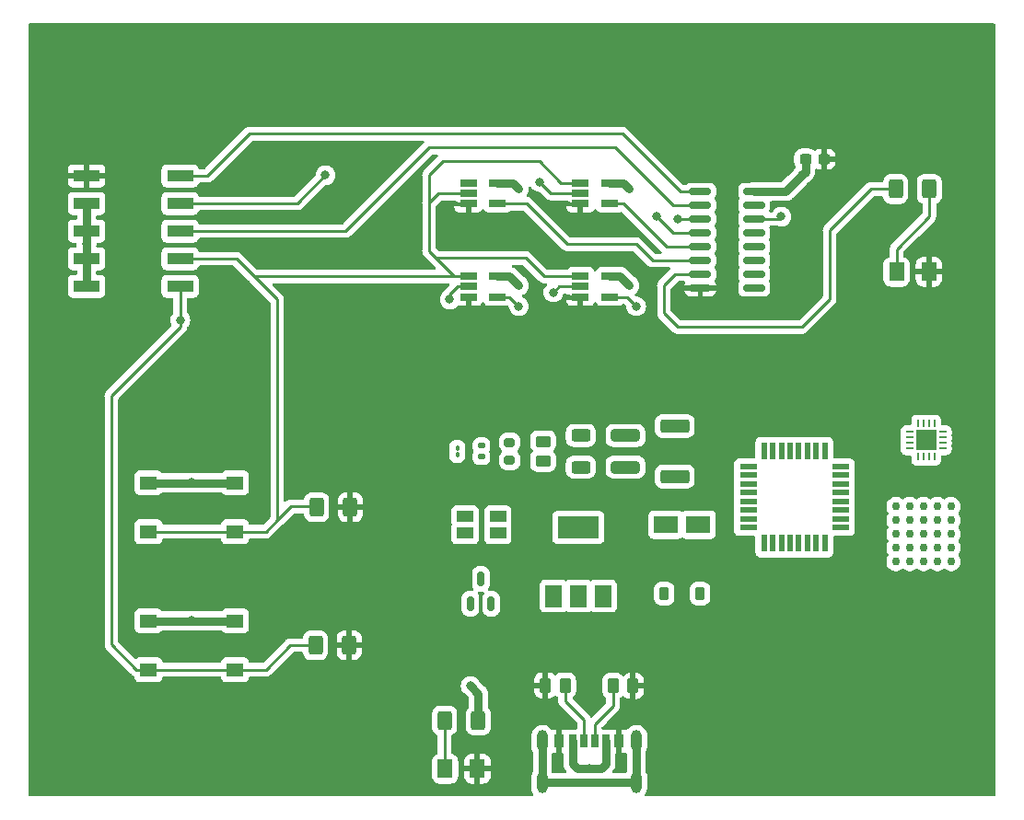
<source format=gbr>
%TF.GenerationSoftware,KiCad,Pcbnew,7.0.10-7.0.10~ubuntu22.04.1*%
%TF.CreationDate,2024-01-07T23:39:05-08:00*%
%TF.ProjectId,smdPracticeBoard,736d6450-7261-4637-9469-6365426f6172,rev?*%
%TF.SameCoordinates,Original*%
%TF.FileFunction,Copper,L1,Top*%
%TF.FilePolarity,Positive*%
%FSLAX46Y46*%
G04 Gerber Fmt 4.6, Leading zero omitted, Abs format (unit mm)*
G04 Created by KiCad (PCBNEW 7.0.10-7.0.10~ubuntu22.04.1) date 2024-01-07 23:39:05*
%MOMM*%
%LPD*%
G01*
G04 APERTURE LIST*
G04 Aperture macros list*
%AMRoundRect*
0 Rectangle with rounded corners*
0 $1 Rounding radius*
0 $2 $3 $4 $5 $6 $7 $8 $9 X,Y pos of 4 corners*
0 Add a 4 corners polygon primitive as box body*
4,1,4,$2,$3,$4,$5,$6,$7,$8,$9,$2,$3,0*
0 Add four circle primitives for the rounded corners*
1,1,$1+$1,$2,$3*
1,1,$1+$1,$4,$5*
1,1,$1+$1,$6,$7*
1,1,$1+$1,$8,$9*
0 Add four rect primitives between the rounded corners*
20,1,$1+$1,$2,$3,$4,$5,0*
20,1,$1+$1,$4,$5,$6,$7,0*
20,1,$1+$1,$6,$7,$8,$9,0*
20,1,$1+$1,$8,$9,$2,$3,0*%
G04 Aperture macros list end*
%TA.AperFunction,SMDPad,CuDef*%
%ADD10RoundRect,0.250000X-0.400000X-0.625000X0.400000X-0.625000X0.400000X0.625000X-0.400000X0.625000X0*%
%TD*%
%TA.AperFunction,SMDPad,CuDef*%
%ADD11RoundRect,0.250001X0.462499X0.624999X-0.462499X0.624999X-0.462499X-0.624999X0.462499X-0.624999X0*%
%TD*%
%TA.AperFunction,SMDPad,CuDef*%
%ADD12R,2.200000X1.600000*%
%TD*%
%TA.AperFunction,SMDPad,CuDef*%
%ADD13RoundRect,0.225000X0.225000X0.375000X-0.225000X0.375000X-0.225000X-0.375000X0.225000X-0.375000X0*%
%TD*%
%TA.AperFunction,SMDPad,CuDef*%
%ADD14RoundRect,0.250000X1.075000X-0.362500X1.075000X0.362500X-1.075000X0.362500X-1.075000X-0.362500X0*%
%TD*%
%TA.AperFunction,SMDPad,CuDef*%
%ADD15RoundRect,0.250000X1.075000X-0.312500X1.075000X0.312500X-1.075000X0.312500X-1.075000X-0.312500X0*%
%TD*%
%TA.AperFunction,SMDPad,CuDef*%
%ADD16RoundRect,0.250000X0.625000X-0.312500X0.625000X0.312500X-0.625000X0.312500X-0.625000X-0.312500X0*%
%TD*%
%TA.AperFunction,SMDPad,CuDef*%
%ADD17RoundRect,0.250000X0.450000X-0.262500X0.450000X0.262500X-0.450000X0.262500X-0.450000X-0.262500X0*%
%TD*%
%TA.AperFunction,SMDPad,CuDef*%
%ADD18RoundRect,0.200000X0.275000X-0.200000X0.275000X0.200000X-0.275000X0.200000X-0.275000X-0.200000X0*%
%TD*%
%TA.AperFunction,SMDPad,CuDef*%
%ADD19R,1.900000X1.900000*%
%TD*%
%TA.AperFunction,SMDPad,CuDef*%
%ADD20RoundRect,0.062500X-0.062500X-0.275000X0.062500X-0.275000X0.062500X0.275000X-0.062500X0.275000X0*%
%TD*%
%TA.AperFunction,SMDPad,CuDef*%
%ADD21RoundRect,0.062500X-0.275000X-0.062500X0.275000X-0.062500X0.275000X0.062500X-0.275000X0.062500X0*%
%TD*%
%TA.AperFunction,SMDPad,CuDef*%
%ADD22R,1.500000X1.100000*%
%TD*%
%TA.AperFunction,SMDPad,CuDef*%
%ADD23R,3.800000X2.000000*%
%TD*%
%TA.AperFunction,SMDPad,CuDef*%
%ADD24R,1.500000X2.000000*%
%TD*%
%TA.AperFunction,SMDPad,CuDef*%
%ADD25RoundRect,0.150000X0.150000X-0.512500X0.150000X0.512500X-0.150000X0.512500X-0.150000X-0.512500X0*%
%TD*%
%TA.AperFunction,SMDPad,CuDef*%
%ADD26C,0.750000*%
%TD*%
%TA.AperFunction,SMDPad,CuDef*%
%ADD27R,1.600000X0.550000*%
%TD*%
%TA.AperFunction,SMDPad,CuDef*%
%ADD28R,0.550000X1.600000*%
%TD*%
%TA.AperFunction,SMDPad,CuDef*%
%ADD29RoundRect,0.135000X0.185000X-0.135000X0.185000X0.135000X-0.185000X0.135000X-0.185000X-0.135000X0*%
%TD*%
%TA.AperFunction,SMDPad,CuDef*%
%ADD30RoundRect,0.100000X0.100000X-0.130000X0.100000X0.130000X-0.100000X0.130000X-0.100000X-0.130000X0*%
%TD*%
%TA.AperFunction,SMDPad,CuDef*%
%ADD31RoundRect,0.150000X-0.825000X-0.150000X0.825000X-0.150000X0.825000X0.150000X-0.825000X0.150000X0*%
%TD*%
%TA.AperFunction,SMDPad,CuDef*%
%ADD32R,1.560000X0.650000*%
%TD*%
%TA.AperFunction,SMDPad,CuDef*%
%ADD33R,1.550000X1.300000*%
%TD*%
%TA.AperFunction,SMDPad,CuDef*%
%ADD34RoundRect,0.250000X-0.262500X-0.450000X0.262500X-0.450000X0.262500X0.450000X-0.262500X0.450000X0*%
%TD*%
%TA.AperFunction,SMDPad,CuDef*%
%ADD35RoundRect,0.250000X0.400000X0.625000X-0.400000X0.625000X-0.400000X-0.625000X0.400000X-0.625000X0*%
%TD*%
%TA.AperFunction,SMDPad,CuDef*%
%ADD36R,2.438400X1.117600*%
%TD*%
%TA.AperFunction,SMDPad,CuDef*%
%ADD37RoundRect,0.237500X-0.300000X-0.237500X0.300000X-0.237500X0.300000X0.237500X-0.300000X0.237500X0*%
%TD*%
%TA.AperFunction,SMDPad,CuDef*%
%ADD38RoundRect,0.250000X0.262500X0.450000X-0.262500X0.450000X-0.262500X-0.450000X0.262500X-0.450000X0*%
%TD*%
%TA.AperFunction,SMDPad,CuDef*%
%ADD39R,0.700000X1.150000*%
%TD*%
%TA.AperFunction,SMDPad,CuDef*%
%ADD40R,0.800000X1.150000*%
%TD*%
%TA.AperFunction,SMDPad,CuDef*%
%ADD41R,0.900000X1.150000*%
%TD*%
%TA.AperFunction,ComponentPad*%
%ADD42O,1.000000X2.000000*%
%TD*%
%TA.AperFunction,ViaPad*%
%ADD43C,0.800000*%
%TD*%
%TA.AperFunction,Conductor*%
%ADD44C,0.750000*%
%TD*%
%TA.AperFunction,Conductor*%
%ADD45C,0.250000*%
%TD*%
G04 APERTURE END LIST*
D10*
%TO.P,R3,1*%
%TO.N,Net-(D1-A)*%
X88845000Y-108520000D03*
%TO.P,R3,2*%
%TO.N,+5V*%
X91945000Y-108520000D03*
%TD*%
D11*
%TO.P,D1,1,K*%
%TO.N,GND*%
X91860000Y-112965000D03*
%TO.P,D1,2,A*%
%TO.N,Net-(D1-A)*%
X88885000Y-112965000D03*
%TD*%
D12*
%TO.P,C_POL,2*%
%TO.N,N/C*%
X112181400Y-90511400D03*
%TO.P,C_POL,1*%
X109181400Y-90511400D03*
%TD*%
D13*
%TO.P,SOD123,1*%
%TO.N,N/C*%
X112331400Y-96861400D03*
%TO.P,SOD123,2*%
X109031400Y-96861400D03*
%TD*%
D14*
%TO.P,2010,2*%
%TO.N,N/C*%
X110021000Y-81442500D03*
%TO.P,2010,1*%
X110021000Y-86067500D03*
%TD*%
D15*
%TO.P,1210,1*%
%TO.N,N/C*%
X105463465Y-85217500D03*
%TO.P,1210,2*%
X105463465Y-82292500D03*
%TD*%
D16*
%TO.P,1206,1*%
%TO.N,N/C*%
X101365932Y-85217500D03*
%TO.P,1206,2*%
X101365932Y-82292500D03*
%TD*%
D17*
%TO.P,0805,2*%
%TO.N,N/C*%
X97898399Y-82842500D03*
%TO.P,0805,1*%
X97898399Y-84667500D03*
%TD*%
D18*
%TO.P,0603,1*%
%TO.N,N/C*%
X94820866Y-84580000D03*
%TO.P,0603,2*%
X94820866Y-82930000D03*
%TD*%
D19*
%TO.P,QFN16,17*%
%TO.N,N/C*%
X133123500Y-82735000D03*
D20*
%TO.P,QFN16,16*%
X132373500Y-81222500D03*
%TO.P,QFN16,15*%
X132873500Y-81222500D03*
%TO.P,QFN16,14*%
X133373500Y-81222500D03*
%TO.P,QFN16,13*%
X133873500Y-81222500D03*
D21*
%TO.P,QFN16,12*%
X134636000Y-81985000D03*
%TO.P,QFN16,11*%
X134636000Y-82485000D03*
%TO.P,QFN16,10*%
X134636000Y-82985000D03*
%TO.P,QFN16,9*%
X134636000Y-83485000D03*
D20*
%TO.P,QFN16,8*%
X133873500Y-84247500D03*
%TO.P,QFN16,7*%
X133373500Y-84247500D03*
%TO.P,QFN16,6*%
X132873500Y-84247500D03*
%TO.P,QFN16,5*%
X132373500Y-84247500D03*
D21*
%TO.P,QFN16,4*%
X131611000Y-83485000D03*
%TO.P,QFN16,3*%
X131611000Y-82985000D03*
%TO.P,QFN16,2*%
X131611000Y-82485000D03*
%TO.P,QFN16,1*%
X131611000Y-81985000D03*
%TD*%
D22*
%TO.P,LED3228,4*%
%TO.N,N/C*%
X90741000Y-91261400D03*
%TO.P,LED3228,3*%
X93741000Y-91261400D03*
%TO.P,LED3228,2*%
X93741000Y-89761400D03*
%TO.P,LED3228,1*%
X90741000Y-89761400D03*
%TD*%
D23*
%TO.P,REF\u002A\u002A,4*%
%TO.N,N/C*%
X101136200Y-90765000D03*
D24*
%TO.P,REF\u002A\u002A,3*%
X103436200Y-97065000D03*
%TO.P,REF\u002A\u002A,2*%
X101136200Y-97065000D03*
%TO.P,REF\u002A\u002A,1*%
X98836200Y-97065000D03*
%TD*%
D25*
%TO.P,REF\u002A\u002A,1*%
%TO.N,N/C*%
X91225000Y-97775800D03*
%TO.P,REF\u002A\u002A,2*%
X93125000Y-97775800D03*
%TO.P,REF\u002A\u002A,3*%
X92175000Y-95500800D03*
%TD*%
D26*
%TO.P,BGA-25,E5*%
%TO.N,N/C*%
X135421000Y-93915000D03*
%TO.P,BGA-25,E4*%
X134151000Y-93915000D03*
%TO.P,BGA-25,E3*%
X132881000Y-93915000D03*
%TO.P,BGA-25,E2*%
X131611000Y-93915000D03*
%TO.P,BGA-25,E1*%
X130341000Y-93915000D03*
%TO.P,BGA-25,D5*%
X135421000Y-92645000D03*
%TO.P,BGA-25,D4*%
X134151000Y-92645000D03*
%TO.P,BGA-25,D3*%
X132881000Y-92645000D03*
%TO.P,BGA-25,D2*%
X131611000Y-92645000D03*
%TO.P,BGA-25,D1*%
X130341000Y-92645000D03*
%TO.P,BGA-25,C5*%
X135421000Y-91375000D03*
%TO.P,BGA-25,C4*%
X134151000Y-91375000D03*
%TO.P,BGA-25,C3*%
X132881000Y-91375000D03*
%TO.P,BGA-25,C2*%
X131611000Y-91375000D03*
%TO.P,BGA-25,C1*%
X130341000Y-91375000D03*
%TO.P,BGA-25,B5*%
X135421000Y-90105000D03*
%TO.P,BGA-25,B4*%
X134151000Y-90105000D03*
%TO.P,BGA-25,B3*%
X132881000Y-90105000D03*
%TO.P,BGA-25,B2*%
X131611000Y-90105000D03*
%TO.P,BGA-25,B1*%
X130341000Y-90105000D03*
%TO.P,BGA-25,A5*%
X135421000Y-88835000D03*
%TO.P,BGA-25,A4*%
X134151000Y-88835000D03*
%TO.P,BGA-25,A3*%
X132881000Y-88835000D03*
%TO.P,BGA-25,A2*%
X131611000Y-88835000D03*
%TO.P,BGA-25,A1*%
X130341000Y-88835000D03*
%TD*%
D27*
%TO.P,TQFP-32,1*%
%TO.N,N/C*%
X116761000Y-85165000D03*
%TO.P,TQFP-32,2*%
X116761000Y-85965000D03*
%TO.P,TQFP-32,3*%
X116761000Y-86765000D03*
%TO.P,TQFP-32,4*%
X116761000Y-87565000D03*
%TO.P,TQFP-32,5*%
X116761000Y-88365000D03*
%TO.P,TQFP-32,6*%
X116761000Y-89165000D03*
%TO.P,TQFP-32,7*%
X116761000Y-89965000D03*
%TO.P,TQFP-32,8*%
X116761000Y-90765000D03*
D28*
%TO.P,TQFP-32,9*%
X118211000Y-92215000D03*
%TO.P,TQFP-32,10*%
X119011000Y-92215000D03*
%TO.P,TQFP-32,11*%
X119811000Y-92215000D03*
%TO.P,TQFP-32,12*%
X120611000Y-92215000D03*
%TO.P,TQFP-32,13*%
X121411000Y-92215000D03*
%TO.P,TQFP-32,14*%
X122211000Y-92215000D03*
%TO.P,TQFP-32,15*%
X123011000Y-92215000D03*
%TO.P,TQFP-32,16*%
X123811000Y-92215000D03*
D27*
%TO.P,TQFP-32,17*%
X125261000Y-90765000D03*
%TO.P,TQFP-32,18*%
X125261000Y-89965000D03*
%TO.P,TQFP-32,19*%
X125261000Y-89165000D03*
%TO.P,TQFP-32,20*%
X125261000Y-88365000D03*
%TO.P,TQFP-32,21*%
X125261000Y-87565000D03*
%TO.P,TQFP-32,22*%
X125261000Y-86765000D03*
%TO.P,TQFP-32,23*%
X125261000Y-85965000D03*
%TO.P,TQFP-32,24*%
X125261000Y-85165000D03*
D28*
%TO.P,TQFP-32,25*%
X123811000Y-83715000D03*
%TO.P,TQFP-32,26*%
X123011000Y-83715000D03*
%TO.P,TQFP-32,27*%
X122211000Y-83715000D03*
%TO.P,TQFP-32,28*%
X121411000Y-83715000D03*
%TO.P,TQFP-32,29*%
X120611000Y-83715000D03*
%TO.P,TQFP-32,30*%
X119811000Y-83715000D03*
%TO.P,TQFP-32,31*%
X119011000Y-83715000D03*
%TO.P,TQFP-32,32*%
X118211000Y-83715000D03*
%TD*%
D29*
%TO.P,0402,2*%
%TO.N,N/C*%
X92223333Y-83245000D03*
%TO.P,0402,1*%
X92223333Y-84265000D03*
%TD*%
D30*
%TO.P,0201,1*%
%TO.N,N/C*%
X90005800Y-84075000D03*
%TO.P,0201,2*%
X90005800Y-83435000D03*
%TD*%
D31*
%TO.P,U5,1,~{ENa}*%
%TO.N,/EN*%
X112354800Y-59848600D03*
%TO.P,U5,2,B*%
%TO.N,/S1*%
X112354800Y-61118600D03*
%TO.P,U5,3,I3a*%
%TO.N,/OUT3*%
X112354800Y-62388600D03*
%TO.P,U5,4,I2a*%
%TO.N,/OUT2*%
X112354800Y-63658600D03*
%TO.P,U5,5,I1a*%
%TO.N,/OUT1*%
X112354800Y-64928600D03*
%TO.P,U5,6,I0a*%
%TO.N,/OUT0*%
X112354800Y-66198600D03*
%TO.P,U5,7,Qa*%
%TO.N,Net-(U5-Qa)*%
X112354800Y-67468600D03*
%TO.P,U5,8,GND*%
%TO.N,GND*%
X112354800Y-68738600D03*
%TO.P,U5,9,Qb*%
%TO.N,unconnected-(U5-Qb-Pad9)*%
X117304800Y-68738600D03*
%TO.P,U5,10,I0b*%
%TO.N,unconnected-(U5-I0b-Pad10)*%
X117304800Y-67468600D03*
%TO.P,U5,11,I1b*%
%TO.N,unconnected-(U5-I1b-Pad11)*%
X117304800Y-66198600D03*
%TO.P,U5,12,I2b*%
%TO.N,unconnected-(U5-I2b-Pad12)*%
X117304800Y-64928600D03*
%TO.P,U5,13,I3b*%
%TO.N,unconnected-(U5-I3b-Pad13)*%
X117304800Y-63658600D03*
%TO.P,U5,14,A*%
%TO.N,/S0*%
X117304800Y-62388600D03*
%TO.P,U5,15,~{ENb}*%
%TO.N,unconnected-(U5-~{ENb}-Pad15)*%
X117304800Y-61118600D03*
%TO.P,U5,16,VCC*%
%TO.N,+5V*%
X117304800Y-59848600D03*
%TD*%
D32*
%TO.P,U1,1*%
%TO.N,N/C*%
X91026000Y-59081400D03*
%TO.P,U1,2*%
%TO.N,/A*%
X91026000Y-60031400D03*
%TO.P,U1,3,GND*%
%TO.N,GND*%
X91026000Y-60981400D03*
%TO.P,U1,4*%
%TO.N,/OUT0*%
X93726000Y-60981400D03*
%TO.P,U1,5,VCC*%
%TO.N,+5V*%
X93726000Y-59081400D03*
%TD*%
D33*
%TO.P,SW3,1,1*%
%TO.N,+5V*%
X61635000Y-99350000D03*
X69585000Y-99350000D03*
%TO.P,SW3,2,2*%
%TO.N,/B*%
X61635000Y-103850000D03*
X69585000Y-103850000D03*
%TD*%
D34*
%TO.P,R1,1*%
%TO.N,GND*%
X98094700Y-105294200D03*
%TO.P,R1,2*%
%TO.N,Net-(J1-CC1)*%
X99919700Y-105294200D03*
%TD*%
D35*
%TO.P,R6,1*%
%TO.N,Net-(D2-A)*%
X133415000Y-59625000D03*
%TO.P,R6,2*%
%TO.N,Net-(U5-Qa)*%
X130315000Y-59625000D03*
%TD*%
D33*
%TO.P,SW2,1,1*%
%TO.N,+5V*%
X61635000Y-86650000D03*
X69585000Y-86650000D03*
%TO.P,SW2,2,2*%
%TO.N,/A*%
X61635000Y-91150000D03*
X69585000Y-91150000D03*
%TD*%
D36*
%TO.P,SW1,10*%
%TO.N,/EN*%
X64542300Y-58413650D03*
%TO.P,SW1,9*%
%TO.N,/S0*%
X64542300Y-60953650D03*
%TO.P,SW1,8*%
%TO.N,/S1*%
X64542300Y-63493650D03*
%TO.P,SW1,7*%
%TO.N,/A*%
X64542300Y-66033650D03*
%TO.P,SW1,6*%
%TO.N,/B*%
X64542300Y-68573650D03*
%TO.P,SW1,5*%
%TO.N,+5V*%
X55931700Y-68573650D03*
%TO.P,SW1,4*%
X55931700Y-66033650D03*
%TO.P,SW1,3*%
X55931700Y-63493650D03*
%TO.P,SW1,2*%
X55931700Y-60953650D03*
%TO.P,SW1,1*%
%TO.N,GND*%
X55931700Y-58413650D03*
%TD*%
D37*
%TO.P,C1,1*%
%TO.N,+5V*%
X122022700Y-56881800D03*
%TO.P,C1,2*%
%TO.N,GND*%
X123747700Y-56881800D03*
%TD*%
D32*
%TO.P,U4,5,VCC*%
%TO.N,+5V*%
X104046000Y-67651400D03*
%TO.P,U4,4*%
%TO.N,/OUT3*%
X104046000Y-69551400D03*
%TO.P,U4,3,GND*%
%TO.N,GND*%
X101346000Y-69551400D03*
%TO.P,U4,2*%
%TO.N,/B*%
X101346000Y-68601400D03*
%TO.P,U4,1*%
%TO.N,/A*%
X101346000Y-67651400D03*
%TD*%
%TO.P,U2,1*%
%TO.N,/A*%
X101346000Y-59081400D03*
%TO.P,U2,2*%
%TO.N,/B*%
X101346000Y-60031400D03*
%TO.P,U2,3,GND*%
%TO.N,GND*%
X101346000Y-60981400D03*
%TO.P,U2,4*%
%TO.N,/OUT1*%
X104046000Y-60981400D03*
%TO.P,U2,5,VCC*%
%TO.N,+5V*%
X104046000Y-59081400D03*
%TD*%
%TO.P,U3,1*%
%TO.N,/A*%
X91026000Y-67651400D03*
%TO.P,U3,2*%
%TO.N,/B*%
X91026000Y-68601400D03*
%TO.P,U3,3,GND*%
%TO.N,GND*%
X91026000Y-69551400D03*
%TO.P,U3,4*%
%TO.N,/OUT2*%
X93726000Y-69551400D03*
%TO.P,U3,5,VCC*%
%TO.N,+5V*%
X93726000Y-67651400D03*
%TD*%
D10*
%TO.P,R5,1*%
%TO.N,/B*%
X76975000Y-101600000D03*
%TO.P,R5,2*%
%TO.N,GND*%
X80075000Y-101600000D03*
%TD*%
%TO.P,R4,1*%
%TO.N,/A*%
X77076600Y-88900000D03*
%TO.P,R4,2*%
%TO.N,GND*%
X80176600Y-88900000D03*
%TD*%
D38*
%TO.P,R2,1*%
%TO.N,GND*%
X106168100Y-105345000D03*
%TO.P,R2,2*%
%TO.N,Net-(J1-CC2)*%
X104343100Y-105345000D03*
%TD*%
D39*
%TO.P,J1,A5,CC1*%
%TO.N,Net-(J1-CC1)*%
X101645000Y-110420000D03*
D40*
%TO.P,J1,A9,V-BUS*%
%TO.N,+5V*%
X103665000Y-110420000D03*
D41*
%TO.P,J1,A12,GND*%
%TO.N,GND*%
X104895000Y-110420000D03*
D39*
%TO.P,J1,B5,CC2*%
%TO.N,Net-(J1-CC2)*%
X102645000Y-110420000D03*
D40*
%TO.P,J1,B9,V-BUS*%
%TO.N,+5V*%
X100625000Y-110420000D03*
D41*
%TO.P,J1,B12,GND*%
%TO.N,GND*%
X99395000Y-110420000D03*
D42*
%TO.P,J1,S1,SHIELD*%
%TO.N,Net-(J1-SHIELD-PadS1)*%
X97825000Y-110425000D03*
%TO.P,J1,S2,SHIELD*%
X106465000Y-110425000D03*
%TO.P,J1,S3,SHIELD*%
X97825000Y-114225000D03*
%TO.P,J1,S4,SHIELD*%
X106465000Y-114225000D03*
%TD*%
D11*
%TO.P,D2,2,A*%
%TO.N,Net-(D2-A)*%
X130400000Y-67245000D03*
%TO.P,D2,1,K*%
%TO.N,GND*%
X133375000Y-67245000D03*
%TD*%
D43*
%TO.N,+5V*%
X91242500Y-105345000D03*
%TO.N,GND*%
X98845000Y-65975000D03*
X102020000Y-62800000D03*
%TO.N,/B*%
X98845000Y-69150000D03*
X97575000Y-58990000D03*
%TO.N,/S0*%
X119800000Y-62165000D03*
X77890000Y-58355000D03*
%TO.N,/B*%
X89320000Y-69785000D03*
X64555000Y-71690000D03*
%TO.N,/OUT2*%
X95670000Y-70420000D03*
X108370000Y-62165000D03*
%TO.N,/OUT3*%
X106465000Y-70420000D03*
X110275000Y-62388600D03*
%TO.N,+5V*%
X105830000Y-68515000D03*
X95670000Y-68515000D03*
X95670000Y-59625000D03*
X105830000Y-59625000D03*
X121705000Y-58355000D03*
X102182200Y-112965000D03*
X55919000Y-64705000D03*
X65605000Y-86635000D03*
X65595000Y-99335000D03*
%TD*%
D44*
%TO.N,+5V*%
X91945000Y-106047500D02*
X91242500Y-105345000D01*
X91945000Y-108520000D02*
X91945000Y-106047500D01*
D45*
%TO.N,Net-(D1-A)*%
X88845000Y-108520000D02*
X88845000Y-112925000D01*
X88845000Y-112925000D02*
X88885000Y-112965000D01*
%TO.N,Net-(U5-Qa)*%
X128055000Y-59625000D02*
X130315000Y-59625000D01*
%TO.N,/B*%
X97575000Y-58990000D02*
X98616400Y-60031400D01*
X98616400Y-60031400D02*
X101346000Y-60031400D01*
D44*
%TO.N,Net-(J1-SHIELD-PadS1)*%
X97825000Y-114225000D02*
X106465000Y-114225000D01*
X106465000Y-110425000D02*
X106465000Y-114225000D01*
X97825000Y-110425000D02*
X97825000Y-114225000D01*
D45*
%TO.N,/B*%
X99393600Y-68601400D02*
X98845000Y-69150000D01*
X101346000Y-68601400D02*
X99393600Y-68601400D01*
%TO.N,/S0*%
X75291350Y-60953650D02*
X64542300Y-60953650D01*
X77890000Y-58355000D02*
X75291350Y-60953650D01*
X117304800Y-62388600D02*
X119576400Y-62388600D01*
X119576400Y-62388600D02*
X119800000Y-62165000D01*
%TO.N,/B*%
X89320000Y-69785000D02*
X89320000Y-69326200D01*
X64542300Y-71702700D02*
X64542300Y-72337700D01*
X64555000Y-71690000D02*
X64542300Y-71702700D01*
X64542300Y-71677300D02*
X64555000Y-71690000D01*
%TO.N,/A*%
X87415000Y-65340000D02*
X88050000Y-65975000D01*
X88050000Y-65975000D02*
X96305000Y-65975000D01*
X96305000Y-65975000D02*
X97981400Y-67651400D01*
X97981400Y-67651400D02*
X101346000Y-67651400D01*
X87415000Y-60895000D02*
X87415000Y-65340000D01*
X87415000Y-65340000D02*
X89726400Y-67651400D01*
X89726400Y-67651400D02*
X89955000Y-67651400D01*
%TO.N,/B*%
X90044800Y-68601400D02*
X91026000Y-68601400D01*
X89320000Y-69326200D02*
X90044800Y-68601400D01*
%TO.N,/OUT2*%
X93726000Y-69551400D02*
X94801400Y-69551400D01*
X94801400Y-69551400D02*
X95670000Y-70420000D01*
X109863600Y-63658600D02*
X108370000Y-62165000D01*
X112354800Y-63658600D02*
X109863600Y-63658600D01*
%TO.N,/OUT3*%
X110275000Y-62388600D02*
X112354800Y-62388600D01*
X104046000Y-69551400D02*
X105596400Y-69551400D01*
X105596400Y-69551400D02*
X106465000Y-70420000D01*
D44*
%TO.N,+5V*%
X104966400Y-67651400D02*
X105830000Y-68515000D01*
X104046000Y-67651400D02*
X104966400Y-67651400D01*
X94806400Y-67651400D02*
X95670000Y-68515000D01*
X93726000Y-67651400D02*
X94806400Y-67651400D01*
X95126400Y-59081400D02*
X95670000Y-59625000D01*
X93726000Y-59081400D02*
X95126400Y-59081400D01*
X105286400Y-59081400D02*
X105830000Y-59625000D01*
X104046000Y-59081400D02*
X105286400Y-59081400D01*
D45*
%TO.N,/S1*%
X64542300Y-63493650D02*
X79736350Y-63493650D01*
X79736350Y-63493650D02*
X87415000Y-55815000D01*
X104560000Y-55815000D02*
X109863600Y-61118600D01*
X87415000Y-55815000D02*
X104560000Y-55815000D01*
X109863600Y-61118600D02*
X112354800Y-61118600D01*
%TO.N,/A*%
X87415000Y-60895000D02*
X87415000Y-58355000D01*
X87415000Y-58355000D02*
X88685000Y-57085000D01*
X88685000Y-57085000D02*
X97575000Y-57085000D01*
X97575000Y-57085000D02*
X99571400Y-59081400D01*
X99571400Y-59081400D02*
X101346000Y-59081400D01*
%TO.N,/EN*%
X64542300Y-58413650D02*
X67036350Y-58413650D01*
X67036350Y-58413650D02*
X70905000Y-54545000D01*
X70905000Y-54545000D02*
X105195000Y-54545000D01*
X105195000Y-54545000D02*
X110498600Y-59848600D01*
X110498600Y-59848600D02*
X112354800Y-59848600D01*
%TO.N,/A*%
X91026000Y-60031400D02*
X88278600Y-60031400D01*
X91026000Y-67651400D02*
X89955000Y-67651400D01*
X88278600Y-60031400D02*
X87415000Y-60895000D01*
X89955000Y-67651400D02*
X71311400Y-67651400D01*
X69693650Y-66033650D02*
X73445000Y-69785000D01*
X73445000Y-69785000D02*
X73445000Y-90105000D01*
X64542300Y-66033650D02*
X67095000Y-66033650D01*
X67095000Y-66033650D02*
X69693650Y-66033650D01*
X69693650Y-66033650D02*
X71311400Y-67651400D01*
%TO.N,Net-(U5-Qa)*%
X128055000Y-59625000D02*
X124245000Y-63435000D01*
X109005000Y-71055000D02*
X109005000Y-68515000D01*
X124245000Y-63435000D02*
X124245000Y-69785000D01*
X124245000Y-69785000D02*
X121705000Y-72325000D01*
X121705000Y-72325000D02*
X110275000Y-72325000D01*
X110051400Y-67468600D02*
X112354800Y-67468600D01*
X110275000Y-72325000D02*
X109005000Y-71055000D01*
X109005000Y-68515000D02*
X110051400Y-67468600D01*
%TO.N,Net-(D2-A)*%
X130400000Y-67245000D02*
X130400000Y-65154000D01*
X130400000Y-65154000D02*
X133415000Y-62139000D01*
X133415000Y-62139000D02*
X133415000Y-59625000D01*
%TO.N,/OUT1*%
X104046000Y-60981400D02*
X105281400Y-60981400D01*
X109228600Y-64928600D02*
X112354800Y-64928600D01*
X105281400Y-60981400D02*
X109228600Y-64928600D01*
%TO.N,/OUT0*%
X93726000Y-60981400D02*
X96391400Y-60981400D01*
X96391400Y-60981400D02*
X100115000Y-64705000D01*
X100115000Y-64705000D02*
X106465000Y-64705000D01*
X107958600Y-66198600D02*
X112354800Y-66198600D01*
X106465000Y-64705000D02*
X107958600Y-66198600D01*
D44*
%TO.N,+5V*%
X121705000Y-58355000D02*
X122022700Y-58037300D01*
X117304800Y-59848600D02*
X120211400Y-59848600D01*
X120211400Y-59848600D02*
X121705000Y-58355000D01*
X122022700Y-58037300D02*
X122022700Y-56881800D01*
X102182200Y-112965000D02*
X101090000Y-112965000D01*
X103665000Y-110420000D02*
X103665000Y-112517250D01*
X103665000Y-112517250D02*
X103217250Y-112965000D01*
X103217250Y-112965000D02*
X102182200Y-112965000D01*
X101090000Y-112965000D02*
X100625000Y-112500000D01*
X100625000Y-112500000D02*
X100625000Y-110420000D01*
D45*
%TO.N,Net-(J1-CC2)*%
X104343100Y-105345000D02*
X104343100Y-107171900D01*
X104343100Y-107171900D02*
X102645000Y-108870000D01*
X102645000Y-108870000D02*
X102645000Y-110420000D01*
%TO.N,Net-(J1-CC1)*%
X99919700Y-105294200D02*
X99919700Y-106714700D01*
X101645000Y-108440000D02*
X101645000Y-110420000D01*
X99919700Y-106714700D02*
X101645000Y-108440000D01*
%TO.N,/B*%
X64542300Y-68573650D02*
X64542300Y-71677300D01*
X58205000Y-101535000D02*
X60520000Y-103850000D01*
X64542300Y-72337700D02*
X58205000Y-78675000D01*
X58205000Y-78675000D02*
X58205000Y-101535000D01*
X60520000Y-103850000D02*
X61635000Y-103850000D01*
%TO.N,/A*%
X73445000Y-90105000D02*
X74715000Y-88835000D01*
X72400000Y-91150000D02*
X73445000Y-90105000D01*
%TO.N,/B*%
X76975000Y-101600000D02*
X74650000Y-101600000D01*
X74650000Y-101600000D02*
X72400000Y-103850000D01*
X69585000Y-103850000D02*
X72400000Y-103850000D01*
%TO.N,/A*%
X69585000Y-91150000D02*
X72400000Y-91150000D01*
X74715000Y-88835000D02*
X77076600Y-88835000D01*
D44*
%TO.N,+5V*%
X55931700Y-64717700D02*
X55931700Y-66033650D01*
X55919000Y-64705000D02*
X55931700Y-64717700D01*
X55931700Y-64692300D02*
X55919000Y-64705000D01*
X55931700Y-66033650D02*
X55931700Y-68573650D01*
X55931700Y-63493650D02*
X55931700Y-64692300D01*
X55931700Y-60953650D02*
X55931700Y-63493650D01*
D45*
%TO.N,/A*%
X61635000Y-91150000D02*
X69585000Y-91150000D01*
%TO.N,/B*%
X61635000Y-103850000D02*
X69585000Y-103850000D01*
D44*
%TO.N,+5V*%
X65620000Y-86650000D02*
X69585000Y-86650000D01*
X65605000Y-86635000D02*
X65620000Y-86650000D01*
X65590000Y-86650000D02*
X65605000Y-86635000D01*
X65610000Y-99350000D02*
X69585000Y-99350000D01*
X65595000Y-99335000D02*
X65610000Y-99350000D01*
X65580000Y-99350000D02*
X65595000Y-99335000D01*
X61635000Y-99350000D02*
X65580000Y-99350000D01*
X61635000Y-86650000D02*
X65590000Y-86650000D01*
%TD*%
%TA.AperFunction,Conductor*%
%TO.N,GND*%
G36*
X96758088Y-59399470D02*
G01*
X96794513Y-59439158D01*
X96842466Y-59522214D01*
X96842465Y-59522214D01*
X96969129Y-59662888D01*
X97122265Y-59774148D01*
X97122270Y-59774151D01*
X97295192Y-59851142D01*
X97295197Y-59851144D01*
X97480354Y-59890500D01*
X97539548Y-59890500D01*
X97606587Y-59910185D01*
X97627228Y-59926818D01*
X97888039Y-60187630D01*
X98115597Y-60415188D01*
X98125422Y-60427451D01*
X98125643Y-60427269D01*
X98130611Y-60433274D01*
X98130613Y-60433276D01*
X98130614Y-60433277D01*
X98179048Y-60478760D01*
X98179622Y-60479299D01*
X98182421Y-60482012D01*
X98201922Y-60501514D01*
X98201926Y-60501517D01*
X98201929Y-60501520D01*
X98205102Y-60503981D01*
X98213974Y-60511559D01*
X98245818Y-60541462D01*
X98263376Y-60551114D01*
X98279633Y-60561793D01*
X98295464Y-60574073D01*
X98321524Y-60585350D01*
X98335552Y-60591421D01*
X98346041Y-60596560D01*
X98367810Y-60608527D01*
X98384308Y-60617597D01*
X98396923Y-60620835D01*
X98403705Y-60622577D01*
X98422119Y-60628881D01*
X98440504Y-60636838D01*
X98483661Y-60643673D01*
X98495056Y-60646032D01*
X98537381Y-60656900D01*
X98557416Y-60656900D01*
X98576813Y-60658426D01*
X98596596Y-60661560D01*
X98640075Y-60657450D01*
X98651744Y-60656900D01*
X99942000Y-60656900D01*
X100009039Y-60676585D01*
X100027208Y-60697553D01*
X100029681Y-60695081D01*
X100066000Y-60731400D01*
X100190499Y-60731400D01*
X100257538Y-60751085D01*
X100264794Y-60756122D01*
X100323668Y-60800195D01*
X100323671Y-60800197D01*
X100458517Y-60850491D01*
X100458516Y-60850491D01*
X100465444Y-60851235D01*
X100518127Y-60856900D01*
X101472001Y-60856899D01*
X101539039Y-60876583D01*
X101584794Y-60929387D01*
X101596000Y-60980899D01*
X101596000Y-61806400D01*
X102173828Y-61806400D01*
X102173844Y-61806399D01*
X102233372Y-61799998D01*
X102233379Y-61799996D01*
X102368086Y-61749754D01*
X102368093Y-61749750D01*
X102483187Y-61663590D01*
X102483190Y-61663587D01*
X102569350Y-61548493D01*
X102569353Y-61548488D01*
X102579550Y-61521148D01*
X102621420Y-61465213D01*
X102686884Y-61440795D01*
X102755158Y-61455646D01*
X102804564Y-61505050D01*
X102811915Y-61521146D01*
X102822202Y-61548728D01*
X102822206Y-61548735D01*
X102908452Y-61663944D01*
X102908455Y-61663947D01*
X103023664Y-61750193D01*
X103023671Y-61750197D01*
X103158517Y-61800491D01*
X103158516Y-61800491D01*
X103165444Y-61801235D01*
X103218127Y-61806900D01*
X104873872Y-61806899D01*
X104933483Y-61800491D01*
X105056046Y-61754778D01*
X105064516Y-61751619D01*
X105134208Y-61746635D01*
X105195530Y-61780120D01*
X108727794Y-65312384D01*
X108737619Y-65324648D01*
X108737840Y-65324466D01*
X108742811Y-65330474D01*
X108742813Y-65330476D01*
X108742814Y-65330477D01*
X108743424Y-65331050D01*
X108772876Y-65358708D01*
X108808271Y-65418950D01*
X108805477Y-65488764D01*
X108765383Y-65545985D01*
X108700718Y-65572445D01*
X108687992Y-65573100D01*
X108269053Y-65573100D01*
X108202014Y-65553415D01*
X108181372Y-65536781D01*
X106965803Y-64321212D01*
X106955980Y-64308950D01*
X106955759Y-64309134D01*
X106950786Y-64303122D01*
X106901776Y-64257099D01*
X106898977Y-64254386D01*
X106879477Y-64234885D01*
X106879471Y-64234880D01*
X106876286Y-64232409D01*
X106867434Y-64224848D01*
X106835582Y-64194938D01*
X106835580Y-64194936D01*
X106835577Y-64194935D01*
X106818029Y-64185288D01*
X106801763Y-64174604D01*
X106785932Y-64162324D01*
X106745849Y-64144978D01*
X106735363Y-64139841D01*
X106697094Y-64118803D01*
X106697092Y-64118802D01*
X106677693Y-64113822D01*
X106659281Y-64107518D01*
X106640898Y-64099562D01*
X106640892Y-64099560D01*
X106597760Y-64092729D01*
X106586322Y-64090361D01*
X106544020Y-64079500D01*
X106544019Y-64079500D01*
X106523984Y-64079500D01*
X106504586Y-64077973D01*
X106497162Y-64076797D01*
X106484805Y-64074840D01*
X106484804Y-64074840D01*
X106441325Y-64078950D01*
X106429656Y-64079500D01*
X100425452Y-64079500D01*
X100358413Y-64059815D01*
X100337771Y-64043181D01*
X98627870Y-62333280D01*
X97525991Y-61231400D01*
X100066000Y-61231400D01*
X100066000Y-61354244D01*
X100072401Y-61413772D01*
X100072403Y-61413779D01*
X100122645Y-61548486D01*
X100122649Y-61548493D01*
X100208809Y-61663587D01*
X100208812Y-61663590D01*
X100323906Y-61749750D01*
X100323913Y-61749754D01*
X100458620Y-61799996D01*
X100458627Y-61799998D01*
X100518155Y-61806399D01*
X100518172Y-61806400D01*
X101096000Y-61806400D01*
X101096000Y-61231400D01*
X100066000Y-61231400D01*
X97525991Y-61231400D01*
X96892203Y-60597612D01*
X96882380Y-60585350D01*
X96882159Y-60585534D01*
X96877186Y-60579522D01*
X96828176Y-60533499D01*
X96825377Y-60530786D01*
X96805877Y-60511285D01*
X96805871Y-60511280D01*
X96802686Y-60508809D01*
X96793834Y-60501248D01*
X96761982Y-60471338D01*
X96761980Y-60471336D01*
X96761977Y-60471335D01*
X96744429Y-60461688D01*
X96728163Y-60451004D01*
X96716818Y-60442204D01*
X96712336Y-60438727D01*
X96712335Y-60438726D01*
X96712332Y-60438724D01*
X96672249Y-60421378D01*
X96661763Y-60416241D01*
X96623494Y-60395203D01*
X96623492Y-60395202D01*
X96604093Y-60390222D01*
X96585681Y-60383918D01*
X96567298Y-60375962D01*
X96567292Y-60375960D01*
X96524160Y-60369129D01*
X96512722Y-60366761D01*
X96468277Y-60355350D01*
X96408238Y-60319612D01*
X96377052Y-60257089D01*
X96384619Y-60187630D01*
X96398801Y-60162352D01*
X96402525Y-60157224D01*
X96402533Y-60157216D01*
X96497179Y-59993284D01*
X96555674Y-59813256D01*
X96575460Y-59625000D01*
X96563805Y-59514115D01*
X96576374Y-59445390D01*
X96624106Y-59394366D01*
X96691846Y-59377248D01*
X96758088Y-59399470D01*
G37*
%TD.AperFunction*%
%TA.AperFunction,Conductor*%
G36*
X139428039Y-44404685D02*
G01*
X139473794Y-44457489D01*
X139485000Y-44509000D01*
X139485000Y-115381000D01*
X139465315Y-115448039D01*
X139412511Y-115493794D01*
X139361000Y-115505000D01*
X107378476Y-115505000D01*
X107311437Y-115485315D01*
X107265682Y-115432511D01*
X107255738Y-115363353D01*
X107276701Y-115310163D01*
X107344295Y-115213049D01*
X107424540Y-115026058D01*
X107465500Y-114826741D01*
X107465500Y-113674258D01*
X107462017Y-113640002D01*
X107450074Y-113522560D01*
X107389162Y-113328420D01*
X107389160Y-113328416D01*
X107389159Y-113328412D01*
X107360630Y-113277011D01*
X107356081Y-113268815D01*
X107340500Y-113208638D01*
X107340500Y-111447374D01*
X107350550Y-111398473D01*
X107424539Y-111226060D01*
X107424538Y-111226060D01*
X107424540Y-111226058D01*
X107465500Y-111026741D01*
X107465500Y-109874258D01*
X107464143Y-109860907D01*
X107450074Y-109722560D01*
X107389162Y-109528420D01*
X107389160Y-109528416D01*
X107389159Y-109528412D01*
X107290409Y-109350498D01*
X107290408Y-109350497D01*
X107290407Y-109350495D01*
X107157867Y-109196106D01*
X107157865Y-109196104D01*
X106996962Y-109071554D01*
X106996959Y-109071553D01*
X106996958Y-109071552D01*
X106814271Y-108981940D01*
X106617285Y-108930937D01*
X106617287Y-108930937D01*
X106481804Y-108924066D01*
X106414064Y-108920631D01*
X106414063Y-108920631D01*
X106414061Y-108920631D01*
X106212936Y-108951442D01*
X106212924Y-108951445D01*
X106022118Y-109022111D01*
X106022111Y-109022115D01*
X105849432Y-109129745D01*
X105849427Y-109129749D01*
X105701949Y-109269937D01*
X105701946Y-109269941D01*
X105660459Y-109329547D01*
X105606005Y-109373325D01*
X105536527Y-109380713D01*
X105515351Y-109374891D01*
X105452376Y-109351402D01*
X105452372Y-109351401D01*
X105392844Y-109345000D01*
X105145000Y-109345000D01*
X105145000Y-111495000D01*
X105392828Y-111495000D01*
X105392841Y-111494999D01*
X105452243Y-111488612D01*
X105521003Y-111501016D01*
X105572141Y-111548626D01*
X105589500Y-111611901D01*
X105589500Y-113202625D01*
X105579452Y-113251521D01*
X105569634Y-113274400D01*
X105525110Y-113328243D01*
X105458542Y-113349467D01*
X105455684Y-113349500D01*
X104375083Y-113349500D01*
X104308044Y-113329815D01*
X104262289Y-113277011D01*
X104252345Y-113207853D01*
X104281370Y-113144297D01*
X104294802Y-113130996D01*
X104304357Y-113122881D01*
X104353841Y-113057783D01*
X104355863Y-113055199D01*
X104407030Y-112991547D01*
X104407109Y-112991388D01*
X104419489Y-112971427D01*
X104419602Y-112971279D01*
X104453905Y-112897133D01*
X104455331Y-112894153D01*
X104491641Y-112820943D01*
X104491685Y-112820764D01*
X104499484Y-112798613D01*
X104499562Y-112798447D01*
X104500897Y-112792385D01*
X104517127Y-112718647D01*
X104517894Y-112715375D01*
X104537599Y-112636142D01*
X104537600Y-112636139D01*
X104537604Y-112635965D01*
X104540461Y-112612641D01*
X104540500Y-112612466D01*
X104540500Y-112530786D01*
X104540545Y-112527428D01*
X104540642Y-112523845D01*
X104542757Y-112445777D01*
X104542720Y-112445584D01*
X104540500Y-112422225D01*
X104540500Y-111619000D01*
X104560185Y-111551961D01*
X104612989Y-111506206D01*
X104639578Y-111500421D01*
X104645000Y-111495000D01*
X104645000Y-109345000D01*
X104397155Y-109345000D01*
X104337627Y-109351401D01*
X104337620Y-109351403D01*
X104299045Y-109365790D01*
X104229353Y-109370773D01*
X104212383Y-109365790D01*
X104172481Y-109350908D01*
X104172483Y-109350908D01*
X104112883Y-109344501D01*
X104112881Y-109344500D01*
X104112873Y-109344500D01*
X104112865Y-109344500D01*
X103394500Y-109344500D01*
X103327461Y-109324815D01*
X103281706Y-109272011D01*
X103270500Y-109220500D01*
X103270500Y-109180452D01*
X103290185Y-109113413D01*
X103306819Y-109092771D01*
X103736819Y-108662771D01*
X104726888Y-107672701D01*
X104739142Y-107662886D01*
X104738959Y-107662664D01*
X104744968Y-107657691D01*
X104744977Y-107657686D01*
X104791049Y-107608622D01*
X104793666Y-107605923D01*
X104813220Y-107586371D01*
X104815676Y-107583203D01*
X104823256Y-107574327D01*
X104853162Y-107542482D01*
X104862815Y-107524920D01*
X104873489Y-107508670D01*
X104885773Y-107492836D01*
X104903119Y-107452750D01*
X104908257Y-107442262D01*
X104917009Y-107426344D01*
X104929297Y-107403992D01*
X104934277Y-107384591D01*
X104940578Y-107366188D01*
X104948538Y-107347796D01*
X104955372Y-107304641D01*
X104957735Y-107293231D01*
X104968600Y-107250919D01*
X104968600Y-107230883D01*
X104970127Y-107211482D01*
X104973260Y-107191704D01*
X104969150Y-107148224D01*
X104968600Y-107136555D01*
X104968600Y-106522087D01*
X104988285Y-106455048D01*
X105027502Y-106416548D01*
X105074256Y-106387712D01*
X105168275Y-106293692D01*
X105229594Y-106260210D01*
X105299286Y-106265194D01*
X105343634Y-106293695D01*
X105437254Y-106387315D01*
X105586475Y-106479356D01*
X105586480Y-106479358D01*
X105752902Y-106534505D01*
X105752909Y-106534506D01*
X105855619Y-106544999D01*
X105918099Y-106544998D01*
X105918100Y-106544998D01*
X105918100Y-105595000D01*
X106418100Y-105595000D01*
X106418100Y-106544999D01*
X106480572Y-106544999D01*
X106480586Y-106544998D01*
X106583297Y-106534505D01*
X106749719Y-106479358D01*
X106749724Y-106479356D01*
X106898945Y-106387315D01*
X107022915Y-106263345D01*
X107114956Y-106114124D01*
X107114958Y-106114119D01*
X107170105Y-105947697D01*
X107170106Y-105947690D01*
X107180599Y-105844986D01*
X107180600Y-105844973D01*
X107180600Y-105595000D01*
X106418100Y-105595000D01*
X105918100Y-105595000D01*
X105918100Y-104145000D01*
X106418100Y-104145000D01*
X106418100Y-105095000D01*
X107180599Y-105095000D01*
X107180599Y-104845028D01*
X107180598Y-104845013D01*
X107170105Y-104742302D01*
X107114958Y-104575880D01*
X107114956Y-104575875D01*
X107022915Y-104426654D01*
X106898945Y-104302684D01*
X106749724Y-104210643D01*
X106749719Y-104210641D01*
X106583297Y-104155494D01*
X106583290Y-104155493D01*
X106480586Y-104145000D01*
X106418100Y-104145000D01*
X105918100Y-104145000D01*
X105918099Y-104144999D01*
X105855628Y-104145000D01*
X105855611Y-104145001D01*
X105752902Y-104155494D01*
X105586480Y-104210641D01*
X105586475Y-104210643D01*
X105437257Y-104302682D01*
X105343634Y-104396305D01*
X105282310Y-104429789D01*
X105212619Y-104424805D01*
X105168272Y-104396304D01*
X105074257Y-104302289D01*
X105074256Y-104302288D01*
X104924934Y-104210186D01*
X104758397Y-104155001D01*
X104758395Y-104155000D01*
X104655610Y-104144500D01*
X104030598Y-104144500D01*
X104030580Y-104144501D01*
X103927803Y-104155000D01*
X103927800Y-104155001D01*
X103761268Y-104210185D01*
X103761263Y-104210187D01*
X103611942Y-104302289D01*
X103487889Y-104426342D01*
X103395787Y-104575663D01*
X103395785Y-104575668D01*
X103395715Y-104575880D01*
X103340601Y-104742203D01*
X103340601Y-104742204D01*
X103340600Y-104742204D01*
X103330100Y-104844983D01*
X103330100Y-105845001D01*
X103330101Y-105845019D01*
X103340600Y-105947796D01*
X103340601Y-105947799D01*
X103395785Y-106114331D01*
X103395787Y-106114336D01*
X103402855Y-106125795D01*
X103487888Y-106263656D01*
X103611944Y-106387712D01*
X103658696Y-106416548D01*
X103705420Y-106468494D01*
X103717600Y-106522087D01*
X103717600Y-106861446D01*
X103697915Y-106928485D01*
X103681281Y-106949127D01*
X102417365Y-108213043D01*
X102356042Y-108246528D01*
X102286350Y-108241544D01*
X102230417Y-108199672D01*
X102222954Y-108188486D01*
X102213423Y-108172371D01*
X102204861Y-108154894D01*
X102197487Y-108136269D01*
X102171816Y-108100937D01*
X102165405Y-108091177D01*
X102143170Y-108053580D01*
X102143168Y-108053578D01*
X102143165Y-108053574D01*
X102129006Y-108039415D01*
X102116368Y-108024619D01*
X102104594Y-108008413D01*
X102070940Y-107980572D01*
X102062299Y-107972709D01*
X100622984Y-106533393D01*
X100589499Y-106472070D01*
X100594483Y-106402378D01*
X100636355Y-106346445D01*
X100645572Y-106340171D01*
X100650856Y-106336912D01*
X100774912Y-106212856D01*
X100867014Y-106063534D01*
X100922199Y-105896997D01*
X100932700Y-105794209D01*
X100932699Y-104794192D01*
X100922199Y-104691403D01*
X100867014Y-104524866D01*
X100774912Y-104375544D01*
X100650856Y-104251488D01*
X100501534Y-104159386D01*
X100334997Y-104104201D01*
X100334995Y-104104200D01*
X100232210Y-104093700D01*
X99607198Y-104093700D01*
X99607180Y-104093701D01*
X99504403Y-104104200D01*
X99504400Y-104104201D01*
X99337868Y-104159385D01*
X99337863Y-104159387D01*
X99188545Y-104251487D01*
X99094527Y-104345505D01*
X99033203Y-104378989D01*
X98963512Y-104374005D01*
X98919165Y-104345504D01*
X98825545Y-104251884D01*
X98676324Y-104159843D01*
X98676319Y-104159841D01*
X98509897Y-104104694D01*
X98509890Y-104104693D01*
X98407186Y-104094200D01*
X98344700Y-104094200D01*
X98344700Y-106494199D01*
X98407172Y-106494199D01*
X98407186Y-106494198D01*
X98509897Y-106483705D01*
X98676319Y-106428558D01*
X98676324Y-106428556D01*
X98825542Y-106336517D01*
X98919164Y-106242895D01*
X98980487Y-106209410D01*
X99050179Y-106214394D01*
X99094527Y-106242895D01*
X99188544Y-106336912D01*
X99235296Y-106365748D01*
X99282020Y-106417694D01*
X99294200Y-106471287D01*
X99294200Y-106631955D01*
X99292475Y-106647572D01*
X99292761Y-106647599D01*
X99292026Y-106655365D01*
X99294139Y-106722572D01*
X99294200Y-106726467D01*
X99294200Y-106754057D01*
X99294703Y-106758035D01*
X99295618Y-106769667D01*
X99296990Y-106813324D01*
X99296991Y-106813327D01*
X99302580Y-106832567D01*
X99306524Y-106851611D01*
X99307767Y-106861446D01*
X99309036Y-106871492D01*
X99325114Y-106912103D01*
X99328897Y-106923152D01*
X99341081Y-106965088D01*
X99351280Y-106982334D01*
X99359838Y-106999803D01*
X99367214Y-107018432D01*
X99392881Y-107053760D01*
X99399293Y-107063521D01*
X99421528Y-107101117D01*
X99421533Y-107101124D01*
X99435690Y-107115280D01*
X99448328Y-107130076D01*
X99460105Y-107146286D01*
X99460106Y-107146287D01*
X99493757Y-107174125D01*
X99502398Y-107181988D01*
X100983181Y-108662771D01*
X101016666Y-108724094D01*
X101019500Y-108750452D01*
X101019500Y-109220500D01*
X100999815Y-109287539D01*
X100947011Y-109333294D01*
X100895500Y-109344500D01*
X100177129Y-109344500D01*
X100177123Y-109344501D01*
X100117516Y-109350908D01*
X100077617Y-109365790D01*
X100007925Y-109370774D01*
X99990951Y-109365790D01*
X99952376Y-109351402D01*
X99952372Y-109351401D01*
X99892844Y-109345000D01*
X99645000Y-109345000D01*
X99645000Y-111495000D01*
X99653106Y-111503106D01*
X99692539Y-111514685D01*
X99738294Y-111567489D01*
X99749500Y-111619000D01*
X99749500Y-112459378D01*
X99749091Y-112469442D01*
X99744660Y-112523845D01*
X99755688Y-112604790D01*
X99756096Y-112608120D01*
X99764927Y-112689316D01*
X99764929Y-112689327D01*
X99764990Y-112689506D01*
X99770340Y-112712331D01*
X99770366Y-112712525D01*
X99770369Y-112712537D01*
X99798540Y-112789219D01*
X99799655Y-112792385D01*
X99825731Y-112869776D01*
X99825734Y-112869782D01*
X99825832Y-112869945D01*
X99835969Y-112891099D01*
X99836036Y-112891283D01*
X99836040Y-112891290D01*
X99880046Y-112960139D01*
X99881809Y-112962981D01*
X99898901Y-112991388D01*
X99923912Y-113032955D01*
X99924042Y-113033092D01*
X99938492Y-113051575D01*
X99938600Y-113051744D01*
X99996395Y-113109539D01*
X99998702Y-113111910D01*
X100025524Y-113140226D01*
X100057336Y-113202433D01*
X100050465Y-113271965D01*
X100007094Y-113326743D01*
X99940993Y-113349378D01*
X99935500Y-113349500D01*
X98833858Y-113349500D01*
X98766819Y-113329815D01*
X98725439Y-113285676D01*
X98716078Y-113268811D01*
X98700500Y-113208639D01*
X98700500Y-111611901D01*
X98720185Y-111544862D01*
X98772989Y-111499107D01*
X98837757Y-111488612D01*
X98897158Y-111494999D01*
X98897172Y-111495000D01*
X99145000Y-111495000D01*
X99145000Y-109345000D01*
X98897155Y-109345000D01*
X98837627Y-109351401D01*
X98837619Y-109351403D01*
X98777466Y-109373839D01*
X98707774Y-109378823D01*
X98646451Y-109345338D01*
X98640047Y-109338428D01*
X98605165Y-109297796D01*
X98517866Y-109196105D01*
X98517865Y-109196104D01*
X98517864Y-109196103D01*
X98356962Y-109071554D01*
X98356959Y-109071553D01*
X98356958Y-109071552D01*
X98174271Y-108981940D01*
X97977285Y-108930937D01*
X97977287Y-108930937D01*
X97841804Y-108924066D01*
X97774064Y-108920631D01*
X97774063Y-108920631D01*
X97774061Y-108920631D01*
X97572936Y-108951442D01*
X97572924Y-108951445D01*
X97382118Y-109022111D01*
X97382111Y-109022115D01*
X97209432Y-109129745D01*
X97209427Y-109129749D01*
X97061949Y-109269938D01*
X97061947Y-109269940D01*
X97061947Y-109269941D01*
X97042560Y-109297795D01*
X96945705Y-109436949D01*
X96865459Y-109623943D01*
X96824500Y-109823258D01*
X96824500Y-110975743D01*
X96839925Y-111127439D01*
X96900837Y-111321579D01*
X96900840Y-111321585D01*
X96900841Y-111321588D01*
X96933919Y-111381184D01*
X96949500Y-111441360D01*
X96949500Y-113202625D01*
X96939451Y-113251522D01*
X96907172Y-113326743D01*
X96865459Y-113423943D01*
X96824500Y-113623258D01*
X96824500Y-114775743D01*
X96839925Y-114927439D01*
X96900837Y-115121579D01*
X96900844Y-115121594D01*
X96951605Y-115213049D01*
X96999591Y-115299502D01*
X97000214Y-115300228D01*
X97000431Y-115300709D01*
X97003184Y-115304664D01*
X97002447Y-115305176D01*
X97028947Y-115363915D01*
X97018687Y-115433027D01*
X96972691Y-115485621D01*
X96906130Y-115505000D01*
X50709000Y-115505000D01*
X50641961Y-115485315D01*
X50596206Y-115432511D01*
X50585000Y-115381000D01*
X50585000Y-113640015D01*
X87672000Y-113640015D01*
X87682500Y-113742795D01*
X87682501Y-113742796D01*
X87737686Y-113909335D01*
X87737687Y-113909337D01*
X87829786Y-114058651D01*
X87829789Y-114058655D01*
X87953844Y-114182710D01*
X87953848Y-114182713D01*
X88103162Y-114274812D01*
X88103164Y-114274813D01*
X88103166Y-114274814D01*
X88269703Y-114329999D01*
X88372492Y-114340500D01*
X88372497Y-114340500D01*
X89397503Y-114340500D01*
X89397508Y-114340500D01*
X89500297Y-114329999D01*
X89666834Y-114274814D01*
X89816155Y-114182711D01*
X89940211Y-114058655D01*
X90032314Y-113909334D01*
X90087499Y-113742797D01*
X90098000Y-113640008D01*
X90098000Y-113215000D01*
X90647500Y-113215000D01*
X90647500Y-113639985D01*
X90657993Y-113742689D01*
X90657994Y-113742696D01*
X90713141Y-113909118D01*
X90713143Y-113909123D01*
X90805184Y-114058344D01*
X90929155Y-114182315D01*
X91078376Y-114274356D01*
X91078381Y-114274358D01*
X91244803Y-114329505D01*
X91244810Y-114329506D01*
X91347514Y-114339999D01*
X91347527Y-114340000D01*
X91610000Y-114340000D01*
X91610000Y-113215000D01*
X92110000Y-113215000D01*
X92110000Y-114340000D01*
X92372473Y-114340000D01*
X92372485Y-114339999D01*
X92475189Y-114329506D01*
X92475196Y-114329505D01*
X92641618Y-114274358D01*
X92641623Y-114274356D01*
X92790844Y-114182315D01*
X92914815Y-114058344D01*
X93006856Y-113909123D01*
X93006858Y-113909118D01*
X93062005Y-113742696D01*
X93062006Y-113742689D01*
X93072499Y-113639985D01*
X93072500Y-113639972D01*
X93072500Y-113215000D01*
X92110000Y-113215000D01*
X91610000Y-113215000D01*
X90647500Y-113215000D01*
X90098000Y-113215000D01*
X90098000Y-112715000D01*
X90647500Y-112715000D01*
X91610000Y-112715000D01*
X91610000Y-111590000D01*
X92110000Y-111590000D01*
X92110000Y-112715000D01*
X93072500Y-112715000D01*
X93072500Y-112290027D01*
X93072499Y-112290014D01*
X93062006Y-112187310D01*
X93062005Y-112187303D01*
X93006858Y-112020881D01*
X93006856Y-112020876D01*
X92914815Y-111871655D01*
X92790844Y-111747684D01*
X92641623Y-111655643D01*
X92641618Y-111655641D01*
X92475196Y-111600494D01*
X92475189Y-111600493D01*
X92372485Y-111590000D01*
X92110000Y-111590000D01*
X91610000Y-111590000D01*
X91347514Y-111590000D01*
X91244810Y-111600493D01*
X91244803Y-111600494D01*
X91078381Y-111655641D01*
X91078376Y-111655643D01*
X90929155Y-111747684D01*
X90805184Y-111871655D01*
X90713143Y-112020876D01*
X90713141Y-112020881D01*
X90657994Y-112187303D01*
X90657993Y-112187310D01*
X90647500Y-112290014D01*
X90647500Y-112715000D01*
X90098000Y-112715000D01*
X90098000Y-112289992D01*
X90087499Y-112187203D01*
X90032314Y-112020666D01*
X89940211Y-111871345D01*
X89816155Y-111747289D01*
X89816151Y-111747286D01*
X89666837Y-111655187D01*
X89666834Y-111655186D01*
X89555496Y-111618292D01*
X89498051Y-111578519D01*
X89471228Y-111514003D01*
X89470500Y-111500586D01*
X89470500Y-109950448D01*
X89490185Y-109883409D01*
X89542989Y-109837654D01*
X89555488Y-109832744D01*
X89564334Y-109829814D01*
X89713656Y-109737712D01*
X89837712Y-109613656D01*
X89929814Y-109464334D01*
X89984999Y-109297797D01*
X89995500Y-109195009D01*
X89995499Y-107844992D01*
X89984999Y-107742203D01*
X89929814Y-107575666D01*
X89837712Y-107426344D01*
X89713656Y-107302288D01*
X89620888Y-107245069D01*
X89564336Y-107210187D01*
X89564331Y-107210185D01*
X89562862Y-107209698D01*
X89397797Y-107155001D01*
X89397795Y-107155000D01*
X89295010Y-107144500D01*
X88394998Y-107144500D01*
X88394980Y-107144501D01*
X88292203Y-107155000D01*
X88292200Y-107155001D01*
X88125668Y-107210185D01*
X88125663Y-107210187D01*
X87976342Y-107302289D01*
X87852289Y-107426342D01*
X87760187Y-107575663D01*
X87760185Y-107575668D01*
X87733007Y-107657686D01*
X87705001Y-107742203D01*
X87705001Y-107742204D01*
X87705000Y-107742204D01*
X87694500Y-107844983D01*
X87694500Y-109195001D01*
X87694501Y-109195018D01*
X87705000Y-109297796D01*
X87705001Y-109297799D01*
X87751111Y-109436949D01*
X87760186Y-109464334D01*
X87852288Y-109613656D01*
X87976344Y-109737712D01*
X88125666Y-109829814D01*
X88134498Y-109832740D01*
X88191944Y-109872508D01*
X88218771Y-109937022D01*
X88219500Y-109950448D01*
X88219500Y-111527095D01*
X88199815Y-111594134D01*
X88147011Y-111639889D01*
X88134506Y-111644800D01*
X88103171Y-111655183D01*
X88103160Y-111655188D01*
X87953845Y-111747288D01*
X87829789Y-111871344D01*
X87829786Y-111871348D01*
X87737687Y-112020662D01*
X87737686Y-112020664D01*
X87682501Y-112187203D01*
X87682500Y-112187204D01*
X87672000Y-112289984D01*
X87672000Y-113640015D01*
X50585000Y-113640015D01*
X50585000Y-105345000D01*
X90337040Y-105345000D01*
X90356826Y-105533256D01*
X90356827Y-105533259D01*
X90415318Y-105713277D01*
X90415321Y-105713284D01*
X90509967Y-105877216D01*
X90636629Y-106017888D01*
X90777263Y-106120064D01*
X90792052Y-106132696D01*
X91033181Y-106373825D01*
X91066666Y-106435148D01*
X91069500Y-106461506D01*
X91069500Y-107257770D01*
X91049815Y-107324809D01*
X91033181Y-107345451D01*
X90952289Y-107426342D01*
X90860187Y-107575663D01*
X90860185Y-107575668D01*
X90833007Y-107657686D01*
X90805001Y-107742203D01*
X90805001Y-107742204D01*
X90805000Y-107742204D01*
X90794500Y-107844983D01*
X90794500Y-109195001D01*
X90794501Y-109195018D01*
X90805000Y-109297796D01*
X90805001Y-109297799D01*
X90851111Y-109436949D01*
X90860186Y-109464334D01*
X90952288Y-109613656D01*
X91076344Y-109737712D01*
X91225666Y-109829814D01*
X91392203Y-109884999D01*
X91494991Y-109895500D01*
X92395008Y-109895499D01*
X92395016Y-109895498D01*
X92395019Y-109895498D01*
X92451302Y-109889748D01*
X92497797Y-109884999D01*
X92664334Y-109829814D01*
X92813656Y-109737712D01*
X92937712Y-109613656D01*
X93029814Y-109464334D01*
X93084999Y-109297797D01*
X93095500Y-109195009D01*
X93095499Y-107844992D01*
X93084999Y-107742203D01*
X93029814Y-107575666D01*
X92937712Y-107426344D01*
X92856819Y-107345451D01*
X92823334Y-107284128D01*
X92820500Y-107257770D01*
X92820500Y-106088117D01*
X92820909Y-106078052D01*
X92822091Y-106063534D01*
X92825339Y-106023652D01*
X92814309Y-105942701D01*
X92813901Y-105939366D01*
X92805073Y-105858184D01*
X92805014Y-105858009D01*
X92799656Y-105835149D01*
X92799631Y-105834963D01*
X92771462Y-105758290D01*
X92770346Y-105755120D01*
X92744269Y-105677723D01*
X92744266Y-105677718D01*
X92744172Y-105677561D01*
X92734025Y-105656387D01*
X92733960Y-105656210D01*
X92689959Y-105587371D01*
X92688188Y-105584516D01*
X92663931Y-105544200D01*
X97082201Y-105544200D01*
X97082201Y-105794186D01*
X97092694Y-105896897D01*
X97147841Y-106063319D01*
X97147843Y-106063324D01*
X97239884Y-106212545D01*
X97363854Y-106336515D01*
X97513075Y-106428556D01*
X97513080Y-106428558D01*
X97679502Y-106483705D01*
X97679509Y-106483706D01*
X97782219Y-106494199D01*
X97844699Y-106494198D01*
X97844700Y-106494198D01*
X97844700Y-105544200D01*
X97082201Y-105544200D01*
X92663931Y-105544200D01*
X92646091Y-105514549D01*
X92646090Y-105514548D01*
X92646089Y-105514546D01*
X92645955Y-105514404D01*
X92631504Y-105495919D01*
X92631400Y-105495756D01*
X92573658Y-105438014D01*
X92571316Y-105435609D01*
X92570939Y-105435211D01*
X92515129Y-105376293D01*
X92514970Y-105376185D01*
X92496877Y-105361233D01*
X92179844Y-105044200D01*
X97082200Y-105044200D01*
X97844700Y-105044200D01*
X97844700Y-104094200D01*
X97844699Y-104094199D01*
X97782228Y-104094200D01*
X97782211Y-104094201D01*
X97679502Y-104104694D01*
X97513080Y-104159841D01*
X97513075Y-104159843D01*
X97363854Y-104251884D01*
X97239884Y-104375854D01*
X97147843Y-104525075D01*
X97147841Y-104525080D01*
X97092694Y-104691502D01*
X97092693Y-104691509D01*
X97082200Y-104794213D01*
X97082200Y-105044200D01*
X92179844Y-105044200D01*
X92022918Y-104887274D01*
X92003211Y-104861591D01*
X92000876Y-104857547D01*
X91975033Y-104812784D01*
X91848371Y-104672112D01*
X91848370Y-104672111D01*
X91695234Y-104560851D01*
X91695229Y-104560848D01*
X91522307Y-104483857D01*
X91522302Y-104483855D01*
X91376501Y-104452865D01*
X91337146Y-104444500D01*
X91147854Y-104444500D01*
X91115397Y-104451398D01*
X90962697Y-104483855D01*
X90962692Y-104483857D01*
X90789770Y-104560848D01*
X90789765Y-104560851D01*
X90636629Y-104672111D01*
X90509966Y-104812785D01*
X90415321Y-104976715D01*
X90415318Y-104976722D01*
X90356827Y-105156740D01*
X90356826Y-105156744D01*
X90337040Y-105345000D01*
X50585000Y-105345000D01*
X50585000Y-78655195D01*
X57574840Y-78655195D01*
X57578950Y-78698674D01*
X57579500Y-78710343D01*
X57579500Y-101452255D01*
X57577775Y-101467872D01*
X57578061Y-101467899D01*
X57577326Y-101475665D01*
X57579439Y-101542872D01*
X57579500Y-101546767D01*
X57579500Y-101574357D01*
X57580003Y-101578335D01*
X57580918Y-101589967D01*
X57582290Y-101633624D01*
X57582291Y-101633627D01*
X57587880Y-101652867D01*
X57591824Y-101671911D01*
X57594336Y-101691792D01*
X57610414Y-101732403D01*
X57614197Y-101743452D01*
X57626381Y-101785388D01*
X57636580Y-101802634D01*
X57645138Y-101820103D01*
X57652514Y-101838732D01*
X57678181Y-101874060D01*
X57684593Y-101883821D01*
X57706828Y-101921417D01*
X57706833Y-101921424D01*
X57720990Y-101935580D01*
X57733628Y-101950376D01*
X57745405Y-101966586D01*
X57745406Y-101966587D01*
X57779057Y-101994425D01*
X57787698Y-102002288D01*
X60019197Y-104233788D01*
X60029022Y-104246051D01*
X60029243Y-104245869D01*
X60034211Y-104251874D01*
X60034213Y-104251876D01*
X60034214Y-104251877D01*
X60050636Y-104267298D01*
X60083222Y-104297899D01*
X60086021Y-104300612D01*
X60105522Y-104320114D01*
X60105526Y-104320117D01*
X60105529Y-104320120D01*
X60108702Y-104322581D01*
X60117574Y-104330159D01*
X60149418Y-104360062D01*
X60166976Y-104369714D01*
X60183235Y-104380395D01*
X60199064Y-104392673D01*
X60239155Y-104410021D01*
X60249626Y-104415151D01*
X60269982Y-104426342D01*
X60294745Y-104439956D01*
X60293129Y-104442894D01*
X60336158Y-104476397D01*
X60359330Y-104542313D01*
X60359452Y-104546969D01*
X60359501Y-104547876D01*
X60365908Y-104607483D01*
X60416202Y-104742328D01*
X60416206Y-104742335D01*
X60502452Y-104857544D01*
X60502455Y-104857547D01*
X60617664Y-104943793D01*
X60617671Y-104943797D01*
X60752517Y-104994091D01*
X60752516Y-104994091D01*
X60759444Y-104994835D01*
X60812127Y-105000500D01*
X62457872Y-105000499D01*
X62517483Y-104994091D01*
X62652331Y-104943796D01*
X62767546Y-104857546D01*
X62853796Y-104742331D01*
X62904091Y-104607483D01*
X62906375Y-104586243D01*
X62933114Y-104521692D01*
X62990507Y-104481845D01*
X63029664Y-104475500D01*
X68190336Y-104475500D01*
X68257375Y-104495185D01*
X68303130Y-104547989D01*
X68313626Y-104586246D01*
X68315909Y-104607483D01*
X68366202Y-104742328D01*
X68366206Y-104742335D01*
X68452452Y-104857544D01*
X68452455Y-104857547D01*
X68567664Y-104943793D01*
X68567671Y-104943797D01*
X68702517Y-104994091D01*
X68702516Y-104994091D01*
X68709444Y-104994835D01*
X68762127Y-105000500D01*
X70407872Y-105000499D01*
X70467483Y-104994091D01*
X70602331Y-104943796D01*
X70717546Y-104857546D01*
X70803796Y-104742331D01*
X70854091Y-104607483D01*
X70856375Y-104586243D01*
X70883114Y-104521692D01*
X70940507Y-104481845D01*
X70979664Y-104475500D01*
X72317257Y-104475500D01*
X72332877Y-104477224D01*
X72332904Y-104476939D01*
X72340660Y-104477671D01*
X72340667Y-104477673D01*
X72407873Y-104475561D01*
X72411768Y-104475500D01*
X72439346Y-104475500D01*
X72439350Y-104475500D01*
X72443324Y-104474997D01*
X72454963Y-104474080D01*
X72498627Y-104472709D01*
X72517869Y-104467117D01*
X72536912Y-104463174D01*
X72556792Y-104460664D01*
X72597401Y-104444585D01*
X72608444Y-104440803D01*
X72650390Y-104428618D01*
X72667629Y-104418422D01*
X72685103Y-104409862D01*
X72703727Y-104402488D01*
X72703727Y-104402487D01*
X72703732Y-104402486D01*
X72739083Y-104376800D01*
X72748814Y-104370408D01*
X72786420Y-104348170D01*
X72800589Y-104333999D01*
X72815379Y-104321368D01*
X72831587Y-104309594D01*
X72859438Y-104275926D01*
X72867279Y-104267309D01*
X74872771Y-102261819D01*
X74934094Y-102228334D01*
X74960452Y-102225500D01*
X75707465Y-102225500D01*
X75774504Y-102245185D01*
X75820259Y-102297989D01*
X75830823Y-102336898D01*
X75835001Y-102377797D01*
X75835001Y-102377799D01*
X75890115Y-102544119D01*
X75890186Y-102544334D01*
X75982288Y-102693656D01*
X76106344Y-102817712D01*
X76255666Y-102909814D01*
X76422203Y-102964999D01*
X76524991Y-102975500D01*
X77425008Y-102975499D01*
X77425016Y-102975498D01*
X77425019Y-102975498D01*
X77481302Y-102969748D01*
X77527797Y-102964999D01*
X77694334Y-102909814D01*
X77843656Y-102817712D01*
X77967712Y-102693656D01*
X78059814Y-102544334D01*
X78114999Y-102377797D01*
X78125500Y-102275009D01*
X78125500Y-101850000D01*
X78925001Y-101850000D01*
X78925001Y-102274986D01*
X78935494Y-102377697D01*
X78990641Y-102544119D01*
X78990643Y-102544124D01*
X79082684Y-102693345D01*
X79206654Y-102817315D01*
X79355875Y-102909356D01*
X79355880Y-102909358D01*
X79522302Y-102964505D01*
X79522309Y-102964506D01*
X79625019Y-102974999D01*
X79824999Y-102974999D01*
X79825000Y-102974998D01*
X79825000Y-101850000D01*
X80325000Y-101850000D01*
X80325000Y-102974999D01*
X80524972Y-102974999D01*
X80524986Y-102974998D01*
X80627697Y-102964505D01*
X80794119Y-102909358D01*
X80794124Y-102909356D01*
X80943345Y-102817315D01*
X81067315Y-102693345D01*
X81159356Y-102544124D01*
X81159358Y-102544119D01*
X81214505Y-102377697D01*
X81214506Y-102377690D01*
X81224999Y-102274986D01*
X81225000Y-102274973D01*
X81225000Y-101850000D01*
X80325000Y-101850000D01*
X79825000Y-101850000D01*
X78925001Y-101850000D01*
X78125500Y-101850000D01*
X78125499Y-101350000D01*
X78925000Y-101350000D01*
X79825000Y-101350000D01*
X79825000Y-100225000D01*
X80325000Y-100225000D01*
X80325000Y-101350000D01*
X81224999Y-101350000D01*
X81224999Y-100925028D01*
X81224998Y-100925013D01*
X81214505Y-100822302D01*
X81159358Y-100655880D01*
X81159356Y-100655875D01*
X81067315Y-100506654D01*
X80943345Y-100382684D01*
X80794124Y-100290643D01*
X80794119Y-100290641D01*
X80627697Y-100235494D01*
X80627690Y-100235493D01*
X80524986Y-100225000D01*
X80325000Y-100225000D01*
X79825000Y-100225000D01*
X79625029Y-100225000D01*
X79625012Y-100225001D01*
X79522302Y-100235494D01*
X79355880Y-100290641D01*
X79355875Y-100290643D01*
X79206654Y-100382684D01*
X79082684Y-100506654D01*
X78990643Y-100655875D01*
X78990641Y-100655880D01*
X78935494Y-100822302D01*
X78935493Y-100822309D01*
X78925000Y-100925013D01*
X78925000Y-101350000D01*
X78125499Y-101350000D01*
X78125499Y-100924992D01*
X78114999Y-100822203D01*
X78059814Y-100655666D01*
X77967712Y-100506344D01*
X77843656Y-100382288D01*
X77694334Y-100290186D01*
X77527797Y-100235001D01*
X77527795Y-100235000D01*
X77425010Y-100224500D01*
X76524998Y-100224500D01*
X76524980Y-100224501D01*
X76422203Y-100235000D01*
X76422200Y-100235001D01*
X76255668Y-100290185D01*
X76255663Y-100290187D01*
X76106342Y-100382289D01*
X75982289Y-100506342D01*
X75890187Y-100655663D01*
X75890185Y-100655668D01*
X75835001Y-100822204D01*
X75835000Y-100822205D01*
X75830823Y-100863102D01*
X75804427Y-100927793D01*
X75747247Y-100967945D01*
X75707465Y-100974500D01*
X74732743Y-100974500D01*
X74717122Y-100972775D01*
X74717095Y-100973061D01*
X74709333Y-100972326D01*
X74642113Y-100974439D01*
X74638219Y-100974500D01*
X74610650Y-100974500D01*
X74606673Y-100975002D01*
X74595042Y-100975917D01*
X74551374Y-100977289D01*
X74551368Y-100977290D01*
X74532126Y-100982880D01*
X74513087Y-100986823D01*
X74493217Y-100989334D01*
X74493200Y-100989338D01*
X74452596Y-101005413D01*
X74441555Y-101009194D01*
X74399606Y-101021383D01*
X74399604Y-101021384D01*
X74382358Y-101031583D01*
X74364893Y-101040139D01*
X74359010Y-101042468D01*
X74346266Y-101047514D01*
X74310934Y-101073183D01*
X74301178Y-101079592D01*
X74263580Y-101101828D01*
X74249408Y-101116000D01*
X74234623Y-101128628D01*
X74218412Y-101140407D01*
X74190571Y-101174059D01*
X74182711Y-101182696D01*
X72177228Y-103188181D01*
X72115905Y-103221666D01*
X72089547Y-103224500D01*
X70979664Y-103224500D01*
X70912625Y-103204815D01*
X70866870Y-103152011D01*
X70856374Y-103113754D01*
X70856170Y-103111857D01*
X70854091Y-103092517D01*
X70803796Y-102957669D01*
X70803795Y-102957668D01*
X70803793Y-102957664D01*
X70717547Y-102842455D01*
X70717544Y-102842452D01*
X70602335Y-102756206D01*
X70602328Y-102756202D01*
X70467482Y-102705908D01*
X70467483Y-102705908D01*
X70407883Y-102699501D01*
X70407881Y-102699500D01*
X70407873Y-102699500D01*
X70407864Y-102699500D01*
X68762129Y-102699500D01*
X68762123Y-102699501D01*
X68702516Y-102705908D01*
X68567671Y-102756202D01*
X68567664Y-102756206D01*
X68452455Y-102842452D01*
X68452452Y-102842455D01*
X68366206Y-102957664D01*
X68366202Y-102957671D01*
X68315908Y-103092516D01*
X68313625Y-103113757D01*
X68286886Y-103178308D01*
X68229493Y-103218155D01*
X68190336Y-103224500D01*
X63029664Y-103224500D01*
X62962625Y-103204815D01*
X62916870Y-103152011D01*
X62906374Y-103113754D01*
X62906170Y-103111857D01*
X62904091Y-103092517D01*
X62853796Y-102957669D01*
X62853795Y-102957668D01*
X62853793Y-102957664D01*
X62767547Y-102842455D01*
X62767544Y-102842452D01*
X62652335Y-102756206D01*
X62652328Y-102756202D01*
X62517482Y-102705908D01*
X62517483Y-102705908D01*
X62457883Y-102699501D01*
X62457881Y-102699500D01*
X62457873Y-102699500D01*
X62457864Y-102699500D01*
X60812129Y-102699500D01*
X60812123Y-102699501D01*
X60752516Y-102705908D01*
X60617671Y-102756202D01*
X60617668Y-102756204D01*
X60528187Y-102823190D01*
X60462723Y-102847607D01*
X60394450Y-102832755D01*
X60366195Y-102811604D01*
X58866819Y-101312228D01*
X58833334Y-101250905D01*
X58830500Y-101224547D01*
X58830500Y-100047870D01*
X60359500Y-100047870D01*
X60359501Y-100047876D01*
X60365908Y-100107483D01*
X60416202Y-100242328D01*
X60416206Y-100242335D01*
X60502452Y-100357544D01*
X60502455Y-100357547D01*
X60617664Y-100443793D01*
X60617671Y-100443797D01*
X60752517Y-100494091D01*
X60752516Y-100494091D01*
X60759444Y-100494835D01*
X60812127Y-100500500D01*
X62457872Y-100500499D01*
X62517483Y-100494091D01*
X62652331Y-100443796D01*
X62767546Y-100357546D01*
X62829199Y-100275188D01*
X62885132Y-100233318D01*
X62928465Y-100225500D01*
X65440276Y-100225500D01*
X65466056Y-100228210D01*
X65471746Y-100229419D01*
X65500354Y-100235500D01*
X65689646Y-100235500D01*
X65719298Y-100229197D01*
X65723944Y-100228210D01*
X65749724Y-100225500D01*
X68291535Y-100225500D01*
X68358574Y-100245185D01*
X68390800Y-100275187D01*
X68452454Y-100357546D01*
X68486034Y-100382684D01*
X68567664Y-100443793D01*
X68567671Y-100443797D01*
X68702517Y-100494091D01*
X68702516Y-100494091D01*
X68709444Y-100494835D01*
X68762127Y-100500500D01*
X70407872Y-100500499D01*
X70467483Y-100494091D01*
X70602331Y-100443796D01*
X70717546Y-100357546D01*
X70803796Y-100242331D01*
X70854091Y-100107483D01*
X70860500Y-100047873D01*
X70860499Y-98652128D01*
X70854091Y-98592517D01*
X70844014Y-98565500D01*
X70803797Y-98457671D01*
X70803793Y-98457664D01*
X70726190Y-98354001D01*
X90424500Y-98354001D01*
X90427401Y-98390867D01*
X90427402Y-98390873D01*
X90473254Y-98548693D01*
X90473255Y-98548696D01*
X90473256Y-98548698D01*
X90483192Y-98565499D01*
X90556917Y-98690162D01*
X90556923Y-98690170D01*
X90673129Y-98806376D01*
X90673133Y-98806379D01*
X90673135Y-98806381D01*
X90814602Y-98890044D01*
X90856224Y-98902136D01*
X90972426Y-98935897D01*
X90972429Y-98935897D01*
X90972431Y-98935898D01*
X91009306Y-98938800D01*
X91009314Y-98938800D01*
X91440686Y-98938800D01*
X91440694Y-98938800D01*
X91477569Y-98935898D01*
X91477571Y-98935897D01*
X91477573Y-98935897D01*
X91519191Y-98923805D01*
X91635398Y-98890044D01*
X91776865Y-98806381D01*
X91893081Y-98690165D01*
X91976744Y-98548698D01*
X92013395Y-98422546D01*
X92022597Y-98390873D01*
X92022598Y-98390867D01*
X92025499Y-98354001D01*
X92025500Y-98353994D01*
X92025500Y-97197606D01*
X92022598Y-97160731D01*
X91976744Y-97002902D01*
X91893081Y-96861435D01*
X91889110Y-96854720D01*
X91890928Y-96853644D01*
X91869381Y-96798768D01*
X91883059Y-96730250D01*
X91931609Y-96680004D01*
X91992895Y-96663800D01*
X92357105Y-96663800D01*
X92424144Y-96683485D01*
X92469899Y-96736289D01*
X92479843Y-96805447D01*
X92459328Y-96853796D01*
X92460890Y-96854720D01*
X92373255Y-97002903D01*
X92373254Y-97002906D01*
X92327402Y-97160726D01*
X92327401Y-97160732D01*
X92324500Y-97197598D01*
X92324500Y-98354001D01*
X92327401Y-98390867D01*
X92327402Y-98390873D01*
X92373254Y-98548693D01*
X92373255Y-98548696D01*
X92373256Y-98548698D01*
X92383192Y-98565499D01*
X92456917Y-98690162D01*
X92456923Y-98690170D01*
X92573129Y-98806376D01*
X92573133Y-98806379D01*
X92573135Y-98806381D01*
X92714602Y-98890044D01*
X92756224Y-98902136D01*
X92872426Y-98935897D01*
X92872429Y-98935897D01*
X92872431Y-98935898D01*
X92909306Y-98938800D01*
X92909314Y-98938800D01*
X93340686Y-98938800D01*
X93340694Y-98938800D01*
X93377569Y-98935898D01*
X93377571Y-98935897D01*
X93377573Y-98935897D01*
X93419191Y-98923805D01*
X93535398Y-98890044D01*
X93676865Y-98806381D01*
X93793081Y-98690165D01*
X93876744Y-98548698D01*
X93913395Y-98422546D01*
X93922597Y-98390873D01*
X93922598Y-98390867D01*
X93925499Y-98354001D01*
X93925500Y-98353994D01*
X93925500Y-98112870D01*
X97585700Y-98112870D01*
X97585701Y-98112876D01*
X97592108Y-98172483D01*
X97642402Y-98307328D01*
X97642406Y-98307335D01*
X97728652Y-98422544D01*
X97728655Y-98422547D01*
X97843864Y-98508793D01*
X97843871Y-98508797D01*
X97978717Y-98559091D01*
X97978716Y-98559091D01*
X97985644Y-98559835D01*
X98038327Y-98565500D01*
X99634072Y-98565499D01*
X99693683Y-98559091D01*
X99828531Y-98508796D01*
X99911889Y-98446393D01*
X99977353Y-98421977D01*
X100045626Y-98436828D01*
X100060509Y-98446393D01*
X100097195Y-98473856D01*
X100143869Y-98508796D01*
X100143871Y-98508797D01*
X100278717Y-98559091D01*
X100278716Y-98559091D01*
X100285644Y-98559835D01*
X100338327Y-98565500D01*
X101934072Y-98565499D01*
X101993683Y-98559091D01*
X102128531Y-98508796D01*
X102211889Y-98446393D01*
X102277353Y-98421977D01*
X102345626Y-98436828D01*
X102360509Y-98446393D01*
X102397195Y-98473856D01*
X102443869Y-98508796D01*
X102443871Y-98508797D01*
X102578717Y-98559091D01*
X102578716Y-98559091D01*
X102585644Y-98559835D01*
X102638327Y-98565500D01*
X104234072Y-98565499D01*
X104293683Y-98559091D01*
X104428531Y-98508796D01*
X104543746Y-98422546D01*
X104629996Y-98307331D01*
X104680291Y-98172483D01*
X104686700Y-98112873D01*
X104686700Y-97284737D01*
X108080900Y-97284737D01*
X108080901Y-97284755D01*
X108091050Y-97384107D01*
X108091051Y-97384110D01*
X108144396Y-97545094D01*
X108144401Y-97545105D01*
X108233429Y-97689440D01*
X108233432Y-97689444D01*
X108353355Y-97809367D01*
X108353359Y-97809370D01*
X108497694Y-97898398D01*
X108497697Y-97898399D01*
X108497703Y-97898403D01*
X108658692Y-97951749D01*
X108758055Y-97961900D01*
X109304744Y-97961899D01*
X109304752Y-97961898D01*
X109304755Y-97961898D01*
X109359160Y-97956340D01*
X109404108Y-97951749D01*
X109565097Y-97898403D01*
X109709444Y-97809368D01*
X109829368Y-97689444D01*
X109918403Y-97545097D01*
X109971749Y-97384108D01*
X109981900Y-97284745D01*
X109981900Y-97284737D01*
X111380900Y-97284737D01*
X111380901Y-97284755D01*
X111391050Y-97384107D01*
X111391051Y-97384110D01*
X111444396Y-97545094D01*
X111444401Y-97545105D01*
X111533429Y-97689440D01*
X111533432Y-97689444D01*
X111653355Y-97809367D01*
X111653359Y-97809370D01*
X111797694Y-97898398D01*
X111797697Y-97898399D01*
X111797703Y-97898403D01*
X111958692Y-97951749D01*
X112058055Y-97961900D01*
X112604744Y-97961899D01*
X112604752Y-97961898D01*
X112604755Y-97961898D01*
X112659160Y-97956340D01*
X112704108Y-97951749D01*
X112865097Y-97898403D01*
X113009444Y-97809368D01*
X113129368Y-97689444D01*
X113218403Y-97545097D01*
X113271749Y-97384108D01*
X113281900Y-97284745D01*
X113281899Y-96438056D01*
X113280356Y-96422955D01*
X113271749Y-96338692D01*
X113271748Y-96338689D01*
X113250212Y-96273698D01*
X113218403Y-96177703D01*
X113218399Y-96177697D01*
X113218398Y-96177694D01*
X113129370Y-96033359D01*
X113129367Y-96033355D01*
X113009444Y-95913432D01*
X113009440Y-95913429D01*
X112865105Y-95824401D01*
X112865099Y-95824398D01*
X112865097Y-95824397D01*
X112859867Y-95822664D01*
X112704109Y-95771051D01*
X112604746Y-95760900D01*
X112058062Y-95760900D01*
X112058044Y-95760901D01*
X111958692Y-95771050D01*
X111958689Y-95771051D01*
X111797705Y-95824396D01*
X111797694Y-95824401D01*
X111653359Y-95913429D01*
X111653355Y-95913432D01*
X111533432Y-96033355D01*
X111533429Y-96033359D01*
X111444401Y-96177694D01*
X111444396Y-96177705D01*
X111391051Y-96338690D01*
X111380900Y-96438047D01*
X111380900Y-97284737D01*
X109981900Y-97284737D01*
X109981899Y-96438056D01*
X109980356Y-96422955D01*
X109971749Y-96338692D01*
X109971748Y-96338689D01*
X109950212Y-96273698D01*
X109918403Y-96177703D01*
X109918399Y-96177697D01*
X109918398Y-96177694D01*
X109829370Y-96033359D01*
X109829367Y-96033355D01*
X109709444Y-95913432D01*
X109709440Y-95913429D01*
X109565105Y-95824401D01*
X109565099Y-95824398D01*
X109565097Y-95824397D01*
X109559867Y-95822664D01*
X109404109Y-95771051D01*
X109304746Y-95760900D01*
X108758062Y-95760900D01*
X108758044Y-95760901D01*
X108658692Y-95771050D01*
X108658689Y-95771051D01*
X108497705Y-95824396D01*
X108497694Y-95824401D01*
X108353359Y-95913429D01*
X108353355Y-95913432D01*
X108233432Y-96033355D01*
X108233429Y-96033359D01*
X108144401Y-96177694D01*
X108144396Y-96177705D01*
X108091051Y-96338690D01*
X108080900Y-96438047D01*
X108080900Y-97284737D01*
X104686700Y-97284737D01*
X104686699Y-96017128D01*
X104680291Y-95957517D01*
X104663848Y-95913432D01*
X104629997Y-95822671D01*
X104629993Y-95822664D01*
X104543747Y-95707455D01*
X104543744Y-95707452D01*
X104428535Y-95621206D01*
X104428528Y-95621202D01*
X104293682Y-95570908D01*
X104293683Y-95570908D01*
X104234083Y-95564501D01*
X104234081Y-95564500D01*
X104234073Y-95564500D01*
X104234064Y-95564500D01*
X102638329Y-95564500D01*
X102638323Y-95564501D01*
X102578716Y-95570908D01*
X102443871Y-95621202D01*
X102443869Y-95621203D01*
X102360511Y-95683606D01*
X102295047Y-95708023D01*
X102226774Y-95693172D01*
X102211889Y-95683606D01*
X102128530Y-95621203D01*
X102128528Y-95621202D01*
X101993682Y-95570908D01*
X101993683Y-95570908D01*
X101934083Y-95564501D01*
X101934081Y-95564500D01*
X101934073Y-95564500D01*
X101934064Y-95564500D01*
X100338329Y-95564500D01*
X100338323Y-95564501D01*
X100278716Y-95570908D01*
X100143871Y-95621202D01*
X100143869Y-95621203D01*
X100060511Y-95683606D01*
X99995047Y-95708023D01*
X99926774Y-95693172D01*
X99911889Y-95683606D01*
X99828530Y-95621203D01*
X99828528Y-95621202D01*
X99693682Y-95570908D01*
X99693683Y-95570908D01*
X99634083Y-95564501D01*
X99634081Y-95564500D01*
X99634073Y-95564500D01*
X99634064Y-95564500D01*
X98038329Y-95564500D01*
X98038323Y-95564501D01*
X97978716Y-95570908D01*
X97843871Y-95621202D01*
X97843864Y-95621206D01*
X97728655Y-95707452D01*
X97728652Y-95707455D01*
X97642406Y-95822664D01*
X97642402Y-95822671D01*
X97592108Y-95957517D01*
X97585701Y-96017116D01*
X97585701Y-96017123D01*
X97585700Y-96017135D01*
X97585700Y-98112870D01*
X93925500Y-98112870D01*
X93925500Y-97197606D01*
X93922598Y-97160731D01*
X93876744Y-97002902D01*
X93793081Y-96861435D01*
X93793079Y-96861433D01*
X93793076Y-96861429D01*
X93676870Y-96745223D01*
X93676862Y-96745217D01*
X93535396Y-96661555D01*
X93535393Y-96661554D01*
X93377573Y-96615702D01*
X93377567Y-96615701D01*
X93340701Y-96612800D01*
X93340694Y-96612800D01*
X92942895Y-96612800D01*
X92875856Y-96593115D01*
X92830101Y-96540311D01*
X92820157Y-96471153D01*
X92840671Y-96422803D01*
X92839110Y-96421880D01*
X92853026Y-96398348D01*
X92926744Y-96273698D01*
X92972598Y-96115869D01*
X92975500Y-96078994D01*
X92975500Y-94922606D01*
X92972598Y-94885731D01*
X92926744Y-94727902D01*
X92843081Y-94586435D01*
X92843079Y-94586433D01*
X92843076Y-94586429D01*
X92726870Y-94470223D01*
X92726862Y-94470217D01*
X92585396Y-94386555D01*
X92585393Y-94386554D01*
X92427573Y-94340702D01*
X92427567Y-94340701D01*
X92390701Y-94337800D01*
X92390694Y-94337800D01*
X91959306Y-94337800D01*
X91959298Y-94337800D01*
X91922432Y-94340701D01*
X91922426Y-94340702D01*
X91764606Y-94386554D01*
X91764603Y-94386555D01*
X91623137Y-94470217D01*
X91623129Y-94470223D01*
X91506923Y-94586429D01*
X91506917Y-94586437D01*
X91423255Y-94727903D01*
X91423254Y-94727906D01*
X91377402Y-94885726D01*
X91377401Y-94885732D01*
X91374500Y-94922598D01*
X91374500Y-96079001D01*
X91377401Y-96115867D01*
X91377402Y-96115873D01*
X91423254Y-96273693D01*
X91423255Y-96273696D01*
X91510890Y-96421880D01*
X91509071Y-96422955D01*
X91530619Y-96477832D01*
X91516941Y-96546350D01*
X91468391Y-96596596D01*
X91407105Y-96612800D01*
X91009298Y-96612800D01*
X90972432Y-96615701D01*
X90972426Y-96615702D01*
X90814606Y-96661554D01*
X90814603Y-96661555D01*
X90673137Y-96745217D01*
X90673129Y-96745223D01*
X90556923Y-96861429D01*
X90556917Y-96861437D01*
X90473255Y-97002903D01*
X90473254Y-97002906D01*
X90427402Y-97160726D01*
X90427401Y-97160732D01*
X90424500Y-97197598D01*
X90424500Y-98354001D01*
X70726190Y-98354001D01*
X70717547Y-98342455D01*
X70717544Y-98342452D01*
X70602335Y-98256206D01*
X70602328Y-98256202D01*
X70467482Y-98205908D01*
X70467483Y-98205908D01*
X70407883Y-98199501D01*
X70407881Y-98199500D01*
X70407873Y-98199500D01*
X70407864Y-98199500D01*
X68762129Y-98199500D01*
X68762123Y-98199501D01*
X68702516Y-98205908D01*
X68567671Y-98256202D01*
X68567664Y-98256206D01*
X68452456Y-98342452D01*
X68452455Y-98342453D01*
X68452454Y-98342454D01*
X68390802Y-98424811D01*
X68334868Y-98466682D01*
X68291535Y-98474500D01*
X65890863Y-98474500D01*
X65865084Y-98471790D01*
X65689646Y-98434500D01*
X65500354Y-98434500D01*
X65324915Y-98471790D01*
X65299137Y-98474500D01*
X62928465Y-98474500D01*
X62861426Y-98454815D01*
X62829198Y-98424811D01*
X62767546Y-98342454D01*
X62720624Y-98307328D01*
X62652335Y-98256206D01*
X62652328Y-98256202D01*
X62517482Y-98205908D01*
X62517483Y-98205908D01*
X62457883Y-98199501D01*
X62457881Y-98199500D01*
X62457873Y-98199500D01*
X62457864Y-98199500D01*
X60812129Y-98199500D01*
X60812123Y-98199501D01*
X60752516Y-98205908D01*
X60617671Y-98256202D01*
X60617664Y-98256206D01*
X60502455Y-98342452D01*
X60502452Y-98342455D01*
X60416206Y-98457664D01*
X60416202Y-98457671D01*
X60365908Y-98592517D01*
X60359501Y-98652116D01*
X60359501Y-98652123D01*
X60359500Y-98652135D01*
X60359500Y-100047870D01*
X58830500Y-100047870D01*
X58830500Y-93915000D01*
X129460678Y-93915000D01*
X129479915Y-94098029D01*
X129479916Y-94098032D01*
X129536783Y-94273053D01*
X129536786Y-94273059D01*
X129628805Y-94432440D01*
X129662825Y-94470223D01*
X129751949Y-94569206D01*
X129751951Y-94569208D01*
X129900834Y-94677378D01*
X129900835Y-94677378D01*
X129900839Y-94677381D01*
X130014320Y-94727906D01*
X130068961Y-94752234D01*
X130068966Y-94752236D01*
X130248981Y-94790500D01*
X130433019Y-94790500D01*
X130613034Y-94752236D01*
X130781161Y-94677381D01*
X130903117Y-94588774D01*
X130968920Y-94565296D01*
X131036974Y-94581121D01*
X131048872Y-94588767D01*
X131170835Y-94677378D01*
X131170839Y-94677381D01*
X131338961Y-94752234D01*
X131338966Y-94752236D01*
X131518981Y-94790500D01*
X131703019Y-94790500D01*
X131883034Y-94752236D01*
X132051161Y-94677381D01*
X132173117Y-94588774D01*
X132238920Y-94565296D01*
X132306974Y-94581121D01*
X132318872Y-94588767D01*
X132440835Y-94677378D01*
X132440839Y-94677381D01*
X132608961Y-94752234D01*
X132608966Y-94752236D01*
X132788981Y-94790500D01*
X132973019Y-94790500D01*
X133153034Y-94752236D01*
X133321161Y-94677381D01*
X133443117Y-94588774D01*
X133508920Y-94565296D01*
X133576974Y-94581121D01*
X133588872Y-94588767D01*
X133710835Y-94677378D01*
X133710839Y-94677381D01*
X133878961Y-94752234D01*
X133878966Y-94752236D01*
X134058981Y-94790500D01*
X134243019Y-94790500D01*
X134423034Y-94752236D01*
X134591161Y-94677381D01*
X134713117Y-94588774D01*
X134778920Y-94565296D01*
X134846974Y-94581121D01*
X134858872Y-94588767D01*
X134980835Y-94677378D01*
X134980839Y-94677381D01*
X135148961Y-94752234D01*
X135148966Y-94752236D01*
X135328981Y-94790500D01*
X135513019Y-94790500D01*
X135693034Y-94752236D01*
X135861161Y-94677381D01*
X136010050Y-94569207D01*
X136133195Y-94432440D01*
X136225214Y-94273059D01*
X136282085Y-94098029D01*
X136301322Y-93915000D01*
X136282085Y-93731971D01*
X136225214Y-93556941D01*
X136133195Y-93397560D01*
X136102051Y-93362971D01*
X136071822Y-93299982D01*
X136080446Y-93230647D01*
X136102050Y-93197029D01*
X136133195Y-93162440D01*
X136225214Y-93003059D01*
X136282085Y-92828029D01*
X136301322Y-92645000D01*
X136282085Y-92461971D01*
X136233324Y-92311900D01*
X136225216Y-92286946D01*
X136225213Y-92286940D01*
X136212834Y-92265499D01*
X136133195Y-92127560D01*
X136102051Y-92092971D01*
X136071822Y-92029982D01*
X136080446Y-91960647D01*
X136102050Y-91927029D01*
X136133195Y-91892440D01*
X136225214Y-91733059D01*
X136282085Y-91558029D01*
X136301322Y-91375000D01*
X136282085Y-91191971D01*
X136225214Y-91016941D01*
X136133195Y-90857560D01*
X136102051Y-90822971D01*
X136071822Y-90759982D01*
X136080446Y-90690647D01*
X136102050Y-90657029D01*
X136133195Y-90622440D01*
X136225214Y-90463059D01*
X136282085Y-90288029D01*
X136301322Y-90105000D01*
X136282085Y-89921971D01*
X136225214Y-89746941D01*
X136133195Y-89587560D01*
X136102051Y-89552971D01*
X136071822Y-89489982D01*
X136080446Y-89420647D01*
X136102050Y-89387029D01*
X136133195Y-89352440D01*
X136225214Y-89193059D01*
X136282085Y-89018029D01*
X136301322Y-88835000D01*
X136282085Y-88651971D01*
X136225214Y-88476941D01*
X136133195Y-88317560D01*
X136010050Y-88180793D01*
X136010048Y-88180791D01*
X135861165Y-88072621D01*
X135861162Y-88072619D01*
X135861161Y-88072619D01*
X135792675Y-88042127D01*
X135693038Y-87997765D01*
X135693033Y-87997763D01*
X135513019Y-87959500D01*
X135328981Y-87959500D01*
X135148966Y-87997763D01*
X135148961Y-87997765D01*
X134980840Y-88072618D01*
X134858885Y-88161223D01*
X134793078Y-88184702D01*
X134725024Y-88168876D01*
X134713115Y-88161223D01*
X134643064Y-88110329D01*
X134591161Y-88072619D01*
X134591159Y-88072618D01*
X134423038Y-87997765D01*
X134423033Y-87997763D01*
X134243019Y-87959500D01*
X134058981Y-87959500D01*
X133878966Y-87997763D01*
X133878961Y-87997765D01*
X133710840Y-88072618D01*
X133588885Y-88161223D01*
X133523078Y-88184702D01*
X133455024Y-88168876D01*
X133443115Y-88161223D01*
X133373064Y-88110329D01*
X133321161Y-88072619D01*
X133321159Y-88072618D01*
X133153038Y-87997765D01*
X133153033Y-87997763D01*
X132973019Y-87959500D01*
X132788981Y-87959500D01*
X132608966Y-87997763D01*
X132608961Y-87997765D01*
X132440840Y-88072618D01*
X132318885Y-88161223D01*
X132253078Y-88184702D01*
X132185024Y-88168876D01*
X132173115Y-88161223D01*
X132103064Y-88110329D01*
X132051161Y-88072619D01*
X132051159Y-88072618D01*
X131883038Y-87997765D01*
X131883033Y-87997763D01*
X131703019Y-87959500D01*
X131518981Y-87959500D01*
X131338966Y-87997763D01*
X131338961Y-87997765D01*
X131170840Y-88072618D01*
X131048885Y-88161223D01*
X130983078Y-88184702D01*
X130915024Y-88168876D01*
X130903115Y-88161223D01*
X130833064Y-88110329D01*
X130781161Y-88072619D01*
X130781159Y-88072618D01*
X130613038Y-87997765D01*
X130613033Y-87997763D01*
X130433019Y-87959500D01*
X130248981Y-87959500D01*
X130068966Y-87997763D01*
X130068961Y-87997765D01*
X129900839Y-88072619D01*
X129900834Y-88072621D01*
X129751951Y-88180791D01*
X129751949Y-88180793D01*
X129628804Y-88317561D01*
X129536786Y-88476940D01*
X129536783Y-88476946D01*
X129480555Y-88650000D01*
X129479915Y-88651971D01*
X129460678Y-88835000D01*
X129479915Y-89018029D01*
X129479916Y-89018032D01*
X129536783Y-89193053D01*
X129536786Y-89193059D01*
X129628805Y-89352440D01*
X129658890Y-89385853D01*
X129659948Y-89387028D01*
X129690178Y-89450020D01*
X129681552Y-89519355D01*
X129659948Y-89552972D01*
X129628804Y-89587561D01*
X129536786Y-89746940D01*
X129536783Y-89746946D01*
X129499535Y-89861586D01*
X129479915Y-89921971D01*
X129460678Y-90105000D01*
X129479915Y-90288029D01*
X129479916Y-90288032D01*
X129536783Y-90463053D01*
X129536786Y-90463059D01*
X129628805Y-90622440D01*
X129658890Y-90655853D01*
X129659948Y-90657028D01*
X129690178Y-90720020D01*
X129681552Y-90789355D01*
X129659948Y-90822972D01*
X129628804Y-90857561D01*
X129536786Y-91016940D01*
X129536783Y-91016946D01*
X129494370Y-91147483D01*
X129479915Y-91191971D01*
X129460678Y-91375000D01*
X129479915Y-91558029D01*
X129479916Y-91558032D01*
X129536783Y-91733053D01*
X129536786Y-91733059D01*
X129628805Y-91892440D01*
X129652614Y-91918883D01*
X129659948Y-91927028D01*
X129690178Y-91990020D01*
X129681552Y-92059355D01*
X129659948Y-92092972D01*
X129628804Y-92127561D01*
X129536786Y-92286940D01*
X129536783Y-92286946D01*
X129479916Y-92461967D01*
X129479915Y-92461971D01*
X129460678Y-92645000D01*
X129479915Y-92828029D01*
X129479916Y-92828032D01*
X129536783Y-93003053D01*
X129536786Y-93003059D01*
X129628805Y-93162440D01*
X129658890Y-93195853D01*
X129659948Y-93197028D01*
X129690178Y-93260020D01*
X129681552Y-93329355D01*
X129659948Y-93362972D01*
X129628804Y-93397561D01*
X129536786Y-93556940D01*
X129536783Y-93556946D01*
X129479916Y-93731967D01*
X129479915Y-93731971D01*
X129460678Y-93915000D01*
X58830500Y-93915000D01*
X58830500Y-91847870D01*
X60359500Y-91847870D01*
X60359501Y-91847876D01*
X60365908Y-91907483D01*
X60416202Y-92042328D01*
X60416206Y-92042335D01*
X60502452Y-92157544D01*
X60502455Y-92157547D01*
X60617664Y-92243793D01*
X60617671Y-92243797D01*
X60752517Y-92294091D01*
X60752516Y-92294091D01*
X60759444Y-92294835D01*
X60812127Y-92300500D01*
X62457872Y-92300499D01*
X62517483Y-92294091D01*
X62652331Y-92243796D01*
X62767546Y-92157546D01*
X62853796Y-92042331D01*
X62904091Y-91907483D01*
X62906375Y-91886243D01*
X62933114Y-91821692D01*
X62990507Y-91781845D01*
X63029664Y-91775500D01*
X68190336Y-91775500D01*
X68257375Y-91795185D01*
X68303130Y-91847989D01*
X68313626Y-91886246D01*
X68315909Y-91907483D01*
X68366202Y-92042328D01*
X68366206Y-92042335D01*
X68452452Y-92157544D01*
X68452455Y-92157547D01*
X68567664Y-92243793D01*
X68567671Y-92243797D01*
X68702517Y-92294091D01*
X68702516Y-92294091D01*
X68709444Y-92294835D01*
X68762127Y-92300500D01*
X70407872Y-92300499D01*
X70467483Y-92294091D01*
X70602331Y-92243796D01*
X70717546Y-92157546D01*
X70803796Y-92042331D01*
X70854091Y-91907483D01*
X70856375Y-91886243D01*
X70867548Y-91859270D01*
X89490500Y-91859270D01*
X89490501Y-91859276D01*
X89496908Y-91918883D01*
X89547202Y-92053728D01*
X89547206Y-92053735D01*
X89633452Y-92168944D01*
X89633455Y-92168947D01*
X89748664Y-92255193D01*
X89748671Y-92255197D01*
X89883517Y-92305491D01*
X89883516Y-92305491D01*
X89890444Y-92306235D01*
X89943127Y-92311900D01*
X91538872Y-92311899D01*
X91598483Y-92305491D01*
X91733331Y-92255196D01*
X91848546Y-92168946D01*
X91934796Y-92053731D01*
X91985091Y-91918883D01*
X91991500Y-91859273D01*
X91991500Y-91859270D01*
X92490500Y-91859270D01*
X92490501Y-91859276D01*
X92496908Y-91918883D01*
X92547202Y-92053728D01*
X92547206Y-92053735D01*
X92633452Y-92168944D01*
X92633455Y-92168947D01*
X92748664Y-92255193D01*
X92748671Y-92255197D01*
X92883517Y-92305491D01*
X92883516Y-92305491D01*
X92890444Y-92306235D01*
X92943127Y-92311900D01*
X94538872Y-92311899D01*
X94598483Y-92305491D01*
X94733331Y-92255196D01*
X94848546Y-92168946D01*
X94934796Y-92053731D01*
X94985091Y-91918883D01*
X94991500Y-91859273D01*
X94991500Y-91812870D01*
X98735700Y-91812870D01*
X98735701Y-91812876D01*
X98742108Y-91872483D01*
X98792402Y-92007328D01*
X98792406Y-92007335D01*
X98878652Y-92122544D01*
X98878655Y-92122547D01*
X98993864Y-92208793D01*
X98993871Y-92208797D01*
X99128717Y-92259091D01*
X99128716Y-92259091D01*
X99135644Y-92259835D01*
X99188327Y-92265500D01*
X103084072Y-92265499D01*
X103143683Y-92259091D01*
X103278531Y-92208796D01*
X103393746Y-92122546D01*
X103479996Y-92007331D01*
X103530291Y-91872483D01*
X103536700Y-91812873D01*
X103536700Y-91359270D01*
X107580900Y-91359270D01*
X107580901Y-91359276D01*
X107587308Y-91418883D01*
X107637602Y-91553728D01*
X107637606Y-91553735D01*
X107723852Y-91668944D01*
X107723855Y-91668947D01*
X107839064Y-91755193D01*
X107839071Y-91755197D01*
X107973917Y-91805491D01*
X107973916Y-91805491D01*
X107980844Y-91806235D01*
X108033527Y-91811900D01*
X110329272Y-91811899D01*
X110388883Y-91805491D01*
X110523731Y-91755196D01*
X110607089Y-91692793D01*
X110672553Y-91668377D01*
X110740826Y-91683228D01*
X110755709Y-91692793D01*
X110809490Y-91733053D01*
X110839069Y-91755196D01*
X110839071Y-91755197D01*
X110973917Y-91805491D01*
X110973916Y-91805491D01*
X110980844Y-91806235D01*
X111033527Y-91811900D01*
X113329272Y-91811899D01*
X113388883Y-91805491D01*
X113523731Y-91755196D01*
X113638946Y-91668946D01*
X113725196Y-91553731D01*
X113775491Y-91418883D01*
X113781900Y-91359273D01*
X113781900Y-91087870D01*
X115460500Y-91087870D01*
X115460501Y-91087876D01*
X115466908Y-91147483D01*
X115517202Y-91282328D01*
X115517206Y-91282335D01*
X115603452Y-91397544D01*
X115603455Y-91397547D01*
X115718664Y-91483793D01*
X115718671Y-91483797D01*
X115853517Y-91534091D01*
X115853516Y-91534091D01*
X115860444Y-91534835D01*
X115913127Y-91540500D01*
X117311500Y-91540499D01*
X117378539Y-91560184D01*
X117424294Y-91612987D01*
X117435500Y-91664499D01*
X117435500Y-93062870D01*
X117435501Y-93062876D01*
X117441908Y-93122483D01*
X117492202Y-93257328D01*
X117492206Y-93257335D01*
X117578452Y-93372544D01*
X117578455Y-93372547D01*
X117693664Y-93458793D01*
X117693671Y-93458797D01*
X117738618Y-93475561D01*
X117828517Y-93509091D01*
X117888127Y-93515500D01*
X118533872Y-93515499D01*
X118593483Y-93509091D01*
X118593486Y-93509089D01*
X118597744Y-93508632D01*
X118624254Y-93508632D01*
X118628514Y-93509089D01*
X118628517Y-93509091D01*
X118688127Y-93515500D01*
X119333872Y-93515499D01*
X119393483Y-93509091D01*
X119393486Y-93509089D01*
X119397744Y-93508632D01*
X119424254Y-93508632D01*
X119428514Y-93509089D01*
X119428517Y-93509091D01*
X119488127Y-93515500D01*
X120133872Y-93515499D01*
X120193483Y-93509091D01*
X120193486Y-93509089D01*
X120197744Y-93508632D01*
X120224254Y-93508632D01*
X120228514Y-93509089D01*
X120228517Y-93509091D01*
X120288127Y-93515500D01*
X120933872Y-93515499D01*
X120993483Y-93509091D01*
X120993486Y-93509089D01*
X120997744Y-93508632D01*
X121024254Y-93508632D01*
X121028514Y-93509089D01*
X121028517Y-93509091D01*
X121088127Y-93515500D01*
X121733872Y-93515499D01*
X121793483Y-93509091D01*
X121793486Y-93509089D01*
X121797744Y-93508632D01*
X121824254Y-93508632D01*
X121828514Y-93509089D01*
X121828517Y-93509091D01*
X121888127Y-93515500D01*
X122533872Y-93515499D01*
X122593483Y-93509091D01*
X122593486Y-93509089D01*
X122597744Y-93508632D01*
X122624254Y-93508632D01*
X122628514Y-93509089D01*
X122628517Y-93509091D01*
X122688127Y-93515500D01*
X123333872Y-93515499D01*
X123393483Y-93509091D01*
X123393486Y-93509089D01*
X123397744Y-93508632D01*
X123424254Y-93508632D01*
X123428514Y-93509089D01*
X123428517Y-93509091D01*
X123488127Y-93515500D01*
X124133872Y-93515499D01*
X124193483Y-93509091D01*
X124328331Y-93458796D01*
X124443546Y-93372546D01*
X124529796Y-93257331D01*
X124580091Y-93122483D01*
X124586500Y-93062873D01*
X124586499Y-91664498D01*
X124606184Y-91597460D01*
X124658987Y-91551705D01*
X124710499Y-91540499D01*
X126108871Y-91540499D01*
X126108872Y-91540499D01*
X126168483Y-91534091D01*
X126303331Y-91483796D01*
X126418546Y-91397546D01*
X126504796Y-91282331D01*
X126555091Y-91147483D01*
X126561500Y-91087873D01*
X126561499Y-90442128D01*
X126555091Y-90382517D01*
X126555089Y-90382513D01*
X126554632Y-90378255D01*
X126554632Y-90351745D01*
X126555089Y-90347486D01*
X126555091Y-90347483D01*
X126561500Y-90287873D01*
X126561499Y-89642128D01*
X126555091Y-89582517D01*
X126555089Y-89582513D01*
X126554632Y-89578255D01*
X126554632Y-89551745D01*
X126555089Y-89547486D01*
X126555091Y-89547483D01*
X126561500Y-89487873D01*
X126561499Y-88842128D01*
X126555091Y-88782517D01*
X126555089Y-88782513D01*
X126554632Y-88778255D01*
X126554632Y-88751745D01*
X126555089Y-88747486D01*
X126555091Y-88747483D01*
X126561500Y-88687873D01*
X126561499Y-88042128D01*
X126555091Y-87982517D01*
X126555089Y-87982513D01*
X126554632Y-87978255D01*
X126554632Y-87951745D01*
X126555089Y-87947486D01*
X126555091Y-87947483D01*
X126561500Y-87887873D01*
X126561499Y-87242128D01*
X126555091Y-87182517D01*
X126555089Y-87182513D01*
X126554632Y-87178255D01*
X126554632Y-87151745D01*
X126555089Y-87147486D01*
X126555091Y-87147483D01*
X126561500Y-87087873D01*
X126561499Y-86442128D01*
X126555091Y-86382517D01*
X126555089Y-86382513D01*
X126554632Y-86378255D01*
X126554632Y-86351745D01*
X126555089Y-86347486D01*
X126555091Y-86347483D01*
X126561500Y-86287873D01*
X126561499Y-85642128D01*
X126555091Y-85582517D01*
X126555089Y-85582513D01*
X126554632Y-85578255D01*
X126554632Y-85551745D01*
X126555089Y-85547486D01*
X126555091Y-85547483D01*
X126561500Y-85487873D01*
X126561499Y-84842128D01*
X126555091Y-84782517D01*
X126535330Y-84729536D01*
X126504797Y-84647671D01*
X126504793Y-84647664D01*
X126418547Y-84532455D01*
X126418544Y-84532452D01*
X126303335Y-84446206D01*
X126303328Y-84446202D01*
X126168482Y-84395908D01*
X126168483Y-84395908D01*
X126108883Y-84389501D01*
X126108881Y-84389500D01*
X126108873Y-84389500D01*
X126108865Y-84389500D01*
X124710499Y-84389500D01*
X124643460Y-84369815D01*
X124597705Y-84317011D01*
X124586499Y-84265500D01*
X124586499Y-83584403D01*
X130773000Y-83584403D01*
X130787488Y-83694463D01*
X130787491Y-83694472D01*
X130838707Y-83818119D01*
X130844221Y-83831429D01*
X130934464Y-83949036D01*
X131052071Y-84039279D01*
X131189028Y-84096009D01*
X131299099Y-84110500D01*
X131624000Y-84110499D01*
X131691039Y-84130183D01*
X131736794Y-84182987D01*
X131748000Y-84234499D01*
X131748000Y-84559403D01*
X131762488Y-84669463D01*
X131762491Y-84669472D01*
X131818835Y-84805499D01*
X131819221Y-84806429D01*
X131909464Y-84924036D01*
X132027071Y-85014279D01*
X132164028Y-85071009D01*
X132274099Y-85085500D01*
X132472900Y-85085499D01*
X132472901Y-85085499D01*
X132493410Y-85082799D01*
X132582972Y-85071009D01*
X132582975Y-85071007D01*
X132590826Y-85068905D01*
X132591710Y-85072207D01*
X132645425Y-85066392D01*
X132656014Y-85069501D01*
X132656174Y-85068905D01*
X132664024Y-85071008D01*
X132664026Y-85071008D01*
X132664028Y-85071009D01*
X132774099Y-85085500D01*
X132972900Y-85085499D01*
X132972901Y-85085499D01*
X132993410Y-85082799D01*
X133082972Y-85071009D01*
X133082975Y-85071007D01*
X133090826Y-85068905D01*
X133091710Y-85072207D01*
X133145425Y-85066392D01*
X133156014Y-85069501D01*
X133156174Y-85068905D01*
X133164024Y-85071008D01*
X133164026Y-85071008D01*
X133164028Y-85071009D01*
X133274099Y-85085500D01*
X133472900Y-85085499D01*
X133472901Y-85085499D01*
X133493410Y-85082799D01*
X133582972Y-85071009D01*
X133582975Y-85071007D01*
X133590826Y-85068905D01*
X133591710Y-85072207D01*
X133645425Y-85066392D01*
X133656014Y-85069501D01*
X133656174Y-85068905D01*
X133664024Y-85071008D01*
X133664026Y-85071008D01*
X133664028Y-85071009D01*
X133774099Y-85085500D01*
X133972900Y-85085499D01*
X133972903Y-85085499D01*
X134082963Y-85071011D01*
X134082967Y-85071009D01*
X134082972Y-85071009D01*
X134219929Y-85014279D01*
X134337536Y-84924036D01*
X134427779Y-84806429D01*
X134484509Y-84669472D01*
X134499000Y-84559401D01*
X134498999Y-84234498D01*
X134518683Y-84167460D01*
X134571487Y-84121705D01*
X134622999Y-84110499D01*
X134947903Y-84110499D01*
X135057963Y-84096011D01*
X135057967Y-84096009D01*
X135057972Y-84096009D01*
X135194929Y-84039279D01*
X135312536Y-83949036D01*
X135402779Y-83831429D01*
X135459509Y-83694472D01*
X135474000Y-83584401D01*
X135473999Y-83385600D01*
X135459509Y-83275528D01*
X135459508Y-83275525D01*
X135457405Y-83267674D01*
X135460707Y-83266789D01*
X135454892Y-83213075D01*
X135458001Y-83202485D01*
X135457405Y-83202326D01*
X135459508Y-83194475D01*
X135459508Y-83194474D01*
X135459509Y-83194472D01*
X135474000Y-83084401D01*
X135473999Y-82885600D01*
X135471567Y-82867129D01*
X135463720Y-82807516D01*
X135459509Y-82775528D01*
X135459508Y-82775525D01*
X135457405Y-82767674D01*
X135460707Y-82766789D01*
X135454892Y-82713075D01*
X135458001Y-82702485D01*
X135457405Y-82702326D01*
X135459508Y-82694475D01*
X135459508Y-82694474D01*
X135459509Y-82694472D01*
X135474000Y-82584401D01*
X135473999Y-82385600D01*
X135459509Y-82275528D01*
X135459508Y-82275525D01*
X135457405Y-82267674D01*
X135460707Y-82266789D01*
X135454892Y-82213075D01*
X135458001Y-82202485D01*
X135457405Y-82202326D01*
X135459508Y-82194475D01*
X135459508Y-82194474D01*
X135459509Y-82194472D01*
X135474000Y-82084401D01*
X135473999Y-81885600D01*
X135473999Y-81885598D01*
X135473999Y-81885596D01*
X135459511Y-81775536D01*
X135459509Y-81775529D01*
X135459509Y-81775528D01*
X135402779Y-81638571D01*
X135312536Y-81520964D01*
X135194929Y-81430721D01*
X135194925Y-81430719D01*
X135057972Y-81373991D01*
X135057970Y-81373990D01*
X134947910Y-81359501D01*
X134947907Y-81359500D01*
X134947901Y-81359500D01*
X134947894Y-81359500D01*
X134622999Y-81359500D01*
X134555960Y-81339815D01*
X134510205Y-81287011D01*
X134498999Y-81235500D01*
X134498999Y-80910596D01*
X134484511Y-80800536D01*
X134484509Y-80800529D01*
X134484509Y-80800528D01*
X134427779Y-80663571D01*
X134337536Y-80545964D01*
X134219929Y-80455721D01*
X134219925Y-80455719D01*
X134082972Y-80398991D01*
X134082970Y-80398990D01*
X133972901Y-80384500D01*
X133774096Y-80384500D01*
X133664031Y-80398989D01*
X133656178Y-80401094D01*
X133655302Y-80397824D01*
X133601353Y-80403567D01*
X133590977Y-80400518D01*
X133590823Y-80401095D01*
X133582970Y-80398990D01*
X133472901Y-80384500D01*
X133274096Y-80384500D01*
X133164031Y-80398989D01*
X133156178Y-80401094D01*
X133155302Y-80397824D01*
X133101353Y-80403567D01*
X133090977Y-80400518D01*
X133090823Y-80401095D01*
X133082970Y-80398990D01*
X132972901Y-80384500D01*
X132774096Y-80384500D01*
X132664031Y-80398989D01*
X132656178Y-80401094D01*
X132655302Y-80397824D01*
X132601353Y-80403567D01*
X132590977Y-80400518D01*
X132590823Y-80401095D01*
X132582970Y-80398990D01*
X132472901Y-80384500D01*
X132274096Y-80384500D01*
X132164036Y-80398988D01*
X132164027Y-80398991D01*
X132027074Y-80455719D01*
X131909464Y-80545964D01*
X131819219Y-80663574D01*
X131762491Y-80800527D01*
X131762490Y-80800529D01*
X131748001Y-80910589D01*
X131748001Y-80910596D01*
X131748000Y-80910605D01*
X131748000Y-81235500D01*
X131728315Y-81302539D01*
X131675511Y-81348294D01*
X131624000Y-81359500D01*
X131299096Y-81359500D01*
X131189036Y-81373988D01*
X131189027Y-81373991D01*
X131052074Y-81430719D01*
X130934464Y-81520964D01*
X130844219Y-81638574D01*
X130787491Y-81775527D01*
X130787490Y-81775529D01*
X130773000Y-81885598D01*
X130773000Y-82084403D01*
X130787489Y-82194468D01*
X130789594Y-82202322D01*
X130786314Y-82203200D01*
X130792081Y-82257073D01*
X130789017Y-82267522D01*
X130789595Y-82267677D01*
X130787490Y-82275529D01*
X130773000Y-82385598D01*
X130773000Y-82584403D01*
X130787489Y-82694468D01*
X130789594Y-82702322D01*
X130786314Y-82703200D01*
X130792081Y-82757073D01*
X130789017Y-82767522D01*
X130789595Y-82767677D01*
X130787490Y-82775529D01*
X130773000Y-82885598D01*
X130773000Y-83084403D01*
X130787489Y-83194468D01*
X130789594Y-83202322D01*
X130786314Y-83203200D01*
X130792081Y-83257073D01*
X130789017Y-83267522D01*
X130789595Y-83267677D01*
X130787490Y-83275529D01*
X130773000Y-83385598D01*
X130773000Y-83584403D01*
X124586499Y-83584403D01*
X124586499Y-82867129D01*
X124586498Y-82867123D01*
X124586497Y-82867116D01*
X124580091Y-82807517D01*
X124568160Y-82775529D01*
X124529797Y-82672671D01*
X124529793Y-82672664D01*
X124443547Y-82557455D01*
X124443544Y-82557452D01*
X124328335Y-82471206D01*
X124328328Y-82471202D01*
X124193486Y-82420910D01*
X124193485Y-82420909D01*
X124193483Y-82420909D01*
X124133873Y-82414500D01*
X124133863Y-82414500D01*
X123488129Y-82414500D01*
X123488120Y-82414501D01*
X123424248Y-82421367D01*
X123397742Y-82421367D01*
X123393483Y-82420909D01*
X123333873Y-82414500D01*
X123333864Y-82414500D01*
X122688129Y-82414500D01*
X122688120Y-82414501D01*
X122624248Y-82421367D01*
X122597742Y-82421367D01*
X122593483Y-82420909D01*
X122533873Y-82414500D01*
X122533864Y-82414500D01*
X121888129Y-82414500D01*
X121888120Y-82414501D01*
X121824248Y-82421367D01*
X121797742Y-82421367D01*
X121793483Y-82420909D01*
X121733873Y-82414500D01*
X121733864Y-82414500D01*
X121088129Y-82414500D01*
X121088120Y-82414501D01*
X121024248Y-82421367D01*
X120997742Y-82421367D01*
X120993483Y-82420909D01*
X120933873Y-82414500D01*
X120933864Y-82414500D01*
X120288129Y-82414500D01*
X120288120Y-82414501D01*
X120224248Y-82421367D01*
X120197742Y-82421367D01*
X120193483Y-82420909D01*
X120133873Y-82414500D01*
X120133864Y-82414500D01*
X119488129Y-82414500D01*
X119488120Y-82414501D01*
X119424248Y-82421367D01*
X119397742Y-82421367D01*
X119393483Y-82420909D01*
X119333873Y-82414500D01*
X119333864Y-82414500D01*
X118688129Y-82414500D01*
X118688120Y-82414501D01*
X118624248Y-82421367D01*
X118597742Y-82421367D01*
X118593483Y-82420909D01*
X118533873Y-82414500D01*
X118533864Y-82414500D01*
X117888129Y-82414500D01*
X117888123Y-82414501D01*
X117828516Y-82420908D01*
X117693671Y-82471202D01*
X117693664Y-82471206D01*
X117578455Y-82557452D01*
X117578452Y-82557455D01*
X117492206Y-82672664D01*
X117492202Y-82672671D01*
X117441908Y-82807517D01*
X117436738Y-82855611D01*
X117435501Y-82867123D01*
X117435500Y-82867135D01*
X117435500Y-84265500D01*
X117415815Y-84332539D01*
X117363011Y-84378294D01*
X117311500Y-84389500D01*
X115913129Y-84389500D01*
X115913123Y-84389501D01*
X115853516Y-84395908D01*
X115718671Y-84446202D01*
X115718664Y-84446206D01*
X115603455Y-84532452D01*
X115603452Y-84532455D01*
X115517206Y-84647664D01*
X115517202Y-84647671D01*
X115466910Y-84782513D01*
X115466909Y-84782517D01*
X115460500Y-84842127D01*
X115460500Y-84842134D01*
X115460500Y-84842135D01*
X115460500Y-85487870D01*
X115460501Y-85487879D01*
X115467367Y-85551751D01*
X115467367Y-85578257D01*
X115466909Y-85582516D01*
X115466909Y-85582517D01*
X115460500Y-85642127D01*
X115460500Y-85642129D01*
X115460500Y-85642133D01*
X115460500Y-86287870D01*
X115460501Y-86287879D01*
X115467367Y-86351751D01*
X115467367Y-86378257D01*
X115466909Y-86382516D01*
X115466909Y-86382517D01*
X115460500Y-86442127D01*
X115460500Y-86442129D01*
X115460500Y-86442133D01*
X115460500Y-87087870D01*
X115460501Y-87087879D01*
X115467367Y-87151751D01*
X115467367Y-87178257D01*
X115466909Y-87182516D01*
X115466909Y-87182517D01*
X115460500Y-87242127D01*
X115460500Y-87242129D01*
X115460500Y-87242133D01*
X115460500Y-87887870D01*
X115460501Y-87887879D01*
X115467367Y-87951751D01*
X115467367Y-87978257D01*
X115466909Y-87982516D01*
X115466909Y-87982517D01*
X115460500Y-88042127D01*
X115460500Y-88042129D01*
X115460500Y-88042133D01*
X115460500Y-88687870D01*
X115460501Y-88687879D01*
X115467367Y-88751751D01*
X115467367Y-88778257D01*
X115466909Y-88782516D01*
X115466909Y-88782517D01*
X115460500Y-88842127D01*
X115460500Y-88842129D01*
X115460500Y-88842133D01*
X115460500Y-89487870D01*
X115460501Y-89487879D01*
X115467367Y-89551751D01*
X115467367Y-89578257D01*
X115466909Y-89582516D01*
X115466909Y-89582517D01*
X115460500Y-89642127D01*
X115460500Y-89642129D01*
X115460500Y-89642133D01*
X115460500Y-90287870D01*
X115460501Y-90287879D01*
X115467367Y-90351751D01*
X115467367Y-90378257D01*
X115466909Y-90382516D01*
X115466909Y-90382517D01*
X115460500Y-90442127D01*
X115460500Y-90442129D01*
X115460500Y-90442133D01*
X115460500Y-91087870D01*
X113781900Y-91087870D01*
X113781899Y-89663528D01*
X113775491Y-89603917D01*
X113769390Y-89587560D01*
X113725197Y-89469071D01*
X113725193Y-89469064D01*
X113638947Y-89353855D01*
X113638944Y-89353852D01*
X113523735Y-89267606D01*
X113523728Y-89267602D01*
X113388882Y-89217308D01*
X113388883Y-89217308D01*
X113329283Y-89210901D01*
X113329281Y-89210900D01*
X113329273Y-89210900D01*
X113329264Y-89210900D01*
X111033529Y-89210900D01*
X111033523Y-89210901D01*
X110973916Y-89217308D01*
X110839071Y-89267602D01*
X110839069Y-89267603D01*
X110755711Y-89330006D01*
X110690247Y-89354423D01*
X110621974Y-89339572D01*
X110607089Y-89330006D01*
X110595328Y-89321202D01*
X110523731Y-89267604D01*
X110523730Y-89267603D01*
X110523728Y-89267602D01*
X110388882Y-89217308D01*
X110388883Y-89217308D01*
X110329283Y-89210901D01*
X110329281Y-89210900D01*
X110329273Y-89210900D01*
X110329264Y-89210900D01*
X108033529Y-89210900D01*
X108033523Y-89210901D01*
X107973916Y-89217308D01*
X107839071Y-89267602D01*
X107839064Y-89267606D01*
X107723855Y-89353852D01*
X107723852Y-89353855D01*
X107637606Y-89469064D01*
X107637602Y-89469071D01*
X107587308Y-89603917D01*
X107583200Y-89642133D01*
X107580901Y-89663523D01*
X107580900Y-89663535D01*
X107580900Y-91359270D01*
X103536700Y-91359270D01*
X103536699Y-89717128D01*
X103530291Y-89657517D01*
X103524553Y-89642133D01*
X103479997Y-89522671D01*
X103479993Y-89522664D01*
X103393747Y-89407455D01*
X103393744Y-89407452D01*
X103278535Y-89321206D01*
X103278528Y-89321202D01*
X103143682Y-89270908D01*
X103143683Y-89270908D01*
X103084083Y-89264501D01*
X103084081Y-89264500D01*
X103084073Y-89264500D01*
X103084064Y-89264500D01*
X99188329Y-89264500D01*
X99188323Y-89264501D01*
X99128716Y-89270908D01*
X98993871Y-89321202D01*
X98993864Y-89321206D01*
X98878655Y-89407452D01*
X98878652Y-89407455D01*
X98792406Y-89522664D01*
X98792402Y-89522671D01*
X98742108Y-89657517D01*
X98739928Y-89677799D01*
X98735701Y-89717123D01*
X98735700Y-89717135D01*
X98735700Y-91812870D01*
X94991500Y-91812870D01*
X94991499Y-90663528D01*
X94985091Y-90603917D01*
X94982050Y-90595764D01*
X94966747Y-90554734D01*
X94961762Y-90485043D01*
X94966747Y-90468065D01*
X94976419Y-90442133D01*
X94985091Y-90418883D01*
X94991500Y-90359273D01*
X94991499Y-89163528D01*
X94985091Y-89103917D01*
X94934796Y-88969069D01*
X94934795Y-88969068D01*
X94934793Y-88969064D01*
X94848547Y-88853855D01*
X94848544Y-88853852D01*
X94733335Y-88767606D01*
X94733328Y-88767602D01*
X94598482Y-88717308D01*
X94598483Y-88717308D01*
X94538883Y-88710901D01*
X94538881Y-88710900D01*
X94538873Y-88710900D01*
X94538864Y-88710900D01*
X92943129Y-88710900D01*
X92943123Y-88710901D01*
X92883516Y-88717308D01*
X92748671Y-88767602D01*
X92748664Y-88767606D01*
X92633455Y-88853852D01*
X92633452Y-88853855D01*
X92547206Y-88969064D01*
X92547202Y-88969071D01*
X92496908Y-89103917D01*
X92491954Y-89150000D01*
X92490501Y-89163523D01*
X92490500Y-89163535D01*
X92490500Y-90359270D01*
X92490501Y-90359276D01*
X92496908Y-90418882D01*
X92509265Y-90452011D01*
X92515252Y-90468065D01*
X92515253Y-90468066D01*
X92520237Y-90537758D01*
X92515253Y-90554731D01*
X92496909Y-90603914D01*
X92496908Y-90603916D01*
X92490501Y-90663516D01*
X92490501Y-90663523D01*
X92490500Y-90663535D01*
X92490500Y-91859270D01*
X91991500Y-91859270D01*
X91991499Y-90663528D01*
X91985091Y-90603917D01*
X91982050Y-90595764D01*
X91966747Y-90554734D01*
X91961762Y-90485043D01*
X91966747Y-90468065D01*
X91976419Y-90442133D01*
X91985091Y-90418883D01*
X91991500Y-90359273D01*
X91991499Y-89163528D01*
X91985091Y-89103917D01*
X91934796Y-88969069D01*
X91934795Y-88969068D01*
X91934793Y-88969064D01*
X91848547Y-88853855D01*
X91848544Y-88853852D01*
X91733335Y-88767606D01*
X91733328Y-88767602D01*
X91598482Y-88717308D01*
X91598483Y-88717308D01*
X91538883Y-88710901D01*
X91538881Y-88710900D01*
X91538873Y-88710900D01*
X91538864Y-88710900D01*
X89943129Y-88710900D01*
X89943123Y-88710901D01*
X89883516Y-88717308D01*
X89748671Y-88767602D01*
X89748664Y-88767606D01*
X89633455Y-88853852D01*
X89633452Y-88853855D01*
X89547206Y-88969064D01*
X89547202Y-88969071D01*
X89496908Y-89103917D01*
X89491954Y-89150000D01*
X89490501Y-89163523D01*
X89490500Y-89163535D01*
X89490500Y-90359270D01*
X89490501Y-90359276D01*
X89496908Y-90418882D01*
X89509265Y-90452011D01*
X89515252Y-90468065D01*
X89515253Y-90468066D01*
X89520237Y-90537758D01*
X89515253Y-90554731D01*
X89496909Y-90603914D01*
X89496908Y-90603916D01*
X89490501Y-90663516D01*
X89490501Y-90663523D01*
X89490500Y-90663535D01*
X89490500Y-91859270D01*
X70867548Y-91859270D01*
X70883114Y-91821692D01*
X70940507Y-91781845D01*
X70979664Y-91775500D01*
X72317257Y-91775500D01*
X72332877Y-91777224D01*
X72332904Y-91776939D01*
X72340660Y-91777671D01*
X72340667Y-91777673D01*
X72407873Y-91775561D01*
X72411768Y-91775500D01*
X72439346Y-91775500D01*
X72439350Y-91775500D01*
X72443324Y-91774997D01*
X72454963Y-91774080D01*
X72498627Y-91772709D01*
X72517869Y-91767117D01*
X72536912Y-91763174D01*
X72556792Y-91760664D01*
X72597401Y-91744585D01*
X72608444Y-91740803D01*
X72650390Y-91728618D01*
X72667629Y-91718422D01*
X72685103Y-91709862D01*
X72703727Y-91702488D01*
X72703727Y-91702487D01*
X72703732Y-91702486D01*
X72739083Y-91676800D01*
X72748814Y-91670408D01*
X72786420Y-91648170D01*
X72800589Y-91633999D01*
X72815379Y-91621368D01*
X72831587Y-91609594D01*
X72859438Y-91575926D01*
X72867279Y-91567309D01*
X73828787Y-90605802D01*
X73841042Y-90595986D01*
X73840859Y-90595764D01*
X73846867Y-90590792D01*
X73846877Y-90590786D01*
X73892918Y-90541756D01*
X73895564Y-90539025D01*
X73915120Y-90519471D01*
X73915121Y-90519467D01*
X73920489Y-90514101D01*
X73920497Y-90514091D01*
X74937772Y-89496819D01*
X74999095Y-89463334D01*
X75025453Y-89460500D01*
X75802425Y-89460500D01*
X75869464Y-89480185D01*
X75915219Y-89532989D01*
X75925783Y-89571898D01*
X75936601Y-89677797D01*
X75936601Y-89677799D01*
X75975288Y-89794547D01*
X75991786Y-89844334D01*
X76083888Y-89993656D01*
X76207944Y-90117712D01*
X76357266Y-90209814D01*
X76523803Y-90264999D01*
X76626591Y-90275500D01*
X77526608Y-90275499D01*
X77526616Y-90275498D01*
X77526619Y-90275498D01*
X77582902Y-90269748D01*
X77629397Y-90264999D01*
X77795934Y-90209814D01*
X77945256Y-90117712D01*
X78069312Y-89993656D01*
X78161414Y-89844334D01*
X78216599Y-89677797D01*
X78227100Y-89575009D01*
X78227100Y-89150000D01*
X79026601Y-89150000D01*
X79026601Y-89574986D01*
X79037094Y-89677697D01*
X79092241Y-89844119D01*
X79092243Y-89844124D01*
X79184284Y-89993345D01*
X79308254Y-90117315D01*
X79457475Y-90209356D01*
X79457480Y-90209358D01*
X79623902Y-90264505D01*
X79623909Y-90264506D01*
X79726619Y-90274999D01*
X79926599Y-90274999D01*
X79926600Y-90274998D01*
X79926600Y-89150000D01*
X80426600Y-89150000D01*
X80426600Y-90274999D01*
X80626572Y-90274999D01*
X80626586Y-90274998D01*
X80729297Y-90264505D01*
X80895719Y-90209358D01*
X80895724Y-90209356D01*
X81044945Y-90117315D01*
X81168915Y-89993345D01*
X81260956Y-89844124D01*
X81260958Y-89844119D01*
X81316105Y-89677697D01*
X81316106Y-89677690D01*
X81326599Y-89574986D01*
X81326600Y-89574973D01*
X81326600Y-89150000D01*
X80426600Y-89150000D01*
X79926600Y-89150000D01*
X79026601Y-89150000D01*
X78227100Y-89150000D01*
X78227099Y-88650000D01*
X79026600Y-88650000D01*
X79926600Y-88650000D01*
X79926600Y-87525000D01*
X80426600Y-87525000D01*
X80426600Y-88650000D01*
X81326599Y-88650000D01*
X81326599Y-88225028D01*
X81326598Y-88225013D01*
X81316105Y-88122302D01*
X81260958Y-87955880D01*
X81260956Y-87955875D01*
X81168915Y-87806654D01*
X81044945Y-87682684D01*
X80895724Y-87590643D01*
X80895719Y-87590641D01*
X80729297Y-87535494D01*
X80729290Y-87535493D01*
X80626586Y-87525000D01*
X80426600Y-87525000D01*
X79926600Y-87525000D01*
X79726629Y-87525000D01*
X79726612Y-87525001D01*
X79623902Y-87535494D01*
X79457480Y-87590641D01*
X79457475Y-87590643D01*
X79308254Y-87682684D01*
X79184284Y-87806654D01*
X79092243Y-87955875D01*
X79092241Y-87955880D01*
X79037094Y-88122302D01*
X79037093Y-88122309D01*
X79026600Y-88225013D01*
X79026600Y-88650000D01*
X78227099Y-88650000D01*
X78227099Y-88224992D01*
X78226775Y-88221825D01*
X78216599Y-88122203D01*
X78216598Y-88122200D01*
X78190065Y-88042129D01*
X78161414Y-87955666D01*
X78069312Y-87806344D01*
X77945256Y-87682288D01*
X77795934Y-87590186D01*
X77629397Y-87535001D01*
X77629395Y-87535000D01*
X77526610Y-87524500D01*
X76626598Y-87524500D01*
X76626580Y-87524501D01*
X76523803Y-87535000D01*
X76523800Y-87535001D01*
X76357268Y-87590185D01*
X76357263Y-87590187D01*
X76207942Y-87682289D01*
X76083889Y-87806342D01*
X75991787Y-87955663D01*
X75991786Y-87955666D01*
X75935838Y-88124505D01*
X75896065Y-88181949D01*
X75831549Y-88208772D01*
X75818132Y-88209500D01*
X74797737Y-88209500D01*
X74782120Y-88207776D01*
X74782093Y-88208062D01*
X74774331Y-88207327D01*
X74707144Y-88209439D01*
X74703250Y-88209500D01*
X74675650Y-88209500D01*
X74671962Y-88209965D01*
X74671649Y-88210005D01*
X74660031Y-88210918D01*
X74616373Y-88212290D01*
X74616372Y-88212290D01*
X74597129Y-88217881D01*
X74578079Y-88221825D01*
X74558211Y-88224334D01*
X74558210Y-88224335D01*
X74517600Y-88240413D01*
X74506553Y-88244195D01*
X74464610Y-88256381D01*
X74464609Y-88256382D01*
X74447367Y-88266579D01*
X74429899Y-88275137D01*
X74411269Y-88282513D01*
X74411266Y-88282515D01*
X74375939Y-88308181D01*
X74366180Y-88314592D01*
X74328579Y-88336830D01*
X74314408Y-88351000D01*
X74299623Y-88363628D01*
X74283410Y-88375408D01*
X74279379Y-88379194D01*
X74217033Y-88410733D01*
X74147532Y-88403558D01*
X74092944Y-88359947D01*
X74070599Y-88293747D01*
X74070500Y-88288797D01*
X74070500Y-86480001D01*
X108195500Y-86480001D01*
X108195501Y-86480019D01*
X108206000Y-86582796D01*
X108206001Y-86582799D01*
X108261185Y-86749331D01*
X108261186Y-86749334D01*
X108353288Y-86898656D01*
X108477344Y-87022712D01*
X108626666Y-87114814D01*
X108793203Y-87169999D01*
X108895991Y-87180500D01*
X111146008Y-87180499D01*
X111248797Y-87169999D01*
X111415334Y-87114814D01*
X111564656Y-87022712D01*
X111688712Y-86898656D01*
X111780814Y-86749334D01*
X111835999Y-86582797D01*
X111846500Y-86480009D01*
X111846499Y-85654992D01*
X111845218Y-85642455D01*
X111835999Y-85552203D01*
X111835998Y-85552200D01*
X111826226Y-85522710D01*
X111780814Y-85385666D01*
X111688712Y-85236344D01*
X111564656Y-85112288D01*
X111440162Y-85035500D01*
X111415336Y-85020187D01*
X111415331Y-85020185D01*
X111413862Y-85019698D01*
X111248797Y-84965001D01*
X111248795Y-84965000D01*
X111146010Y-84954500D01*
X108895998Y-84954500D01*
X108895981Y-84954501D01*
X108793203Y-84965000D01*
X108793200Y-84965001D01*
X108626668Y-85020185D01*
X108626663Y-85020187D01*
X108477342Y-85112289D01*
X108353289Y-85236342D01*
X108261187Y-85385663D01*
X108261185Y-85385668D01*
X108248656Y-85423478D01*
X108206001Y-85552203D01*
X108206001Y-85552204D01*
X108206000Y-85552204D01*
X108195500Y-85654983D01*
X108195500Y-86480001D01*
X74070500Y-86480001D01*
X74070500Y-84244363D01*
X89305300Y-84244363D01*
X89320753Y-84361753D01*
X89320756Y-84361762D01*
X89378100Y-84500204D01*
X89381264Y-84507841D01*
X89477518Y-84633282D01*
X89602959Y-84729536D01*
X89749038Y-84790044D01*
X89866439Y-84805500D01*
X90145160Y-84805499D01*
X90145163Y-84805499D01*
X90262553Y-84790046D01*
X90262557Y-84790044D01*
X90262562Y-84790044D01*
X90408641Y-84729536D01*
X90534082Y-84633282D01*
X90630336Y-84507841D01*
X90648426Y-84464169D01*
X91402833Y-84464169D01*
X91402834Y-84464191D01*
X91405668Y-84500205D01*
X91450462Y-84654388D01*
X91450464Y-84654393D01*
X91532196Y-84792595D01*
X91532202Y-84792603D01*
X91645729Y-84906130D01*
X91645733Y-84906133D01*
X91645735Y-84906135D01*
X91783940Y-84987869D01*
X91824601Y-84999682D01*
X91938124Y-85032664D01*
X91938127Y-85032664D01*
X91938129Y-85032665D01*
X91974152Y-85035500D01*
X92472513Y-85035499D01*
X92508537Y-85032665D01*
X92662726Y-84987869D01*
X92800931Y-84906135D01*
X92870450Y-84836616D01*
X93845366Y-84836616D01*
X93847289Y-84857778D01*
X93851779Y-84907192D01*
X93851779Y-84907194D01*
X93851780Y-84907196D01*
X93902388Y-85069606D01*
X93910363Y-85082799D01*
X93990396Y-85215188D01*
X94110677Y-85335469D01*
X94110679Y-85335470D01*
X94110681Y-85335472D01*
X94256260Y-85423478D01*
X94418670Y-85474086D01*
X94489250Y-85480500D01*
X94489253Y-85480500D01*
X95152479Y-85480500D01*
X95152482Y-85480500D01*
X95223062Y-85474086D01*
X95385472Y-85423478D01*
X95531051Y-85335472D01*
X95651338Y-85215185D01*
X95739344Y-85069606D01*
X95767265Y-84980001D01*
X96697899Y-84980001D01*
X96697900Y-84980019D01*
X96708399Y-85082796D01*
X96708400Y-85082799D01*
X96763584Y-85249331D01*
X96763585Y-85249334D01*
X96855687Y-85398656D01*
X96979743Y-85522712D01*
X97129065Y-85614814D01*
X97295602Y-85669999D01*
X97398390Y-85680500D01*
X98398407Y-85680499D01*
X98398415Y-85680498D01*
X98398418Y-85680498D01*
X98454701Y-85674748D01*
X98501196Y-85669999D01*
X98667733Y-85614814D01*
X98724174Y-85580001D01*
X99990432Y-85580001D01*
X99990433Y-85580019D01*
X100000932Y-85682796D01*
X100000933Y-85682799D01*
X100030422Y-85771790D01*
X100056118Y-85849334D01*
X100148220Y-85998656D01*
X100272276Y-86122712D01*
X100421598Y-86214814D01*
X100588135Y-86269999D01*
X100690923Y-86280500D01*
X102040940Y-86280499D01*
X102143729Y-86269999D01*
X102310266Y-86214814D01*
X102459588Y-86122712D01*
X102583644Y-85998656D01*
X102675746Y-85849334D01*
X102730931Y-85682797D01*
X102741432Y-85580009D01*
X102741432Y-85580001D01*
X103637965Y-85580001D01*
X103637966Y-85580019D01*
X103648465Y-85682796D01*
X103648466Y-85682799D01*
X103677955Y-85771790D01*
X103703651Y-85849334D01*
X103795753Y-85998656D01*
X103919809Y-86122712D01*
X104069131Y-86214814D01*
X104235668Y-86269999D01*
X104338456Y-86280500D01*
X106588473Y-86280499D01*
X106691262Y-86269999D01*
X106857799Y-86214814D01*
X107007121Y-86122712D01*
X107131177Y-85998656D01*
X107223279Y-85849334D01*
X107278464Y-85682797D01*
X107288965Y-85580009D01*
X107288964Y-84854992D01*
X107287649Y-84842123D01*
X107278464Y-84752203D01*
X107278463Y-84752200D01*
X107270953Y-84729536D01*
X107223279Y-84585666D01*
X107131177Y-84436344D01*
X107007121Y-84312288D01*
X106909702Y-84252200D01*
X106857801Y-84220187D01*
X106857796Y-84220185D01*
X106856327Y-84219698D01*
X106691262Y-84165001D01*
X106691260Y-84165000D01*
X106588475Y-84154500D01*
X104338463Y-84154500D01*
X104338446Y-84154501D01*
X104235668Y-84165000D01*
X104235665Y-84165001D01*
X104069133Y-84220185D01*
X104069128Y-84220187D01*
X103919807Y-84312289D01*
X103795754Y-84436342D01*
X103703652Y-84585663D01*
X103703650Y-84585668D01*
X103680879Y-84654388D01*
X103648466Y-84752203D01*
X103648466Y-84752204D01*
X103648465Y-84752204D01*
X103637965Y-84854983D01*
X103637965Y-85580001D01*
X102741432Y-85580001D01*
X102741431Y-84854992D01*
X102740116Y-84842123D01*
X102730931Y-84752203D01*
X102730930Y-84752200D01*
X102723420Y-84729536D01*
X102675746Y-84585666D01*
X102583644Y-84436344D01*
X102459588Y-84312288D01*
X102362169Y-84252200D01*
X102310268Y-84220187D01*
X102310263Y-84220185D01*
X102308794Y-84219698D01*
X102143729Y-84165001D01*
X102143727Y-84165000D01*
X102040942Y-84154500D01*
X100690930Y-84154500D01*
X100690913Y-84154501D01*
X100588135Y-84165000D01*
X100588132Y-84165001D01*
X100421600Y-84220185D01*
X100421595Y-84220187D01*
X100272274Y-84312289D01*
X100148221Y-84436342D01*
X100056119Y-84585663D01*
X100056117Y-84585668D01*
X100033346Y-84654388D01*
X100000933Y-84752203D01*
X100000933Y-84752204D01*
X100000932Y-84752204D01*
X99990432Y-84854983D01*
X99990432Y-85580001D01*
X98724174Y-85580001D01*
X98817055Y-85522712D01*
X98941111Y-85398656D01*
X99033213Y-85249334D01*
X99088398Y-85082797D01*
X99098899Y-84980009D01*
X99098898Y-84354992D01*
X99096604Y-84332539D01*
X99088398Y-84252203D01*
X99088397Y-84252200D01*
X99077789Y-84220187D01*
X99033213Y-84085666D01*
X98941111Y-83936344D01*
X98847448Y-83842681D01*
X98813963Y-83781358D01*
X98818947Y-83711666D01*
X98847448Y-83667319D01*
X98880380Y-83634387D01*
X98941111Y-83573656D01*
X99033213Y-83424334D01*
X99088398Y-83257797D01*
X99098899Y-83155009D01*
X99098898Y-82655001D01*
X99990432Y-82655001D01*
X99990433Y-82655019D01*
X100000932Y-82757796D01*
X100000933Y-82757799D01*
X100043282Y-82885598D01*
X100056118Y-82924334D01*
X100148220Y-83073656D01*
X100272276Y-83197712D01*
X100421598Y-83289814D01*
X100588135Y-83344999D01*
X100690923Y-83355500D01*
X102040940Y-83355499D01*
X102143729Y-83344999D01*
X102310266Y-83289814D01*
X102459588Y-83197712D01*
X102583644Y-83073656D01*
X102675746Y-82924334D01*
X102730931Y-82757797D01*
X102741432Y-82655009D01*
X102741432Y-82655001D01*
X103637965Y-82655001D01*
X103637966Y-82655019D01*
X103648465Y-82757796D01*
X103648466Y-82757799D01*
X103690815Y-82885598D01*
X103703651Y-82924334D01*
X103795753Y-83073656D01*
X103919809Y-83197712D01*
X104069131Y-83289814D01*
X104235668Y-83344999D01*
X104338456Y-83355500D01*
X106588473Y-83355499D01*
X106691262Y-83344999D01*
X106857799Y-83289814D01*
X107007121Y-83197712D01*
X107131177Y-83073656D01*
X107223279Y-82924334D01*
X107278464Y-82757797D01*
X107288965Y-82655009D01*
X107288964Y-81929992D01*
X107285408Y-81895185D01*
X107281303Y-81855001D01*
X108195500Y-81855001D01*
X108195501Y-81855019D01*
X108206000Y-81957796D01*
X108206001Y-81957799D01*
X108261185Y-82124331D01*
X108261186Y-82124334D01*
X108353288Y-82273656D01*
X108477344Y-82397712D01*
X108626666Y-82489814D01*
X108793203Y-82544999D01*
X108895991Y-82555500D01*
X111146008Y-82555499D01*
X111248797Y-82544999D01*
X111415334Y-82489814D01*
X111564656Y-82397712D01*
X111688712Y-82273656D01*
X111780814Y-82124334D01*
X111835999Y-81957797D01*
X111846500Y-81855009D01*
X111846499Y-81029992D01*
X111835999Y-80927203D01*
X111780814Y-80760666D01*
X111688712Y-80611344D01*
X111564656Y-80487288D01*
X111424914Y-80401095D01*
X111415336Y-80395187D01*
X111415331Y-80395185D01*
X111413862Y-80394698D01*
X111248797Y-80340001D01*
X111248795Y-80340000D01*
X111146010Y-80329500D01*
X108895998Y-80329500D01*
X108895981Y-80329501D01*
X108793203Y-80340000D01*
X108793200Y-80340001D01*
X108626668Y-80395185D01*
X108626663Y-80395187D01*
X108477342Y-80487289D01*
X108353289Y-80611342D01*
X108261187Y-80760663D01*
X108261186Y-80760666D01*
X108206001Y-80927203D01*
X108206001Y-80927204D01*
X108206000Y-80927204D01*
X108195500Y-81029983D01*
X108195500Y-81855001D01*
X107281303Y-81855001D01*
X107278464Y-81827203D01*
X107278463Y-81827200D01*
X107261341Y-81775529D01*
X107223279Y-81660666D01*
X107131177Y-81511344D01*
X107007121Y-81387288D01*
X106857799Y-81295186D01*
X106691262Y-81240001D01*
X106691260Y-81240000D01*
X106588475Y-81229500D01*
X104338463Y-81229500D01*
X104338446Y-81229501D01*
X104235668Y-81240000D01*
X104235665Y-81240001D01*
X104069133Y-81295185D01*
X104069128Y-81295187D01*
X103919807Y-81387289D01*
X103795754Y-81511342D01*
X103703652Y-81660663D01*
X103703651Y-81660666D01*
X103648466Y-81827203D01*
X103648466Y-81827204D01*
X103648465Y-81827204D01*
X103637965Y-81929983D01*
X103637965Y-82655001D01*
X102741432Y-82655001D01*
X102741431Y-81929992D01*
X102737875Y-81895185D01*
X102730931Y-81827203D01*
X102730930Y-81827200D01*
X102713808Y-81775529D01*
X102675746Y-81660666D01*
X102583644Y-81511344D01*
X102459588Y-81387288D01*
X102310266Y-81295186D01*
X102143729Y-81240001D01*
X102143727Y-81240000D01*
X102040942Y-81229500D01*
X100690930Y-81229500D01*
X100690913Y-81229501D01*
X100588135Y-81240000D01*
X100588132Y-81240001D01*
X100421600Y-81295185D01*
X100421595Y-81295187D01*
X100272274Y-81387289D01*
X100148221Y-81511342D01*
X100056119Y-81660663D01*
X100056118Y-81660666D01*
X100000933Y-81827203D01*
X100000933Y-81827204D01*
X100000932Y-81827204D01*
X99990432Y-81929983D01*
X99990432Y-82655001D01*
X99098898Y-82655001D01*
X99098898Y-82529992D01*
X99093229Y-82474500D01*
X99088398Y-82427203D01*
X99088397Y-82427200D01*
X99074611Y-82385598D01*
X99033213Y-82260666D01*
X98941111Y-82111344D01*
X98817055Y-81987288D01*
X98667733Y-81895186D01*
X98501196Y-81840001D01*
X98501194Y-81840000D01*
X98398409Y-81829500D01*
X97398397Y-81829500D01*
X97398379Y-81829501D01*
X97295602Y-81840000D01*
X97295599Y-81840001D01*
X97129067Y-81895185D01*
X97129062Y-81895187D01*
X96979741Y-81987289D01*
X96855688Y-82111342D01*
X96763586Y-82260663D01*
X96763584Y-82260668D01*
X96759280Y-82273657D01*
X96708400Y-82427203D01*
X96708400Y-82427204D01*
X96708399Y-82427204D01*
X96697899Y-82529983D01*
X96697899Y-83155001D01*
X96697900Y-83155019D01*
X96708399Y-83257796D01*
X96708400Y-83257799D01*
X96763584Y-83424331D01*
X96763586Y-83424336D01*
X96855688Y-83573657D01*
X96949350Y-83667319D01*
X96982835Y-83728642D01*
X96977851Y-83798334D01*
X96949350Y-83842681D01*
X96855688Y-83936342D01*
X96763586Y-84085663D01*
X96763584Y-84085668D01*
X96760157Y-84096011D01*
X96708400Y-84252203D01*
X96708400Y-84252204D01*
X96708399Y-84252204D01*
X96697899Y-84354983D01*
X96697899Y-84980001D01*
X95767265Y-84980001D01*
X95789952Y-84907196D01*
X95796366Y-84836616D01*
X95796366Y-84323384D01*
X95789952Y-84252804D01*
X95739344Y-84090394D01*
X95651338Y-83944815D01*
X95651336Y-83944813D01*
X95651335Y-83944811D01*
X95549205Y-83842681D01*
X95515720Y-83781358D01*
X95520704Y-83711666D01*
X95549205Y-83667319D01*
X95651334Y-83565189D01*
X95651335Y-83565188D01*
X95651338Y-83565185D01*
X95739344Y-83419606D01*
X95789952Y-83257196D01*
X95796366Y-83186616D01*
X95796366Y-82673384D01*
X95789952Y-82602804D01*
X95739344Y-82440394D01*
X95651338Y-82294815D01*
X95651336Y-82294813D01*
X95651335Y-82294811D01*
X95531054Y-82174530D01*
X95385472Y-82086522D01*
X95378662Y-82084400D01*
X95223062Y-82035914D01*
X95223060Y-82035913D01*
X95223058Y-82035913D01*
X95173644Y-82031423D01*
X95152482Y-82029500D01*
X94489250Y-82029500D01*
X94470011Y-82031248D01*
X94418673Y-82035913D01*
X94256259Y-82086522D01*
X94110677Y-82174530D01*
X93990396Y-82294811D01*
X93902388Y-82440393D01*
X93851779Y-82602807D01*
X93851683Y-82603869D01*
X93845432Y-82672664D01*
X93845366Y-82673386D01*
X93845366Y-83186613D01*
X93851779Y-83257192D01*
X93851779Y-83257194D01*
X93851780Y-83257196D01*
X93861944Y-83289814D01*
X93902388Y-83419606D01*
X93990396Y-83565188D01*
X94092527Y-83667319D01*
X94126012Y-83728642D01*
X94121028Y-83798334D01*
X94092527Y-83842681D01*
X93990397Y-83944810D01*
X93990396Y-83944811D01*
X93902388Y-84090393D01*
X93851779Y-84252807D01*
X93850626Y-84265500D01*
X93845366Y-84323384D01*
X93845366Y-84836616D01*
X92870450Y-84836616D01*
X92914468Y-84792598D01*
X92996202Y-84654393D01*
X93040998Y-84500204D01*
X93043833Y-84464181D01*
X93043832Y-84065820D01*
X93040998Y-84029796D01*
X92996202Y-83875607D01*
X92962202Y-83818117D01*
X92945021Y-83750398D01*
X92962202Y-83691882D01*
X92996202Y-83634393D01*
X93004928Y-83604360D01*
X93040997Y-83480208D01*
X93040997Y-83480206D01*
X93040998Y-83480204D01*
X93043833Y-83444181D01*
X93043832Y-83045820D01*
X93040998Y-83009796D01*
X92996202Y-82855607D01*
X92914468Y-82717402D01*
X92914466Y-82717400D01*
X92914463Y-82717396D01*
X92800936Y-82603869D01*
X92800928Y-82603863D01*
X92662726Y-82522131D01*
X92662721Y-82522129D01*
X92508541Y-82477335D01*
X92508535Y-82477334D01*
X92472514Y-82474500D01*
X91974163Y-82474500D01*
X91974141Y-82474501D01*
X91938127Y-82477335D01*
X91783944Y-82522129D01*
X91783939Y-82522131D01*
X91645737Y-82603863D01*
X91645729Y-82603869D01*
X91532202Y-82717396D01*
X91532196Y-82717404D01*
X91450464Y-82855606D01*
X91450462Y-82855611D01*
X91405668Y-83009791D01*
X91405667Y-83009797D01*
X91402833Y-83045811D01*
X91402833Y-83444169D01*
X91402834Y-83444191D01*
X91405668Y-83480205D01*
X91450462Y-83634388D01*
X91450465Y-83634395D01*
X91484461Y-83691881D01*
X91501642Y-83759605D01*
X91484461Y-83818119D01*
X91450465Y-83875604D01*
X91450462Y-83875611D01*
X91405668Y-84029791D01*
X91405667Y-84029797D01*
X91402833Y-84065811D01*
X91402833Y-84464169D01*
X90648426Y-84464169D01*
X90690844Y-84361762D01*
X90706300Y-84244361D01*
X90706299Y-83905640D01*
X90706299Y-83905638D01*
X90706299Y-83905636D01*
X90690845Y-83788244D01*
X90690844Y-83788242D01*
X90690844Y-83788238D01*
X90690842Y-83788233D01*
X90690538Y-83787096D01*
X90690537Y-83785906D01*
X90689784Y-83780179D01*
X90690537Y-83780079D01*
X90690537Y-83729919D01*
X90689783Y-83729820D01*
X90690537Y-83724092D01*
X90690537Y-83722905D01*
X90690840Y-83721771D01*
X90690844Y-83721762D01*
X90706300Y-83604361D01*
X90706299Y-83265640D01*
X90706299Y-83265638D01*
X90706299Y-83265636D01*
X90690846Y-83148246D01*
X90690844Y-83148239D01*
X90690844Y-83148238D01*
X90630336Y-83002159D01*
X90534082Y-82876718D01*
X90408641Y-82780464D01*
X90396724Y-82775528D01*
X90262562Y-82719956D01*
X90262560Y-82719955D01*
X90145161Y-82704500D01*
X89866436Y-82704500D01*
X89749046Y-82719953D01*
X89749037Y-82719956D01*
X89602960Y-82780463D01*
X89477518Y-82876718D01*
X89381263Y-83002160D01*
X89320756Y-83148237D01*
X89320755Y-83148239D01*
X89305300Y-83265638D01*
X89305300Y-83604363D01*
X89320755Y-83721763D01*
X89321063Y-83722912D01*
X89321063Y-83724101D01*
X89321816Y-83729821D01*
X89321063Y-83729920D01*
X89321065Y-83780081D01*
X89321817Y-83780180D01*
X89321065Y-83785884D01*
X89321066Y-83787079D01*
X89320756Y-83788234D01*
X89305300Y-83905638D01*
X89305300Y-84244363D01*
X74070500Y-84244363D01*
X74070500Y-69867738D01*
X74072223Y-69852121D01*
X74071938Y-69852094D01*
X74072672Y-69844332D01*
X74070561Y-69777144D01*
X74070500Y-69773250D01*
X74070500Y-69745651D01*
X74070500Y-69745650D01*
X74069997Y-69741670D01*
X74069080Y-69730021D01*
X74067709Y-69686373D01*
X74062122Y-69667144D01*
X74058174Y-69648084D01*
X74056629Y-69635849D01*
X74055664Y-69628208D01*
X74055663Y-69628206D01*
X74055663Y-69628204D01*
X74039588Y-69587604D01*
X74035804Y-69576552D01*
X74023618Y-69534609D01*
X74023616Y-69534606D01*
X74013423Y-69517371D01*
X74004861Y-69499894D01*
X73997487Y-69481269D01*
X73987929Y-69468114D01*
X73971811Y-69445930D01*
X73965405Y-69436177D01*
X73949143Y-69408680D01*
X73943172Y-69398583D01*
X73943165Y-69398574D01*
X73929006Y-69384415D01*
X73916368Y-69369619D01*
X73905181Y-69354221D01*
X73904594Y-69353413D01*
X73886272Y-69338256D01*
X73870940Y-69325572D01*
X73862299Y-69317709D01*
X73033171Y-68488581D01*
X72999686Y-68427258D01*
X73004670Y-68357566D01*
X73046542Y-68301633D01*
X73112006Y-68277216D01*
X73120852Y-68276900D01*
X89185347Y-68276900D01*
X89252386Y-68296585D01*
X89298141Y-68349389D01*
X89308085Y-68418547D01*
X89279060Y-68482103D01*
X89273038Y-68488571D01*
X89008075Y-68753533D01*
X88936208Y-68825400D01*
X88923951Y-68835220D01*
X88924134Y-68835441D01*
X88918122Y-68840414D01*
X88872098Y-68889423D01*
X88869391Y-68892216D01*
X88849889Y-68911717D01*
X88849875Y-68911734D01*
X88847407Y-68914915D01*
X88839843Y-68923770D01*
X88809937Y-68955618D01*
X88809936Y-68955620D01*
X88800284Y-68973176D01*
X88789610Y-68989426D01*
X88777329Y-69005261D01*
X88777323Y-69005270D01*
X88759973Y-69045360D01*
X88754840Y-69055838D01*
X88743596Y-69076294D01*
X88717908Y-69108709D01*
X88714128Y-69112112D01*
X88587466Y-69252785D01*
X88492821Y-69416715D01*
X88492818Y-69416722D01*
X88434327Y-69596740D01*
X88434326Y-69596744D01*
X88414540Y-69785000D01*
X88434326Y-69973256D01*
X88434327Y-69973259D01*
X88492818Y-70153277D01*
X88492821Y-70153284D01*
X88587467Y-70317216D01*
X88686274Y-70426952D01*
X88714129Y-70457888D01*
X88867265Y-70569148D01*
X88867270Y-70569151D01*
X89040192Y-70646142D01*
X89040197Y-70646144D01*
X89225354Y-70685500D01*
X89225355Y-70685500D01*
X89414644Y-70685500D01*
X89414646Y-70685500D01*
X89599803Y-70646144D01*
X89772730Y-70569151D01*
X89925871Y-70457888D01*
X89982155Y-70395377D01*
X90041638Y-70358731D01*
X90111495Y-70360060D01*
X90117638Y-70362170D01*
X90138624Y-70369997D01*
X90138627Y-70369998D01*
X90198155Y-70376399D01*
X90198172Y-70376400D01*
X90776000Y-70376400D01*
X90776000Y-69550899D01*
X90795685Y-69483860D01*
X90848489Y-69438105D01*
X90899997Y-69426899D01*
X91152001Y-69426899D01*
X91219039Y-69446584D01*
X91264794Y-69499388D01*
X91276000Y-69550899D01*
X91276000Y-70376400D01*
X91853828Y-70376400D01*
X91853844Y-70376399D01*
X91913372Y-70369998D01*
X91913379Y-70369996D01*
X92048086Y-70319754D01*
X92048093Y-70319750D01*
X92163187Y-70233590D01*
X92163190Y-70233587D01*
X92249350Y-70118493D01*
X92249353Y-70118488D01*
X92259550Y-70091148D01*
X92301420Y-70035213D01*
X92366884Y-70010795D01*
X92435158Y-70025646D01*
X92484564Y-70075050D01*
X92491915Y-70091146D01*
X92502202Y-70118728D01*
X92502206Y-70118735D01*
X92588452Y-70233944D01*
X92588455Y-70233947D01*
X92703664Y-70320193D01*
X92703671Y-70320197D01*
X92838517Y-70370491D01*
X92838516Y-70370491D01*
X92845444Y-70371235D01*
X92898127Y-70376900D01*
X94553872Y-70376899D01*
X94613483Y-70370491D01*
X94613488Y-70370488D01*
X94618689Y-70369261D01*
X94688458Y-70373000D01*
X94745131Y-70413865D01*
X94770528Y-70476975D01*
X94784326Y-70608256D01*
X94784327Y-70608259D01*
X94842818Y-70788277D01*
X94842821Y-70788284D01*
X94937467Y-70952216D01*
X95045731Y-71072455D01*
X95064129Y-71092888D01*
X95217265Y-71204148D01*
X95217270Y-71204151D01*
X95390192Y-71281142D01*
X95390197Y-71281144D01*
X95575354Y-71320500D01*
X95575355Y-71320500D01*
X95764644Y-71320500D01*
X95764646Y-71320500D01*
X95949803Y-71281144D01*
X96122730Y-71204151D01*
X96275871Y-71092888D01*
X96402533Y-70952216D01*
X96497179Y-70788284D01*
X96555674Y-70608256D01*
X96575460Y-70420000D01*
X96555674Y-70231744D01*
X96497179Y-70051716D01*
X96402533Y-69887784D01*
X96275871Y-69747112D01*
X96273859Y-69745650D01*
X96122734Y-69635851D01*
X96122729Y-69635848D01*
X95999043Y-69580779D01*
X95945806Y-69535529D01*
X95925485Y-69468680D01*
X95944531Y-69401456D01*
X95996897Y-69355201D01*
X95999043Y-69354221D01*
X96063388Y-69325572D01*
X96122730Y-69299151D01*
X96275871Y-69187888D01*
X96402533Y-69047216D01*
X96497179Y-68883284D01*
X96555674Y-68703256D01*
X96575460Y-68515000D01*
X96555674Y-68326744D01*
X96497179Y-68146716D01*
X96402533Y-67982784D01*
X96275871Y-67842112D01*
X96135243Y-67739940D01*
X96120447Y-67727303D01*
X95454193Y-67061049D01*
X95447379Y-67053658D01*
X95412031Y-67012043D01*
X95408036Y-67009006D01*
X95347007Y-66962613D01*
X95344361Y-66960544D01*
X95280702Y-66909373D01*
X95280694Y-66909368D01*
X95280520Y-66909282D01*
X95260582Y-66896914D01*
X95260429Y-66896798D01*
X95186297Y-66862500D01*
X95183272Y-66861051D01*
X95147075Y-66843100D01*
X95131929Y-66835588D01*
X95080617Y-66788170D01*
X95063086Y-66720535D01*
X95084904Y-66654159D01*
X95139144Y-66610116D01*
X95187023Y-66600500D01*
X95994548Y-66600500D01*
X96061587Y-66620185D01*
X96082229Y-66636819D01*
X97480594Y-68035184D01*
X97490419Y-68047448D01*
X97490640Y-68047266D01*
X97495610Y-68053274D01*
X97544639Y-68099315D01*
X97547421Y-68102011D01*
X97566930Y-68121520D01*
X97570095Y-68123975D01*
X97578971Y-68131556D01*
X97610818Y-68161462D01*
X97627303Y-68170525D01*
X97628373Y-68171113D01*
X97644631Y-68181792D01*
X97660464Y-68194074D01*
X97690616Y-68207121D01*
X97700555Y-68211422D01*
X97711035Y-68216555D01*
X97749308Y-68237597D01*
X97768712Y-68242579D01*
X97787110Y-68248878D01*
X97805505Y-68256838D01*
X97848654Y-68263671D01*
X97860080Y-68266038D01*
X97902381Y-68276900D01*
X97922416Y-68276900D01*
X97941813Y-68278426D01*
X97961596Y-68281560D01*
X98005075Y-68277450D01*
X98016744Y-68276900D01*
X98140892Y-68276900D01*
X98207931Y-68296585D01*
X98253686Y-68349389D01*
X98263630Y-68418547D01*
X98234605Y-68482103D01*
X98233042Y-68483872D01*
X98112466Y-68617785D01*
X98017821Y-68781715D01*
X98017818Y-68781722D01*
X97959327Y-68961740D01*
X97959326Y-68961744D01*
X97939540Y-69150000D01*
X97959326Y-69338256D01*
X97959327Y-69338259D01*
X98017818Y-69518277D01*
X98017821Y-69518284D01*
X98112467Y-69682216D01*
X98219781Y-69801400D01*
X98239129Y-69822888D01*
X98392265Y-69934148D01*
X98392270Y-69934151D01*
X98565192Y-70011142D01*
X98565197Y-70011144D01*
X98750354Y-70050500D01*
X98750355Y-70050500D01*
X98939644Y-70050500D01*
X98939646Y-70050500D01*
X99124803Y-70011144D01*
X99297730Y-69934151D01*
X99450871Y-69822888D01*
X99470219Y-69801400D01*
X100066000Y-69801400D01*
X100066000Y-69924244D01*
X100072401Y-69983772D01*
X100072403Y-69983779D01*
X100122645Y-70118486D01*
X100122649Y-70118493D01*
X100208809Y-70233587D01*
X100208812Y-70233590D01*
X100323906Y-70319750D01*
X100323913Y-70319754D01*
X100458620Y-70369996D01*
X100458627Y-70369998D01*
X100518155Y-70376399D01*
X100518172Y-70376400D01*
X101096000Y-70376400D01*
X101096000Y-69801400D01*
X100066000Y-69801400D01*
X99470219Y-69801400D01*
X99577533Y-69682216D01*
X99672179Y-69518284D01*
X99730674Y-69338256D01*
X99730708Y-69337933D01*
X99730778Y-69337761D01*
X99732024Y-69331902D01*
X99733095Y-69332129D01*
X99757295Y-69273320D01*
X99814594Y-69233337D01*
X99854028Y-69226900D01*
X99942000Y-69226900D01*
X100009039Y-69246585D01*
X100027208Y-69267553D01*
X100029681Y-69265081D01*
X100066000Y-69301400D01*
X100190499Y-69301400D01*
X100257538Y-69321085D01*
X100264794Y-69326122D01*
X100323668Y-69370195D01*
X100323671Y-69370197D01*
X100458517Y-69420491D01*
X100458516Y-69420491D01*
X100465444Y-69421235D01*
X100518127Y-69426900D01*
X101472001Y-69426899D01*
X101539039Y-69446583D01*
X101584794Y-69499387D01*
X101596000Y-69550899D01*
X101596000Y-70376400D01*
X102173828Y-70376400D01*
X102173844Y-70376399D01*
X102233372Y-70369998D01*
X102233379Y-70369996D01*
X102368086Y-70319754D01*
X102368093Y-70319750D01*
X102483187Y-70233590D01*
X102483190Y-70233587D01*
X102569350Y-70118493D01*
X102569353Y-70118488D01*
X102579550Y-70091148D01*
X102621420Y-70035213D01*
X102686884Y-70010795D01*
X102755158Y-70025646D01*
X102804564Y-70075050D01*
X102811915Y-70091146D01*
X102822202Y-70118728D01*
X102822206Y-70118735D01*
X102908452Y-70233944D01*
X102908455Y-70233947D01*
X103023664Y-70320193D01*
X103023671Y-70320197D01*
X103158517Y-70370491D01*
X103158516Y-70370491D01*
X103165444Y-70371235D01*
X103218127Y-70376900D01*
X104873872Y-70376899D01*
X104933483Y-70370491D01*
X105068331Y-70320196D01*
X105183546Y-70233946D01*
X105188034Y-70227950D01*
X105243963Y-70186077D01*
X105313654Y-70181088D01*
X105374977Y-70214567D01*
X105526040Y-70365630D01*
X105559523Y-70426952D01*
X105561678Y-70440348D01*
X105563522Y-70457888D01*
X105579326Y-70608256D01*
X105579327Y-70608259D01*
X105637818Y-70788277D01*
X105637821Y-70788284D01*
X105732467Y-70952216D01*
X105840731Y-71072455D01*
X105859129Y-71092888D01*
X106012265Y-71204148D01*
X106012270Y-71204151D01*
X106185192Y-71281142D01*
X106185197Y-71281144D01*
X106370354Y-71320500D01*
X106370355Y-71320500D01*
X106559644Y-71320500D01*
X106559646Y-71320500D01*
X106744803Y-71281144D01*
X106917730Y-71204151D01*
X107070871Y-71092888D01*
X107197533Y-70952216D01*
X107292179Y-70788284D01*
X107350674Y-70608256D01*
X107370460Y-70420000D01*
X107350674Y-70231744D01*
X107292179Y-70051716D01*
X107197533Y-69887784D01*
X107070871Y-69747112D01*
X107068859Y-69745650D01*
X106917734Y-69635851D01*
X106917729Y-69635848D01*
X106744807Y-69558857D01*
X106744802Y-69558855D01*
X106589798Y-69525909D01*
X106559646Y-69519500D01*
X106559645Y-69519500D01*
X106500453Y-69519500D01*
X106433414Y-69499815D01*
X106412773Y-69483182D01*
X106398089Y-69468498D01*
X106354121Y-69424530D01*
X106320636Y-69363209D01*
X106325620Y-69293517D01*
X106367491Y-69237584D01*
X106368829Y-69236596D01*
X106435871Y-69187888D01*
X106562533Y-69047216D01*
X106657179Y-68883284D01*
X106715674Y-68703256D01*
X106735460Y-68515000D01*
X106715674Y-68326744D01*
X106657179Y-68146716D01*
X106562533Y-67982784D01*
X106435871Y-67842112D01*
X106295243Y-67739940D01*
X106280447Y-67727303D01*
X105614193Y-67061049D01*
X105607379Y-67053658D01*
X105572031Y-67012043D01*
X105568036Y-67009006D01*
X105507007Y-66962613D01*
X105504361Y-66960544D01*
X105440702Y-66909373D01*
X105440694Y-66909368D01*
X105440520Y-66909282D01*
X105420582Y-66896914D01*
X105420429Y-66896798D01*
X105346297Y-66862500D01*
X105343272Y-66861050D01*
X105270100Y-66824762D01*
X105270096Y-66824760D01*
X105270093Y-66824759D01*
X105270087Y-66824757D01*
X105270080Y-66824755D01*
X105269888Y-66824707D01*
X105247785Y-66816925D01*
X105247598Y-66816838D01*
X105247595Y-66816837D01*
X105167812Y-66799275D01*
X105164545Y-66798509D01*
X105085287Y-66778799D01*
X105085089Y-66778794D01*
X105061813Y-66775943D01*
X105061622Y-66775901D01*
X105061619Y-66775900D01*
X105061616Y-66775900D01*
X105061612Y-66775900D01*
X104979937Y-66775900D01*
X104976579Y-66775855D01*
X104894927Y-66773643D01*
X104894745Y-66773678D01*
X104871377Y-66775900D01*
X103998533Y-66775900D01*
X103856681Y-66791327D01*
X103773337Y-66819409D01*
X103733744Y-66825900D01*
X103218129Y-66825900D01*
X103218123Y-66825901D01*
X103158516Y-66832308D01*
X103023671Y-66882602D01*
X103023664Y-66882606D01*
X102908455Y-66968852D01*
X102908452Y-66968855D01*
X102822206Y-67084064D01*
X102822202Y-67084071D01*
X102812182Y-67110938D01*
X102770311Y-67166872D01*
X102704846Y-67191289D01*
X102636573Y-67176437D01*
X102587168Y-67127032D01*
X102579818Y-67110938D01*
X102569797Y-67084071D01*
X102569793Y-67084064D01*
X102483547Y-66968855D01*
X102483544Y-66968852D01*
X102368335Y-66882606D01*
X102368328Y-66882602D01*
X102233482Y-66832308D01*
X102233483Y-66832308D01*
X102173883Y-66825901D01*
X102173881Y-66825900D01*
X102173873Y-66825900D01*
X102173864Y-66825900D01*
X100518129Y-66825900D01*
X100518123Y-66825901D01*
X100458516Y-66832308D01*
X100323671Y-66882602D01*
X100323664Y-66882606D01*
X100208457Y-66968851D01*
X100208451Y-66968857D01*
X100202948Y-66976209D01*
X100147015Y-67018081D01*
X100103680Y-67025900D01*
X98291852Y-67025900D01*
X98224813Y-67006215D01*
X98204171Y-66989581D01*
X97515471Y-66300881D01*
X96805803Y-65591212D01*
X96795980Y-65578950D01*
X96795759Y-65579134D01*
X96790786Y-65573122D01*
X96741776Y-65527099D01*
X96738977Y-65524386D01*
X96719477Y-65504885D01*
X96719471Y-65504880D01*
X96716286Y-65502409D01*
X96707434Y-65494848D01*
X96675582Y-65464938D01*
X96675580Y-65464936D01*
X96675577Y-65464935D01*
X96658029Y-65455288D01*
X96641763Y-65444604D01*
X96639014Y-65442472D01*
X96625936Y-65432327D01*
X96625935Y-65432326D01*
X96625932Y-65432324D01*
X96585849Y-65414978D01*
X96575363Y-65409841D01*
X96537094Y-65388803D01*
X96537092Y-65388802D01*
X96517693Y-65383822D01*
X96499281Y-65377518D01*
X96480898Y-65369562D01*
X96480892Y-65369560D01*
X96437760Y-65362729D01*
X96426322Y-65360361D01*
X96384020Y-65349500D01*
X96384019Y-65349500D01*
X96363984Y-65349500D01*
X96344586Y-65347973D01*
X96337162Y-65346797D01*
X96324805Y-65344840D01*
X96324804Y-65344840D01*
X96281325Y-65348950D01*
X96269656Y-65349500D01*
X88360453Y-65349500D01*
X88293414Y-65329815D01*
X88272772Y-65313181D01*
X88076819Y-65117228D01*
X88043334Y-65055905D01*
X88040500Y-65029547D01*
X88040500Y-61231400D01*
X89746000Y-61231400D01*
X89746000Y-61354244D01*
X89752401Y-61413772D01*
X89752403Y-61413779D01*
X89802645Y-61548486D01*
X89802649Y-61548493D01*
X89888809Y-61663587D01*
X89888812Y-61663590D01*
X90003906Y-61749750D01*
X90003913Y-61749754D01*
X90138620Y-61799996D01*
X90138627Y-61799998D01*
X90198155Y-61806399D01*
X90198172Y-61806400D01*
X90776000Y-61806400D01*
X90776000Y-61231400D01*
X89746000Y-61231400D01*
X88040500Y-61231400D01*
X88040500Y-61205452D01*
X88060185Y-61138413D01*
X88076819Y-61117771D01*
X88501372Y-60693219D01*
X88562695Y-60659734D01*
X88589053Y-60656900D01*
X89622000Y-60656900D01*
X89689039Y-60676585D01*
X89707208Y-60697553D01*
X89709681Y-60695081D01*
X89746000Y-60731400D01*
X89870499Y-60731400D01*
X89937538Y-60751085D01*
X89944794Y-60756122D01*
X90003668Y-60800195D01*
X90003671Y-60800197D01*
X90138517Y-60850491D01*
X90138516Y-60850491D01*
X90145444Y-60851235D01*
X90198127Y-60856900D01*
X91152001Y-60856899D01*
X91219039Y-60876583D01*
X91264794Y-60929387D01*
X91276000Y-60980899D01*
X91276000Y-61806400D01*
X91853828Y-61806400D01*
X91853844Y-61806399D01*
X91913372Y-61799998D01*
X91913379Y-61799996D01*
X92048086Y-61749754D01*
X92048093Y-61749750D01*
X92163187Y-61663590D01*
X92163190Y-61663587D01*
X92249350Y-61548493D01*
X92249353Y-61548488D01*
X92259550Y-61521148D01*
X92301420Y-61465213D01*
X92366884Y-61440795D01*
X92435158Y-61455646D01*
X92484564Y-61505050D01*
X92491915Y-61521146D01*
X92502202Y-61548728D01*
X92502206Y-61548735D01*
X92588452Y-61663944D01*
X92588455Y-61663947D01*
X92703664Y-61750193D01*
X92703671Y-61750197D01*
X92838517Y-61800491D01*
X92838516Y-61800491D01*
X92845444Y-61801235D01*
X92898127Y-61806900D01*
X94553872Y-61806899D01*
X94613483Y-61800491D01*
X94748331Y-61750196D01*
X94863546Y-61663946D01*
X94869052Y-61656591D01*
X94924985Y-61614719D01*
X94968320Y-61606900D01*
X96080948Y-61606900D01*
X96147987Y-61626585D01*
X96168629Y-61643219D01*
X99614194Y-65088784D01*
X99624019Y-65101048D01*
X99624240Y-65100866D01*
X99629210Y-65106874D01*
X99678239Y-65152915D01*
X99681036Y-65155626D01*
X99700530Y-65175120D01*
X99703695Y-65177575D01*
X99712571Y-65185156D01*
X99744418Y-65215062D01*
X99744422Y-65215064D01*
X99761973Y-65224713D01*
X99778231Y-65235392D01*
X99794064Y-65247674D01*
X99816206Y-65257255D01*
X99834155Y-65265022D01*
X99844635Y-65270155D01*
X99882908Y-65291197D01*
X99902312Y-65296179D01*
X99920710Y-65302478D01*
X99939105Y-65310438D01*
X99982254Y-65317271D01*
X99993680Y-65319638D01*
X100035981Y-65330500D01*
X100056016Y-65330500D01*
X100075413Y-65332026D01*
X100095196Y-65335160D01*
X100138675Y-65331050D01*
X100150344Y-65330500D01*
X106154548Y-65330500D01*
X106221587Y-65350185D01*
X106242229Y-65366819D01*
X107457797Y-66582388D01*
X107467622Y-66594651D01*
X107467843Y-66594469D01*
X107472811Y-66600474D01*
X107472813Y-66600476D01*
X107472814Y-66600477D01*
X107515256Y-66640333D01*
X107521822Y-66646499D01*
X107524621Y-66649212D01*
X107544122Y-66668714D01*
X107544126Y-66668717D01*
X107544129Y-66668720D01*
X107547302Y-66671181D01*
X107556174Y-66678759D01*
X107588018Y-66708662D01*
X107605576Y-66718314D01*
X107621835Y-66728995D01*
X107637664Y-66741273D01*
X107677755Y-66758621D01*
X107688226Y-66763751D01*
X107706219Y-66773643D01*
X107726502Y-66784794D01*
X107726504Y-66784795D01*
X107726508Y-66784797D01*
X107745916Y-66789780D01*
X107764319Y-66796081D01*
X107782701Y-66804036D01*
X107782702Y-66804036D01*
X107782704Y-66804037D01*
X107825850Y-66810870D01*
X107837272Y-66813236D01*
X107879581Y-66824100D01*
X107899616Y-66824100D01*
X107919014Y-66825626D01*
X107938794Y-66828759D01*
X107938795Y-66828760D01*
X107938795Y-66828759D01*
X107938796Y-66828760D01*
X107982275Y-66824650D01*
X107993944Y-66824100D01*
X109509267Y-66824100D01*
X109576306Y-66843785D01*
X109622061Y-66896589D01*
X109632005Y-66965747D01*
X109604807Y-67027144D01*
X109591970Y-67042660D01*
X109584111Y-67051297D01*
X108621208Y-68014199D01*
X108608951Y-68024020D01*
X108609134Y-68024241D01*
X108603122Y-68029214D01*
X108557098Y-68078223D01*
X108554391Y-68081016D01*
X108534889Y-68100517D01*
X108534875Y-68100534D01*
X108532407Y-68103715D01*
X108524843Y-68112570D01*
X108494937Y-68144418D01*
X108494936Y-68144420D01*
X108485284Y-68161976D01*
X108474610Y-68178226D01*
X108462329Y-68194061D01*
X108462324Y-68194068D01*
X108444975Y-68234158D01*
X108439838Y-68244642D01*
X108437817Y-68248319D01*
X108418803Y-68282906D01*
X108413822Y-68302307D01*
X108407521Y-68320710D01*
X108399562Y-68339102D01*
X108399561Y-68339105D01*
X108392728Y-68382243D01*
X108390360Y-68393674D01*
X108379501Y-68435971D01*
X108379500Y-68435982D01*
X108379500Y-68456016D01*
X108377973Y-68475415D01*
X108374840Y-68495194D01*
X108374840Y-68495195D01*
X108378950Y-68538674D01*
X108379500Y-68550343D01*
X108379500Y-70972255D01*
X108377775Y-70987872D01*
X108378061Y-70987899D01*
X108377326Y-70995665D01*
X108379439Y-71062872D01*
X108379500Y-71066767D01*
X108379500Y-71094357D01*
X108380003Y-71098335D01*
X108380918Y-71109967D01*
X108382290Y-71153624D01*
X108382291Y-71153627D01*
X108387880Y-71172867D01*
X108391824Y-71191911D01*
X108393371Y-71204151D01*
X108394336Y-71211792D01*
X108410414Y-71252403D01*
X108414197Y-71263452D01*
X108419337Y-71281144D01*
X108426382Y-71305390D01*
X108436040Y-71321722D01*
X108436580Y-71322634D01*
X108445138Y-71340103D01*
X108452514Y-71358732D01*
X108478181Y-71394060D01*
X108484593Y-71403821D01*
X108506828Y-71441417D01*
X108506833Y-71441424D01*
X108520990Y-71455580D01*
X108533628Y-71470376D01*
X108545405Y-71486586D01*
X108545406Y-71486587D01*
X108579057Y-71514425D01*
X108587698Y-71522288D01*
X109774197Y-72708788D01*
X109784022Y-72721051D01*
X109784243Y-72720869D01*
X109789211Y-72726874D01*
X109789213Y-72726876D01*
X109789214Y-72726877D01*
X109814840Y-72750942D01*
X109838222Y-72772899D01*
X109841021Y-72775612D01*
X109860522Y-72795114D01*
X109860526Y-72795117D01*
X109860529Y-72795120D01*
X109863702Y-72797581D01*
X109872574Y-72805159D01*
X109904418Y-72835062D01*
X109921976Y-72844714D01*
X109938235Y-72855395D01*
X109954064Y-72867673D01*
X109994155Y-72885021D01*
X110004626Y-72890151D01*
X110027180Y-72902550D01*
X110042902Y-72911194D01*
X110042904Y-72911195D01*
X110042908Y-72911197D01*
X110062316Y-72916180D01*
X110080719Y-72922481D01*
X110099101Y-72930436D01*
X110099102Y-72930436D01*
X110099104Y-72930437D01*
X110142250Y-72937270D01*
X110153672Y-72939636D01*
X110195981Y-72950500D01*
X110216016Y-72950500D01*
X110235414Y-72952026D01*
X110255194Y-72955159D01*
X110255195Y-72955160D01*
X110255195Y-72955159D01*
X110255196Y-72955160D01*
X110298675Y-72951050D01*
X110310344Y-72950500D01*
X121622257Y-72950500D01*
X121637877Y-72952224D01*
X121637904Y-72951939D01*
X121645660Y-72952671D01*
X121645667Y-72952673D01*
X121712873Y-72950561D01*
X121716768Y-72950500D01*
X121744346Y-72950500D01*
X121744350Y-72950500D01*
X121748324Y-72949997D01*
X121759963Y-72949080D01*
X121803627Y-72947709D01*
X121822869Y-72942117D01*
X121841912Y-72938174D01*
X121861792Y-72935664D01*
X121902401Y-72919585D01*
X121913444Y-72915803D01*
X121955390Y-72903618D01*
X121972629Y-72893422D01*
X121990103Y-72884862D01*
X122008727Y-72877488D01*
X122008727Y-72877487D01*
X122008732Y-72877486D01*
X122044083Y-72851800D01*
X122053814Y-72845408D01*
X122091420Y-72823170D01*
X122105589Y-72808999D01*
X122120379Y-72796368D01*
X122136587Y-72784594D01*
X122164438Y-72750926D01*
X122172279Y-72742309D01*
X124628788Y-70285801D01*
X124641042Y-70275986D01*
X124640859Y-70275764D01*
X124646868Y-70270791D01*
X124646877Y-70270786D01*
X124692949Y-70221722D01*
X124695566Y-70219023D01*
X124715120Y-70199471D01*
X124717576Y-70196303D01*
X124725156Y-70187427D01*
X124755062Y-70155582D01*
X124764713Y-70138024D01*
X124775396Y-70121761D01*
X124787673Y-70105936D01*
X124805021Y-70065844D01*
X124810151Y-70055371D01*
X124831197Y-70017092D01*
X124836180Y-69997680D01*
X124842481Y-69979280D01*
X124850437Y-69960896D01*
X124857270Y-69917748D01*
X124859633Y-69906338D01*
X124870500Y-69864019D01*
X124870500Y-69843983D01*
X124872027Y-69824582D01*
X124875160Y-69804804D01*
X124871050Y-69761324D01*
X124870500Y-69749655D01*
X124870500Y-67920015D01*
X129187000Y-67920015D01*
X129197500Y-68022795D01*
X129197501Y-68022797D01*
X129216335Y-68079635D01*
X129252686Y-68189335D01*
X129252687Y-68189337D01*
X129344786Y-68338651D01*
X129344789Y-68338655D01*
X129468844Y-68462710D01*
X129468848Y-68462713D01*
X129618162Y-68554812D01*
X129618164Y-68554813D01*
X129618166Y-68554814D01*
X129784703Y-68609999D01*
X129887492Y-68620500D01*
X129887497Y-68620500D01*
X130912503Y-68620500D01*
X130912508Y-68620500D01*
X131015297Y-68609999D01*
X131181834Y-68554814D01*
X131331155Y-68462711D01*
X131455211Y-68338655D01*
X131547314Y-68189334D01*
X131602499Y-68022797D01*
X131613000Y-67920008D01*
X131613000Y-67495000D01*
X132162500Y-67495000D01*
X132162500Y-67919985D01*
X132172993Y-68022689D01*
X132172994Y-68022696D01*
X132228141Y-68189118D01*
X132228143Y-68189123D01*
X132320184Y-68338344D01*
X132444155Y-68462315D01*
X132593376Y-68554356D01*
X132593381Y-68554358D01*
X132759803Y-68609505D01*
X132759810Y-68609506D01*
X132862514Y-68619999D01*
X132862527Y-68620000D01*
X133125000Y-68620000D01*
X133125000Y-67495000D01*
X133625000Y-67495000D01*
X133625000Y-68620000D01*
X133887473Y-68620000D01*
X133887485Y-68619999D01*
X133990189Y-68609506D01*
X133990196Y-68609505D01*
X134156618Y-68554358D01*
X134156623Y-68554356D01*
X134305844Y-68462315D01*
X134429815Y-68338344D01*
X134521856Y-68189123D01*
X134521858Y-68189118D01*
X134577005Y-68022696D01*
X134577006Y-68022689D01*
X134587499Y-67919985D01*
X134587500Y-67919972D01*
X134587500Y-67495000D01*
X133625000Y-67495000D01*
X133125000Y-67495000D01*
X132162500Y-67495000D01*
X131613000Y-67495000D01*
X131613000Y-66995000D01*
X132162500Y-66995000D01*
X133125000Y-66995000D01*
X133125000Y-65870000D01*
X133625000Y-65870000D01*
X133625000Y-66995000D01*
X134587500Y-66995000D01*
X134587500Y-66570027D01*
X134587499Y-66570014D01*
X134577006Y-66467310D01*
X134577005Y-66467303D01*
X134521858Y-66300881D01*
X134521856Y-66300876D01*
X134429815Y-66151655D01*
X134305844Y-66027684D01*
X134156623Y-65935643D01*
X134156618Y-65935641D01*
X133990196Y-65880494D01*
X133990189Y-65880493D01*
X133887485Y-65870000D01*
X133625000Y-65870000D01*
X133125000Y-65870000D01*
X132862514Y-65870000D01*
X132759810Y-65880493D01*
X132759803Y-65880494D01*
X132593381Y-65935641D01*
X132593376Y-65935643D01*
X132444155Y-66027684D01*
X132320184Y-66151655D01*
X132228143Y-66300876D01*
X132228141Y-66300881D01*
X132172994Y-66467303D01*
X132172993Y-66467310D01*
X132162500Y-66570014D01*
X132162500Y-66995000D01*
X131613000Y-66995000D01*
X131613000Y-66569992D01*
X131602499Y-66467203D01*
X131547314Y-66300666D01*
X131455211Y-66151345D01*
X131331155Y-66027289D01*
X131331154Y-66027288D01*
X131181839Y-65935188D01*
X131181826Y-65935182D01*
X131110495Y-65911545D01*
X131053050Y-65871772D01*
X131026228Y-65807256D01*
X131025500Y-65793840D01*
X131025500Y-65464452D01*
X131045185Y-65397413D01*
X131061819Y-65376771D01*
X132424541Y-64014049D01*
X133798788Y-62639801D01*
X133811042Y-62629986D01*
X133810859Y-62629764D01*
X133816868Y-62624791D01*
X133816877Y-62624786D01*
X133862949Y-62575722D01*
X133865566Y-62573023D01*
X133885120Y-62553471D01*
X133887576Y-62550303D01*
X133895156Y-62541427D01*
X133925062Y-62509582D01*
X133934715Y-62492020D01*
X133945389Y-62475770D01*
X133957673Y-62459936D01*
X133975019Y-62419850D01*
X133980157Y-62409362D01*
X134001196Y-62371093D01*
X134001197Y-62371092D01*
X134006177Y-62351691D01*
X134012478Y-62333288D01*
X134020438Y-62314896D01*
X134027272Y-62271741D01*
X134029635Y-62260331D01*
X134040500Y-62218019D01*
X134040500Y-62197983D01*
X134042027Y-62178582D01*
X134042926Y-62172906D01*
X134045160Y-62158804D01*
X134041050Y-62115324D01*
X134040500Y-62103655D01*
X134040500Y-61055448D01*
X134060185Y-60988409D01*
X134112989Y-60942654D01*
X134125488Y-60937744D01*
X134134334Y-60934814D01*
X134283656Y-60842712D01*
X134407712Y-60718656D01*
X134499814Y-60569334D01*
X134554999Y-60402797D01*
X134565500Y-60300009D01*
X134565499Y-58949992D01*
X134564149Y-58936781D01*
X134554999Y-58847203D01*
X134554998Y-58847200D01*
X134513936Y-58723284D01*
X134499814Y-58680666D01*
X134407712Y-58531344D01*
X134283656Y-58407288D01*
X134173543Y-58339370D01*
X134134336Y-58315187D01*
X134134331Y-58315185D01*
X134105927Y-58305773D01*
X133967797Y-58260001D01*
X133967795Y-58260000D01*
X133865010Y-58249500D01*
X132964998Y-58249500D01*
X132964980Y-58249501D01*
X132862203Y-58260000D01*
X132862200Y-58260001D01*
X132695668Y-58315185D01*
X132695663Y-58315187D01*
X132546342Y-58407289D01*
X132422289Y-58531342D01*
X132330187Y-58680663D01*
X132330185Y-58680668D01*
X132320954Y-58708527D01*
X132275001Y-58847203D01*
X132275001Y-58847204D01*
X132275000Y-58847204D01*
X132264500Y-58949983D01*
X132264500Y-60300001D01*
X132264501Y-60300018D01*
X132275000Y-60402796D01*
X132275001Y-60402799D01*
X132330185Y-60569331D01*
X132330187Y-60569336D01*
X132340065Y-60585350D01*
X132422288Y-60718656D01*
X132546344Y-60842712D01*
X132695666Y-60934814D01*
X132704498Y-60937740D01*
X132761944Y-60977508D01*
X132788771Y-61042022D01*
X132789500Y-61055448D01*
X132789500Y-61828546D01*
X132769815Y-61895585D01*
X132753181Y-61916227D01*
X130016208Y-64653199D01*
X130003951Y-64663020D01*
X130004134Y-64663241D01*
X129998122Y-64668214D01*
X129952098Y-64717223D01*
X129949391Y-64720016D01*
X129929889Y-64739517D01*
X129929875Y-64739534D01*
X129927407Y-64742715D01*
X129919843Y-64751570D01*
X129889937Y-64783418D01*
X129889936Y-64783420D01*
X129880284Y-64800976D01*
X129869610Y-64817226D01*
X129857329Y-64833061D01*
X129857324Y-64833068D01*
X129839975Y-64873158D01*
X129834838Y-64883644D01*
X129813803Y-64921906D01*
X129808822Y-64941307D01*
X129802521Y-64959710D01*
X129794562Y-64978102D01*
X129794561Y-64978105D01*
X129787728Y-65021243D01*
X129785360Y-65032674D01*
X129774501Y-65074971D01*
X129774500Y-65074982D01*
X129774500Y-65095016D01*
X129772973Y-65114415D01*
X129769840Y-65134194D01*
X129769840Y-65134195D01*
X129773950Y-65177674D01*
X129774500Y-65189343D01*
X129774500Y-65793840D01*
X129754815Y-65860879D01*
X129702011Y-65906634D01*
X129689505Y-65911545D01*
X129618173Y-65935182D01*
X129618160Y-65935188D01*
X129468845Y-66027288D01*
X129344789Y-66151344D01*
X129344786Y-66151348D01*
X129252687Y-66300662D01*
X129252686Y-66300664D01*
X129197501Y-66467203D01*
X129197500Y-66467204D01*
X129187000Y-66569984D01*
X129187000Y-67920015D01*
X124870500Y-67920015D01*
X124870500Y-63745452D01*
X124890185Y-63678413D01*
X124906819Y-63657771D01*
X128277771Y-60286819D01*
X128339094Y-60253334D01*
X128365452Y-60250500D01*
X129047465Y-60250500D01*
X129114504Y-60270185D01*
X129160259Y-60322989D01*
X129170823Y-60361898D01*
X129175001Y-60402797D01*
X129175001Y-60402799D01*
X129230185Y-60569331D01*
X129230187Y-60569336D01*
X129240065Y-60585350D01*
X129322288Y-60718656D01*
X129446344Y-60842712D01*
X129595666Y-60934814D01*
X129762203Y-60989999D01*
X129864991Y-61000500D01*
X130765008Y-61000499D01*
X130765016Y-61000498D01*
X130765019Y-61000498D01*
X130821302Y-60994748D01*
X130867797Y-60989999D01*
X131034334Y-60934814D01*
X131183656Y-60842712D01*
X131307712Y-60718656D01*
X131399814Y-60569334D01*
X131454999Y-60402797D01*
X131465500Y-60300009D01*
X131465499Y-58949992D01*
X131464149Y-58936781D01*
X131454999Y-58847203D01*
X131454998Y-58847200D01*
X131413936Y-58723284D01*
X131399814Y-58680666D01*
X131307712Y-58531344D01*
X131183656Y-58407288D01*
X131073543Y-58339370D01*
X131034336Y-58315187D01*
X131034331Y-58315185D01*
X131005927Y-58305773D01*
X130867797Y-58260001D01*
X130867795Y-58260000D01*
X130765010Y-58249500D01*
X129864998Y-58249500D01*
X129864980Y-58249501D01*
X129762203Y-58260000D01*
X129762200Y-58260001D01*
X129595668Y-58315185D01*
X129595663Y-58315187D01*
X129446342Y-58407289D01*
X129322289Y-58531342D01*
X129230187Y-58680663D01*
X129230185Y-58680668D01*
X129220954Y-58708527D01*
X129180388Y-58830948D01*
X129175001Y-58847204D01*
X129175000Y-58847205D01*
X129172001Y-58876565D01*
X129170914Y-58887214D01*
X129170823Y-58888102D01*
X129144427Y-58952793D01*
X129087247Y-58992945D01*
X129047465Y-58999500D01*
X128137743Y-58999500D01*
X128122122Y-58997775D01*
X128122095Y-58998061D01*
X128114333Y-58997326D01*
X128047113Y-58999439D01*
X128043219Y-58999500D01*
X128015650Y-58999500D01*
X128011673Y-59000002D01*
X128000042Y-59000917D01*
X127956374Y-59002289D01*
X127956368Y-59002290D01*
X127937126Y-59007880D01*
X127918087Y-59011823D01*
X127898217Y-59014334D01*
X127898203Y-59014337D01*
X127857598Y-59030413D01*
X127846554Y-59034194D01*
X127804614Y-59046379D01*
X127804610Y-59046381D01*
X127787366Y-59056579D01*
X127769905Y-59065133D01*
X127751274Y-59072510D01*
X127751262Y-59072517D01*
X127715933Y-59098185D01*
X127706173Y-59104596D01*
X127668580Y-59126829D01*
X127654414Y-59140995D01*
X127639624Y-59153627D01*
X127623414Y-59165404D01*
X127623411Y-59165407D01*
X127595573Y-59199058D01*
X127587711Y-59207697D01*
X123861208Y-62934199D01*
X123848951Y-62944020D01*
X123849134Y-62944241D01*
X123843122Y-62949214D01*
X123797098Y-62998223D01*
X123794391Y-63001016D01*
X123774889Y-63020517D01*
X123774875Y-63020534D01*
X123772407Y-63023715D01*
X123764843Y-63032570D01*
X123734937Y-63064418D01*
X123734936Y-63064420D01*
X123725284Y-63081976D01*
X123714610Y-63098226D01*
X123702329Y-63114061D01*
X123702324Y-63114068D01*
X123684975Y-63154158D01*
X123679838Y-63164644D01*
X123658803Y-63202906D01*
X123653822Y-63222307D01*
X123647521Y-63240710D01*
X123639562Y-63259102D01*
X123639561Y-63259105D01*
X123632728Y-63302243D01*
X123630360Y-63313674D01*
X123619501Y-63355971D01*
X123619500Y-63355982D01*
X123619500Y-63376016D01*
X123617973Y-63395415D01*
X123614840Y-63415194D01*
X123614840Y-63415195D01*
X123618950Y-63458674D01*
X123619500Y-63470343D01*
X123619500Y-69474547D01*
X123599815Y-69541586D01*
X123583181Y-69562228D01*
X121482228Y-71663181D01*
X121420905Y-71696666D01*
X121394547Y-71699500D01*
X110585453Y-71699500D01*
X110518414Y-71679815D01*
X110497772Y-71663181D01*
X109666819Y-70832228D01*
X109633334Y-70770905D01*
X109630500Y-70744547D01*
X109630500Y-68988601D01*
X110882504Y-68988601D01*
X110882699Y-68991086D01*
X110928518Y-69148798D01*
X111012114Y-69290152D01*
X111012121Y-69290161D01*
X111128238Y-69406278D01*
X111128247Y-69406285D01*
X111269603Y-69489882D01*
X111269606Y-69489883D01*
X111427304Y-69535699D01*
X111427310Y-69535700D01*
X111464150Y-69538599D01*
X111464166Y-69538600D01*
X112104800Y-69538600D01*
X112104800Y-68988600D01*
X112604800Y-68988600D01*
X112604800Y-69538600D01*
X113245434Y-69538600D01*
X113245449Y-69538599D01*
X113282289Y-69535700D01*
X113282295Y-69535699D01*
X113439993Y-69489883D01*
X113439996Y-69489882D01*
X113581352Y-69406285D01*
X113581361Y-69406278D01*
X113697478Y-69290161D01*
X113697485Y-69290152D01*
X113781081Y-69148798D01*
X113826900Y-68991086D01*
X113827095Y-68988601D01*
X113827095Y-68988600D01*
X112604800Y-68988600D01*
X112104800Y-68988600D01*
X110882505Y-68988600D01*
X110882504Y-68988601D01*
X109630500Y-68988601D01*
X109630500Y-68954301D01*
X115829300Y-68954301D01*
X115832201Y-68991167D01*
X115832202Y-68991173D01*
X115878054Y-69148993D01*
X115878055Y-69148996D01*
X115878056Y-69148998D01*
X115896583Y-69180326D01*
X115961717Y-69290462D01*
X115961723Y-69290470D01*
X116077929Y-69406676D01*
X116077933Y-69406679D01*
X116077935Y-69406681D01*
X116219402Y-69490344D01*
X116250528Y-69499387D01*
X116377226Y-69536197D01*
X116377229Y-69536197D01*
X116377231Y-69536198D01*
X116414106Y-69539100D01*
X116414114Y-69539100D01*
X118195486Y-69539100D01*
X118195494Y-69539100D01*
X118232369Y-69536198D01*
X118232371Y-69536197D01*
X118232373Y-69536197D01*
X118297171Y-69517371D01*
X118390198Y-69490344D01*
X118531665Y-69406681D01*
X118647881Y-69290465D01*
X118731544Y-69148998D01*
X118777398Y-68991169D01*
X118780300Y-68954294D01*
X118780300Y-68522906D01*
X118777398Y-68486031D01*
X118777292Y-68485667D01*
X118734580Y-68338651D01*
X118731544Y-68328202D01*
X118647881Y-68186735D01*
X118647878Y-68186732D01*
X118643098Y-68180569D01*
X118645550Y-68178666D01*
X118618955Y-68130021D01*
X118623904Y-68060326D01*
X118644740Y-68027904D01*
X118643098Y-68026631D01*
X118647875Y-68020470D01*
X118647881Y-68020465D01*
X118731544Y-67878998D01*
X118765305Y-67762791D01*
X118777397Y-67721173D01*
X118777398Y-67721167D01*
X118780299Y-67684301D01*
X118780300Y-67684294D01*
X118780300Y-67252906D01*
X118777398Y-67216031D01*
X118731544Y-67058202D01*
X118647881Y-66916735D01*
X118647878Y-66916732D01*
X118643098Y-66910569D01*
X118645550Y-66908666D01*
X118618955Y-66860021D01*
X118623904Y-66790326D01*
X118644740Y-66757904D01*
X118643098Y-66756631D01*
X118647875Y-66750470D01*
X118647881Y-66750465D01*
X118731544Y-66608998D01*
X118777398Y-66451169D01*
X118780300Y-66414294D01*
X118780300Y-65982906D01*
X118777398Y-65946031D01*
X118774379Y-65935641D01*
X118735887Y-65803152D01*
X118731544Y-65788202D01*
X118647881Y-65646735D01*
X118647878Y-65646732D01*
X118643098Y-65640569D01*
X118645550Y-65638666D01*
X118618955Y-65590021D01*
X118623904Y-65520326D01*
X118644740Y-65487904D01*
X118643098Y-65486631D01*
X118647875Y-65480470D01*
X118647881Y-65480465D01*
X118731544Y-65338998D01*
X118765305Y-65222791D01*
X118777397Y-65181173D01*
X118777398Y-65181167D01*
X118779517Y-65154241D01*
X118780300Y-65144294D01*
X118780300Y-64712906D01*
X118777398Y-64676031D01*
X118773682Y-64663241D01*
X118731545Y-64518206D01*
X118731544Y-64518203D01*
X118731544Y-64518202D01*
X118647881Y-64376735D01*
X118647878Y-64376732D01*
X118643098Y-64370569D01*
X118645550Y-64368666D01*
X118618955Y-64320021D01*
X118623904Y-64250326D01*
X118644740Y-64217904D01*
X118643098Y-64216631D01*
X118647875Y-64210470D01*
X118647881Y-64210465D01*
X118731544Y-64068998D01*
X118777398Y-63911169D01*
X118780300Y-63874294D01*
X118780300Y-63442906D01*
X118777398Y-63406031D01*
X118771512Y-63385773D01*
X118731545Y-63248206D01*
X118731545Y-63248205D01*
X118731544Y-63248203D01*
X118731544Y-63248202D01*
X118703758Y-63201219D01*
X118686578Y-63133496D01*
X118708738Y-63067234D01*
X118763204Y-63023471D01*
X118810492Y-63014100D01*
X119466788Y-63014100D01*
X119514012Y-63024137D01*
X119514013Y-63024135D01*
X119514037Y-63024142D01*
X119517223Y-63024820D01*
X119520197Y-63026144D01*
X119705354Y-63065500D01*
X119705355Y-63065500D01*
X119894644Y-63065500D01*
X119894646Y-63065500D01*
X120079803Y-63026144D01*
X120252730Y-62949151D01*
X120405871Y-62837888D01*
X120532533Y-62697216D01*
X120627179Y-62533284D01*
X120685674Y-62353256D01*
X120705460Y-62165000D01*
X120685674Y-61976744D01*
X120627179Y-61796716D01*
X120532533Y-61632784D01*
X120405871Y-61492112D01*
X120389843Y-61480467D01*
X120252734Y-61380851D01*
X120252729Y-61380848D01*
X120079807Y-61303857D01*
X120079802Y-61303855D01*
X119934001Y-61272865D01*
X119894646Y-61264500D01*
X119705354Y-61264500D01*
X119672897Y-61271398D01*
X119520197Y-61303855D01*
X119520192Y-61303857D01*
X119347270Y-61380848D01*
X119347265Y-61380851D01*
X119194129Y-61492111D01*
X119067467Y-61632783D01*
X119061442Y-61643219D01*
X119028024Y-61701100D01*
X118977459Y-61749315D01*
X118920638Y-61763100D01*
X118810492Y-61763100D01*
X118743453Y-61743415D01*
X118697698Y-61690611D01*
X118687754Y-61621453D01*
X118703759Y-61575980D01*
X118706839Y-61570772D01*
X118731544Y-61528998D01*
X118777398Y-61371169D01*
X118780300Y-61334294D01*
X118780300Y-60902906D01*
X118777398Y-60866031D01*
X118776901Y-60859714D01*
X118779330Y-60859522D01*
X118785523Y-60800867D01*
X118829260Y-60746379D01*
X118895512Y-60724188D01*
X118900175Y-60724100D01*
X120170779Y-60724100D01*
X120180842Y-60724508D01*
X120235248Y-60728939D01*
X120316206Y-60717907D01*
X120319523Y-60717502D01*
X120400716Y-60708673D01*
X120400881Y-60708617D01*
X120423757Y-60703255D01*
X120423937Y-60703231D01*
X120500660Y-60675042D01*
X120503706Y-60673969D01*
X120581180Y-60647867D01*
X120581328Y-60647778D01*
X120602516Y-60637624D01*
X120602688Y-60637561D01*
X120671550Y-60593544D01*
X120674351Y-60591807D01*
X120744354Y-60549689D01*
X120744483Y-60549566D01*
X120762997Y-60535094D01*
X120763002Y-60535090D01*
X120763144Y-60535000D01*
X120820938Y-60477204D01*
X120823233Y-60474969D01*
X120882607Y-60418729D01*
X120882706Y-60418583D01*
X120897664Y-60400478D01*
X122155449Y-59142693D01*
X122170231Y-59130067D01*
X122310871Y-59027888D01*
X122437533Y-58887216D01*
X122465716Y-58838399D01*
X122485416Y-58812726D01*
X122613060Y-58685082D01*
X122620440Y-58678279D01*
X122662057Y-58642931D01*
X122711541Y-58577833D01*
X122713563Y-58575249D01*
X122728207Y-58557032D01*
X122764730Y-58511597D01*
X122764809Y-58511438D01*
X122777189Y-58491477D01*
X122777302Y-58491329D01*
X122780859Y-58483642D01*
X122811605Y-58417183D01*
X122813031Y-58414203D01*
X122849341Y-58340993D01*
X122849385Y-58340814D01*
X122857184Y-58318663D01*
X122857262Y-58318497D01*
X122857941Y-58315415D01*
X122874827Y-58238697D01*
X122875594Y-58235425D01*
X122895300Y-58156189D01*
X122895304Y-58156015D01*
X122898161Y-58132691D01*
X122898200Y-58132516D01*
X122898200Y-58050836D01*
X122898245Y-58047478D01*
X122899246Y-58010525D01*
X122900457Y-57965827D01*
X122900420Y-57965634D01*
X122898200Y-57942275D01*
X122898200Y-57869048D01*
X122917885Y-57802009D01*
X122970689Y-57756254D01*
X123039847Y-57746310D01*
X123087297Y-57763510D01*
X123133888Y-57792248D01*
X123133899Y-57792253D01*
X123297547Y-57846480D01*
X123398551Y-57856799D01*
X123497700Y-57856798D01*
X123497700Y-57131800D01*
X123997700Y-57131800D01*
X123997700Y-57856799D01*
X124096840Y-57856799D01*
X124096854Y-57856798D01*
X124197852Y-57846480D01*
X124361500Y-57792253D01*
X124361511Y-57792248D01*
X124508234Y-57701747D01*
X124508238Y-57701744D01*
X124630144Y-57579838D01*
X124630147Y-57579834D01*
X124720648Y-57433111D01*
X124720653Y-57433100D01*
X124774880Y-57269452D01*
X124785199Y-57168454D01*
X124785200Y-57168441D01*
X124785200Y-57131800D01*
X123997700Y-57131800D01*
X123497700Y-57131800D01*
X123497700Y-55906800D01*
X123997700Y-55906800D01*
X123997700Y-56631800D01*
X124785199Y-56631800D01*
X124785199Y-56595160D01*
X124785198Y-56595145D01*
X124774880Y-56494147D01*
X124720653Y-56330499D01*
X124720648Y-56330488D01*
X124630147Y-56183765D01*
X124630144Y-56183761D01*
X124508238Y-56061855D01*
X124508234Y-56061852D01*
X124361511Y-55971351D01*
X124361500Y-55971346D01*
X124197852Y-55917119D01*
X124096854Y-55906800D01*
X123997700Y-55906800D01*
X123497700Y-55906800D01*
X123497700Y-55906799D01*
X123398560Y-55906800D01*
X123398544Y-55906801D01*
X123297547Y-55917119D01*
X123133899Y-55971346D01*
X123133888Y-55971351D01*
X122987165Y-56061852D01*
X122973232Y-56075785D01*
X122911908Y-56109268D01*
X122842216Y-56104282D01*
X122797872Y-56075782D01*
X122783551Y-56061461D01*
X122783550Y-56061460D01*
X122692329Y-56005195D01*
X122636718Y-55970893D01*
X122636713Y-55970891D01*
X122635269Y-55970412D01*
X122472953Y-55916626D01*
X122472951Y-55916625D01*
X122371878Y-55906300D01*
X121673530Y-55906300D01*
X121673512Y-55906301D01*
X121572447Y-55916625D01*
X121408684Y-55970892D01*
X121408681Y-55970893D01*
X121261848Y-56061461D01*
X121139861Y-56183448D01*
X121049293Y-56330281D01*
X121049291Y-56330286D01*
X121021919Y-56412888D01*
X120995026Y-56494047D01*
X120995026Y-56494048D01*
X120995025Y-56494048D01*
X120984700Y-56595115D01*
X120984700Y-57168469D01*
X120984701Y-57168487D01*
X120995025Y-57269552D01*
X121031309Y-57379049D01*
X121049220Y-57433100D01*
X121049292Y-57433315D01*
X121049295Y-57433322D01*
X121111866Y-57534766D01*
X121130306Y-57602158D01*
X121109383Y-57668822D01*
X121098477Y-57682834D01*
X120972467Y-57822783D01*
X120944285Y-57871596D01*
X120924578Y-57897276D01*
X120402275Y-58419581D01*
X119885075Y-58936781D01*
X119823752Y-58970266D01*
X119797394Y-58973100D01*
X117257333Y-58973100D01*
X117115483Y-58988527D01*
X116957943Y-59041609D01*
X116918349Y-59048100D01*
X116414098Y-59048100D01*
X116377232Y-59051001D01*
X116377226Y-59051002D01*
X116219406Y-59096854D01*
X116219403Y-59096855D01*
X116077937Y-59180517D01*
X116077929Y-59180523D01*
X115961723Y-59296729D01*
X115961717Y-59296737D01*
X115878055Y-59438203D01*
X115878054Y-59438206D01*
X115832202Y-59596026D01*
X115832201Y-59596032D01*
X115829300Y-59632898D01*
X115829300Y-60064301D01*
X115832201Y-60101167D01*
X115832202Y-60101173D01*
X115878054Y-60258993D01*
X115878055Y-60258996D01*
X115878056Y-60258998D01*
X115901627Y-60298854D01*
X115961717Y-60400462D01*
X115966502Y-60406631D01*
X115964056Y-60408527D01*
X115990657Y-60457242D01*
X115985673Y-60526934D01*
X115964869Y-60559303D01*
X115966502Y-60560569D01*
X115961717Y-60566737D01*
X115878055Y-60708203D01*
X115878054Y-60708206D01*
X115832202Y-60866026D01*
X115832201Y-60866032D01*
X115829300Y-60902898D01*
X115829300Y-61334301D01*
X115832201Y-61371167D01*
X115832202Y-61371173D01*
X115878054Y-61528993D01*
X115878055Y-61528996D01*
X115878056Y-61528998D01*
X115896583Y-61560326D01*
X115961717Y-61670462D01*
X115966502Y-61676631D01*
X115964056Y-61678527D01*
X115990657Y-61727242D01*
X115985673Y-61796934D01*
X115964869Y-61829303D01*
X115966502Y-61830569D01*
X115961717Y-61836737D01*
X115878055Y-61978203D01*
X115878054Y-61978206D01*
X115832202Y-62136026D01*
X115832201Y-62136032D01*
X115829300Y-62172898D01*
X115829300Y-62604301D01*
X115832201Y-62641167D01*
X115832202Y-62641173D01*
X115878054Y-62798993D01*
X115878055Y-62798996D01*
X115961717Y-62940462D01*
X115966502Y-62946631D01*
X115964056Y-62948527D01*
X115990657Y-62997242D01*
X115985673Y-63066934D01*
X115964869Y-63099303D01*
X115966502Y-63100569D01*
X115961717Y-63106737D01*
X115878055Y-63248203D01*
X115878054Y-63248206D01*
X115832202Y-63406026D01*
X115832201Y-63406032D01*
X115829300Y-63442898D01*
X115829300Y-63874301D01*
X115832201Y-63911167D01*
X115832202Y-63911173D01*
X115878054Y-64068993D01*
X115878055Y-64068996D01*
X115878056Y-64068998D01*
X115907716Y-64119150D01*
X115961717Y-64210462D01*
X115966502Y-64216631D01*
X115964056Y-64218527D01*
X115990657Y-64267242D01*
X115985673Y-64336934D01*
X115964869Y-64369303D01*
X115966502Y-64370569D01*
X115961717Y-64376737D01*
X115878055Y-64518203D01*
X115878054Y-64518206D01*
X115832202Y-64676026D01*
X115832201Y-64676032D01*
X115829300Y-64712898D01*
X115829300Y-65144301D01*
X115832201Y-65181167D01*
X115832202Y-65181173D01*
X115878054Y-65338993D01*
X115878055Y-65338996D01*
X115878056Y-65338998D01*
X115907704Y-65389130D01*
X115961717Y-65480462D01*
X115966502Y-65486631D01*
X115964056Y-65488527D01*
X115990657Y-65537242D01*
X115985673Y-65606934D01*
X115964869Y-65639303D01*
X115966502Y-65640569D01*
X115961717Y-65646737D01*
X115878055Y-65788203D01*
X115878054Y-65788206D01*
X115832202Y-65946026D01*
X115832201Y-65946032D01*
X115829300Y-65982898D01*
X115829300Y-66414301D01*
X115832201Y-66451167D01*
X115832202Y-66451173D01*
X115878054Y-66608993D01*
X115878055Y-66608996D01*
X115878056Y-66608998D01*
X115896583Y-66640326D01*
X115961717Y-66750462D01*
X115966502Y-66756631D01*
X115964056Y-66758527D01*
X115990657Y-66807242D01*
X115985673Y-66876934D01*
X115964869Y-66909303D01*
X115966502Y-66910569D01*
X115961717Y-66916737D01*
X115878055Y-67058203D01*
X115878054Y-67058206D01*
X115832202Y-67216026D01*
X115832201Y-67216032D01*
X115829300Y-67252898D01*
X115829300Y-67684301D01*
X115832201Y-67721167D01*
X115832202Y-67721173D01*
X115878054Y-67878993D01*
X115878055Y-67878996D01*
X115961717Y-68020462D01*
X115966502Y-68026631D01*
X115964056Y-68028527D01*
X115990657Y-68077242D01*
X115985673Y-68146934D01*
X115964869Y-68179303D01*
X115966502Y-68180569D01*
X115961717Y-68186737D01*
X115878055Y-68328203D01*
X115878054Y-68328206D01*
X115832202Y-68486026D01*
X115832201Y-68486032D01*
X115829300Y-68522898D01*
X115829300Y-68954301D01*
X109630500Y-68954301D01*
X109630500Y-68825452D01*
X109650185Y-68758413D01*
X109666819Y-68737771D01*
X110274172Y-68130419D01*
X110335495Y-68096934D01*
X110361853Y-68094100D01*
X110849689Y-68094100D01*
X110916728Y-68113785D01*
X110962483Y-68166589D01*
X110972427Y-68235747D01*
X110956421Y-68281221D01*
X110928518Y-68328401D01*
X110882699Y-68486113D01*
X110882504Y-68488598D01*
X110882505Y-68488600D01*
X113827095Y-68488600D01*
X113827095Y-68488598D01*
X113826900Y-68486113D01*
X113781081Y-68328401D01*
X113697485Y-68187047D01*
X113692700Y-68180878D01*
X113695166Y-68178964D01*
X113668602Y-68130376D01*
X113673549Y-68060682D01*
X113694656Y-68027832D01*
X113693101Y-68026626D01*
X113697877Y-68020468D01*
X113697881Y-68020465D01*
X113781544Y-67878998D01*
X113815305Y-67762791D01*
X113827397Y-67721173D01*
X113827398Y-67721167D01*
X113830299Y-67684301D01*
X113830300Y-67684294D01*
X113830300Y-67252906D01*
X113827398Y-67216031D01*
X113781544Y-67058202D01*
X113697881Y-66916735D01*
X113697878Y-66916732D01*
X113693098Y-66910569D01*
X113695550Y-66908666D01*
X113668955Y-66860021D01*
X113673904Y-66790326D01*
X113694740Y-66757904D01*
X113693098Y-66756631D01*
X113697875Y-66750470D01*
X113697881Y-66750465D01*
X113781544Y-66608998D01*
X113827398Y-66451169D01*
X113830300Y-66414294D01*
X113830300Y-65982906D01*
X113827398Y-65946031D01*
X113824379Y-65935641D01*
X113785887Y-65803152D01*
X113781544Y-65788202D01*
X113697881Y-65646735D01*
X113697878Y-65646732D01*
X113693098Y-65640569D01*
X113695550Y-65638666D01*
X113668955Y-65590021D01*
X113673904Y-65520326D01*
X113694740Y-65487904D01*
X113693098Y-65486631D01*
X113697875Y-65480470D01*
X113697881Y-65480465D01*
X113781544Y-65338998D01*
X113815305Y-65222791D01*
X113827397Y-65181173D01*
X113827398Y-65181167D01*
X113829517Y-65154241D01*
X113830300Y-65144294D01*
X113830300Y-64712906D01*
X113827398Y-64676031D01*
X113823682Y-64663241D01*
X113781545Y-64518206D01*
X113781544Y-64518203D01*
X113781544Y-64518202D01*
X113697881Y-64376735D01*
X113697878Y-64376732D01*
X113693098Y-64370569D01*
X113695550Y-64368666D01*
X113668955Y-64320021D01*
X113673904Y-64250326D01*
X113694740Y-64217904D01*
X113693098Y-64216631D01*
X113697875Y-64210470D01*
X113697881Y-64210465D01*
X113781544Y-64068998D01*
X113827398Y-63911169D01*
X113830300Y-63874294D01*
X113830300Y-63442906D01*
X113827398Y-63406031D01*
X113821512Y-63385773D01*
X113781545Y-63248206D01*
X113781544Y-63248203D01*
X113781544Y-63248202D01*
X113697881Y-63106735D01*
X113697878Y-63106732D01*
X113693098Y-63100569D01*
X113695550Y-63098666D01*
X113668955Y-63050021D01*
X113673904Y-62980326D01*
X113694740Y-62947904D01*
X113693098Y-62946631D01*
X113697875Y-62940470D01*
X113697881Y-62940465D01*
X113781544Y-62798998D01*
X113827398Y-62641169D01*
X113830300Y-62604294D01*
X113830300Y-62172906D01*
X113827398Y-62136031D01*
X113781544Y-61978202D01*
X113697881Y-61836735D01*
X113697878Y-61836732D01*
X113693098Y-61830569D01*
X113695550Y-61828666D01*
X113668955Y-61780021D01*
X113673904Y-61710326D01*
X113694740Y-61677904D01*
X113693098Y-61676631D01*
X113697875Y-61670470D01*
X113697881Y-61670465D01*
X113781544Y-61528998D01*
X113827398Y-61371169D01*
X113830300Y-61334294D01*
X113830300Y-60902906D01*
X113827398Y-60866031D01*
X113824745Y-60856900D01*
X113781545Y-60708206D01*
X113781544Y-60708203D01*
X113781544Y-60708202D01*
X113697881Y-60566735D01*
X113697878Y-60566732D01*
X113693098Y-60560569D01*
X113695550Y-60558666D01*
X113668955Y-60510021D01*
X113673904Y-60440326D01*
X113694740Y-60407904D01*
X113693098Y-60406631D01*
X113697875Y-60400470D01*
X113697881Y-60400465D01*
X113781544Y-60258998D01*
X113827398Y-60101169D01*
X113830300Y-60064294D01*
X113830300Y-59632906D01*
X113827398Y-59596031D01*
X113803600Y-59514120D01*
X113789634Y-59466048D01*
X113781544Y-59438202D01*
X113697881Y-59296735D01*
X113697879Y-59296733D01*
X113697876Y-59296729D01*
X113581670Y-59180523D01*
X113581662Y-59180517D01*
X113479023Y-59119817D01*
X113440198Y-59096856D01*
X113440197Y-59096855D01*
X113440196Y-59096855D01*
X113440193Y-59096854D01*
X113282373Y-59051002D01*
X113282367Y-59051001D01*
X113245501Y-59048100D01*
X113245494Y-59048100D01*
X111464106Y-59048100D01*
X111464098Y-59048100D01*
X111427232Y-59051001D01*
X111427226Y-59051002D01*
X111269406Y-59096854D01*
X111269403Y-59096855D01*
X111127937Y-59180517D01*
X111127929Y-59180523D01*
X111121672Y-59186781D01*
X111060349Y-59220266D01*
X111033991Y-59223100D01*
X110809052Y-59223100D01*
X110742013Y-59203415D01*
X110721371Y-59186781D01*
X108217713Y-56683123D01*
X105695803Y-54161212D01*
X105685980Y-54148950D01*
X105685759Y-54149134D01*
X105680786Y-54143122D01*
X105631776Y-54097099D01*
X105628977Y-54094386D01*
X105609477Y-54074885D01*
X105609471Y-54074880D01*
X105606286Y-54072409D01*
X105597434Y-54064848D01*
X105565582Y-54034938D01*
X105565580Y-54034936D01*
X105565577Y-54034935D01*
X105548029Y-54025288D01*
X105531763Y-54014604D01*
X105515932Y-54002324D01*
X105475849Y-53984978D01*
X105465363Y-53979841D01*
X105427094Y-53958803D01*
X105427092Y-53958802D01*
X105407693Y-53953822D01*
X105389281Y-53947518D01*
X105370898Y-53939562D01*
X105370892Y-53939560D01*
X105327760Y-53932729D01*
X105316322Y-53930361D01*
X105274020Y-53919500D01*
X105274019Y-53919500D01*
X105253984Y-53919500D01*
X105234586Y-53917973D01*
X105227162Y-53916797D01*
X105214805Y-53914840D01*
X105214804Y-53914840D01*
X105171325Y-53918950D01*
X105159656Y-53919500D01*
X70987737Y-53919500D01*
X70972120Y-53917776D01*
X70972093Y-53918062D01*
X70964331Y-53917327D01*
X70897144Y-53919439D01*
X70893250Y-53919500D01*
X70865650Y-53919500D01*
X70861962Y-53919965D01*
X70861649Y-53920005D01*
X70850031Y-53920918D01*
X70806377Y-53922290D01*
X70806367Y-53922292D01*
X70787134Y-53927879D01*
X70768094Y-53931822D01*
X70748217Y-53934334D01*
X70748210Y-53934335D01*
X70748208Y-53934336D01*
X70748206Y-53934336D01*
X70748205Y-53934337D01*
X70707584Y-53950419D01*
X70696537Y-53954201D01*
X70654611Y-53966382D01*
X70654608Y-53966383D01*
X70637363Y-53976581D01*
X70619901Y-53985135D01*
X70601272Y-53992511D01*
X70601267Y-53992514D01*
X70565926Y-54018189D01*
X70556168Y-54024599D01*
X70518580Y-54046828D01*
X70504408Y-54061000D01*
X70489623Y-54073628D01*
X70473412Y-54085407D01*
X70445571Y-54119059D01*
X70437711Y-54127696D01*
X66813578Y-57751831D01*
X66752255Y-57785316D01*
X66725897Y-57788150D01*
X66356898Y-57788150D01*
X66289859Y-57768465D01*
X66244104Y-57715661D01*
X66240716Y-57707483D01*
X66205297Y-57612521D01*
X66205293Y-57612514D01*
X66119047Y-57497305D01*
X66119044Y-57497302D01*
X66003835Y-57411056D01*
X66003828Y-57411052D01*
X65868982Y-57360758D01*
X65868983Y-57360758D01*
X65809383Y-57354351D01*
X65809381Y-57354350D01*
X65809373Y-57354350D01*
X65809364Y-57354350D01*
X63275229Y-57354350D01*
X63275223Y-57354351D01*
X63215616Y-57360758D01*
X63080771Y-57411052D01*
X63080764Y-57411056D01*
X62965555Y-57497302D01*
X62965552Y-57497305D01*
X62879306Y-57612514D01*
X62879302Y-57612521D01*
X62829008Y-57747367D01*
X62822601Y-57806966D01*
X62822600Y-57806985D01*
X62822600Y-59020320D01*
X62822601Y-59020326D01*
X62829008Y-59079933D01*
X62879302Y-59214778D01*
X62879306Y-59214785D01*
X62965552Y-59329994D01*
X62965555Y-59329997D01*
X63080764Y-59416243D01*
X63080771Y-59416247D01*
X63215617Y-59466541D01*
X63215616Y-59466541D01*
X63222544Y-59467285D01*
X63275227Y-59472950D01*
X65809372Y-59472949D01*
X65868983Y-59466541D01*
X66003831Y-59416246D01*
X66119046Y-59329996D01*
X66205296Y-59214781D01*
X66215739Y-59186781D01*
X66240716Y-59119817D01*
X66282587Y-59063883D01*
X66348052Y-59039466D01*
X66356898Y-59039150D01*
X66953607Y-59039150D01*
X66969227Y-59040874D01*
X66969254Y-59040589D01*
X66977010Y-59041321D01*
X66977017Y-59041323D01*
X67044223Y-59039211D01*
X67048118Y-59039150D01*
X67075696Y-59039150D01*
X67075700Y-59039150D01*
X67079674Y-59038647D01*
X67091313Y-59037730D01*
X67134977Y-59036359D01*
X67154219Y-59030767D01*
X67173262Y-59026824D01*
X67193142Y-59024314D01*
X67233751Y-59008235D01*
X67244794Y-59004453D01*
X67286740Y-58992268D01*
X67303979Y-58982072D01*
X67321453Y-58973512D01*
X67340077Y-58966138D01*
X67340077Y-58966137D01*
X67340082Y-58966136D01*
X67375433Y-58940450D01*
X67385164Y-58934058D01*
X67422770Y-58911820D01*
X67436939Y-58897649D01*
X67451729Y-58885018D01*
X67467937Y-58873244D01*
X67495788Y-58839576D01*
X67503629Y-58830959D01*
X71127772Y-55206819D01*
X71189095Y-55173334D01*
X71215453Y-55170500D01*
X86872867Y-55170500D01*
X86939906Y-55190185D01*
X86985661Y-55242989D01*
X86995605Y-55312147D01*
X86968407Y-55373544D01*
X86955570Y-55389060D01*
X86947711Y-55397697D01*
X79513578Y-62831831D01*
X79452255Y-62865316D01*
X79425897Y-62868150D01*
X66356898Y-62868150D01*
X66289859Y-62848465D01*
X66244104Y-62795661D01*
X66240716Y-62787483D01*
X66205297Y-62692521D01*
X66205293Y-62692514D01*
X66119047Y-62577305D01*
X66119044Y-62577302D01*
X66003835Y-62491056D01*
X66003828Y-62491052D01*
X65868982Y-62440758D01*
X65868983Y-62440758D01*
X65809383Y-62434351D01*
X65809381Y-62434350D01*
X65809373Y-62434350D01*
X65809364Y-62434350D01*
X63275229Y-62434350D01*
X63275223Y-62434351D01*
X63215616Y-62440758D01*
X63080771Y-62491052D01*
X63080764Y-62491056D01*
X62965555Y-62577302D01*
X62965552Y-62577305D01*
X62879306Y-62692514D01*
X62879302Y-62692521D01*
X62829008Y-62827367D01*
X62824624Y-62868150D01*
X62822601Y-62886973D01*
X62822600Y-62886985D01*
X62822600Y-64100320D01*
X62822601Y-64100326D01*
X62829008Y-64159933D01*
X62879302Y-64294778D01*
X62879306Y-64294785D01*
X62965552Y-64409994D01*
X62965555Y-64409997D01*
X63080764Y-64496243D01*
X63080771Y-64496247D01*
X63215617Y-64546541D01*
X63215616Y-64546541D01*
X63222544Y-64547285D01*
X63275227Y-64552950D01*
X65809372Y-64552949D01*
X65868983Y-64546541D01*
X66003831Y-64496246D01*
X66119046Y-64409996D01*
X66205296Y-64294781D01*
X66213874Y-64271783D01*
X66240716Y-64199817D01*
X66282587Y-64143883D01*
X66348052Y-64119466D01*
X66356898Y-64119150D01*
X79653607Y-64119150D01*
X79669227Y-64120874D01*
X79669254Y-64120589D01*
X79677010Y-64121321D01*
X79677017Y-64121323D01*
X79744223Y-64119211D01*
X79748118Y-64119150D01*
X79775696Y-64119150D01*
X79775700Y-64119150D01*
X79779674Y-64118647D01*
X79791313Y-64117730D01*
X79834977Y-64116359D01*
X79854219Y-64110767D01*
X79873262Y-64106824D01*
X79893142Y-64104314D01*
X79933751Y-64088235D01*
X79944794Y-64084453D01*
X79986740Y-64072268D01*
X80003979Y-64062072D01*
X80021453Y-64053512D01*
X80040077Y-64046138D01*
X80040077Y-64046137D01*
X80040082Y-64046136D01*
X80075433Y-64020450D01*
X80085164Y-64014058D01*
X80122770Y-63991820D01*
X80136939Y-63977649D01*
X80151729Y-63965018D01*
X80167937Y-63953244D01*
X80195788Y-63919576D01*
X80203629Y-63910959D01*
X87637772Y-56476819D01*
X87699095Y-56443334D01*
X87725453Y-56440500D01*
X88142867Y-56440500D01*
X88209906Y-56460185D01*
X88255661Y-56512989D01*
X88265605Y-56582147D01*
X88238405Y-56643547D01*
X88225568Y-56659062D01*
X88217711Y-56667696D01*
X87031208Y-57854199D01*
X87018951Y-57864020D01*
X87019134Y-57864241D01*
X87013122Y-57869214D01*
X86967098Y-57918223D01*
X86964391Y-57921016D01*
X86944889Y-57940517D01*
X86944875Y-57940534D01*
X86942407Y-57943715D01*
X86934843Y-57952570D01*
X86904937Y-57984418D01*
X86904936Y-57984420D01*
X86895284Y-58001976D01*
X86884610Y-58018226D01*
X86872329Y-58034061D01*
X86872324Y-58034068D01*
X86854975Y-58074158D01*
X86849838Y-58084644D01*
X86828803Y-58122906D01*
X86823822Y-58142307D01*
X86817521Y-58160710D01*
X86809562Y-58179102D01*
X86809561Y-58179105D01*
X86802728Y-58222243D01*
X86800360Y-58233674D01*
X86789501Y-58275971D01*
X86789500Y-58275982D01*
X86789500Y-58296016D01*
X86787973Y-58315415D01*
X86784840Y-58335194D01*
X86784840Y-58335195D01*
X86788950Y-58378674D01*
X86789500Y-58390343D01*
X86789500Y-60836016D01*
X86787973Y-60855415D01*
X86784840Y-60875194D01*
X86784840Y-60875195D01*
X86788950Y-60918674D01*
X86789500Y-60930343D01*
X86789500Y-65257255D01*
X86787775Y-65272872D01*
X86788061Y-65272899D01*
X86787326Y-65280665D01*
X86789439Y-65347872D01*
X86789500Y-65351767D01*
X86789500Y-65379357D01*
X86790003Y-65383335D01*
X86790918Y-65394967D01*
X86792290Y-65438624D01*
X86792291Y-65438627D01*
X86797880Y-65457867D01*
X86801824Y-65476911D01*
X86804088Y-65494830D01*
X86804336Y-65496792D01*
X86820414Y-65537403D01*
X86824197Y-65548452D01*
X86836381Y-65590388D01*
X86846580Y-65607634D01*
X86855136Y-65625100D01*
X86857779Y-65631773D01*
X86862514Y-65643732D01*
X86888181Y-65679060D01*
X86894593Y-65688821D01*
X86916828Y-65726417D01*
X86916833Y-65726424D01*
X86930990Y-65740580D01*
X86943628Y-65755376D01*
X86955405Y-65771586D01*
X86955406Y-65771587D01*
X86989057Y-65799425D01*
X86997698Y-65807288D01*
X87549196Y-66358786D01*
X87559024Y-66371053D01*
X87559246Y-66370871D01*
X87564215Y-66376878D01*
X87613233Y-66422910D01*
X87616030Y-66425621D01*
X88004628Y-66814219D01*
X88038113Y-66875542D01*
X88033129Y-66945234D01*
X87991257Y-67001167D01*
X87925793Y-67025584D01*
X87916947Y-67025900D01*
X71621853Y-67025900D01*
X71554814Y-67006215D01*
X71534172Y-66989581D01*
X70194453Y-65649862D01*
X70184630Y-65637600D01*
X70184409Y-65637784D01*
X70179436Y-65631772D01*
X70130426Y-65585749D01*
X70127627Y-65583036D01*
X70108127Y-65563535D01*
X70108121Y-65563530D01*
X70104936Y-65561059D01*
X70096084Y-65553498D01*
X70064232Y-65523588D01*
X70064230Y-65523586D01*
X70064227Y-65523585D01*
X70046679Y-65513938D01*
X70030413Y-65503254D01*
X70024717Y-65498836D01*
X70014586Y-65490977D01*
X70014585Y-65490976D01*
X70014582Y-65490974D01*
X69974499Y-65473628D01*
X69964013Y-65468491D01*
X69925744Y-65447453D01*
X69925742Y-65447452D01*
X69906343Y-65442472D01*
X69887931Y-65436168D01*
X69869548Y-65428212D01*
X69869542Y-65428210D01*
X69826410Y-65421379D01*
X69814972Y-65419011D01*
X69772670Y-65408150D01*
X69772669Y-65408150D01*
X69752634Y-65408150D01*
X69733236Y-65406623D01*
X69725812Y-65405447D01*
X69713455Y-65403490D01*
X69713454Y-65403490D01*
X69669975Y-65407600D01*
X69658306Y-65408150D01*
X66356898Y-65408150D01*
X66289859Y-65388465D01*
X66244104Y-65335661D01*
X66240716Y-65327483D01*
X66205297Y-65232521D01*
X66205293Y-65232514D01*
X66119047Y-65117305D01*
X66119044Y-65117302D01*
X66003835Y-65031056D01*
X66003828Y-65031052D01*
X65868982Y-64980758D01*
X65868983Y-64980758D01*
X65809383Y-64974351D01*
X65809381Y-64974350D01*
X65809373Y-64974350D01*
X65809364Y-64974350D01*
X63275229Y-64974350D01*
X63275223Y-64974351D01*
X63215616Y-64980758D01*
X63080771Y-65031052D01*
X63080764Y-65031056D01*
X62965555Y-65117302D01*
X62965552Y-65117305D01*
X62879306Y-65232514D01*
X62879302Y-65232521D01*
X62829008Y-65367367D01*
X62824093Y-65413090D01*
X62822601Y-65426973D01*
X62822600Y-65426985D01*
X62822600Y-66640320D01*
X62822601Y-66640326D01*
X62829008Y-66699933D01*
X62879302Y-66834778D01*
X62879306Y-66834785D01*
X62965552Y-66949994D01*
X62965555Y-66949997D01*
X63080764Y-67036243D01*
X63080771Y-67036247D01*
X63215617Y-67086541D01*
X63215616Y-67086541D01*
X63222544Y-67087285D01*
X63275227Y-67092950D01*
X65809372Y-67092949D01*
X65868983Y-67086541D01*
X66003831Y-67036246D01*
X66119046Y-66949996D01*
X66205296Y-66834781D01*
X66214215Y-66810867D01*
X66240716Y-66739817D01*
X66282587Y-66683883D01*
X66348052Y-66659466D01*
X66356898Y-66659150D01*
X67015981Y-66659150D01*
X69383198Y-66659150D01*
X69450237Y-66678835D01*
X69470879Y-66695469D01*
X70810597Y-68035188D01*
X70820422Y-68047451D01*
X70820643Y-68047269D01*
X70825611Y-68053274D01*
X70825613Y-68053276D01*
X70825614Y-68053277D01*
X70874623Y-68099300D01*
X70877420Y-68102011D01*
X70903994Y-68128585D01*
X70904000Y-68128590D01*
X72783181Y-70007771D01*
X72816666Y-70069094D01*
X72819500Y-70095452D01*
X72819500Y-89794547D01*
X72799815Y-89861586D01*
X72783181Y-89882228D01*
X72177228Y-90488181D01*
X72115905Y-90521666D01*
X72089547Y-90524500D01*
X70979664Y-90524500D01*
X70912625Y-90504815D01*
X70866870Y-90452011D01*
X70856374Y-90413754D01*
X70856170Y-90411857D01*
X70854091Y-90392517D01*
X70803796Y-90257669D01*
X70803795Y-90257668D01*
X70803793Y-90257664D01*
X70717547Y-90142455D01*
X70717544Y-90142452D01*
X70602335Y-90056206D01*
X70602328Y-90056202D01*
X70467482Y-90005908D01*
X70467483Y-90005908D01*
X70407883Y-89999501D01*
X70407881Y-89999500D01*
X70407873Y-89999500D01*
X70407864Y-89999500D01*
X68762129Y-89999500D01*
X68762123Y-89999501D01*
X68702516Y-90005908D01*
X68567671Y-90056202D01*
X68567664Y-90056206D01*
X68452455Y-90142452D01*
X68452452Y-90142455D01*
X68366206Y-90257664D01*
X68366202Y-90257671D01*
X68315908Y-90392516D01*
X68313625Y-90413757D01*
X68286886Y-90478308D01*
X68229493Y-90518155D01*
X68190336Y-90524500D01*
X63029664Y-90524500D01*
X62962625Y-90504815D01*
X62916870Y-90452011D01*
X62906374Y-90413754D01*
X62906170Y-90411857D01*
X62904091Y-90392517D01*
X62853796Y-90257669D01*
X62853795Y-90257668D01*
X62853793Y-90257664D01*
X62767547Y-90142455D01*
X62767544Y-90142452D01*
X62652335Y-90056206D01*
X62652328Y-90056202D01*
X62517482Y-90005908D01*
X62517483Y-90005908D01*
X62457883Y-89999501D01*
X62457881Y-89999500D01*
X62457873Y-89999500D01*
X62457864Y-89999500D01*
X60812129Y-89999500D01*
X60812123Y-89999501D01*
X60752516Y-90005908D01*
X60617671Y-90056202D01*
X60617664Y-90056206D01*
X60502455Y-90142452D01*
X60502452Y-90142455D01*
X60416206Y-90257664D01*
X60416202Y-90257671D01*
X60365908Y-90392517D01*
X60359501Y-90452116D01*
X60359500Y-90452135D01*
X60359500Y-91847870D01*
X58830500Y-91847870D01*
X58830500Y-87347870D01*
X60359500Y-87347870D01*
X60359501Y-87347876D01*
X60365908Y-87407483D01*
X60416202Y-87542328D01*
X60416206Y-87542335D01*
X60502452Y-87657544D01*
X60502455Y-87657547D01*
X60617664Y-87743793D01*
X60617671Y-87743797D01*
X60752517Y-87794091D01*
X60752516Y-87794091D01*
X60759444Y-87794835D01*
X60812127Y-87800500D01*
X62457872Y-87800499D01*
X62517483Y-87794091D01*
X62652331Y-87743796D01*
X62767546Y-87657546D01*
X62829199Y-87575188D01*
X62885132Y-87533318D01*
X62928465Y-87525500D01*
X65450276Y-87525500D01*
X65476056Y-87528210D01*
X65481746Y-87529419D01*
X65510354Y-87535500D01*
X65699646Y-87535500D01*
X65729298Y-87529197D01*
X65733944Y-87528210D01*
X65759724Y-87525500D01*
X68291535Y-87525500D01*
X68358574Y-87545185D01*
X68390800Y-87575187D01*
X68452454Y-87657546D01*
X68486034Y-87682684D01*
X68567664Y-87743793D01*
X68567671Y-87743797D01*
X68702517Y-87794091D01*
X68702516Y-87794091D01*
X68709444Y-87794835D01*
X68762127Y-87800500D01*
X70407872Y-87800499D01*
X70467483Y-87794091D01*
X70602331Y-87743796D01*
X70717546Y-87657546D01*
X70803796Y-87542331D01*
X70854091Y-87407483D01*
X70860500Y-87347873D01*
X70860499Y-85952128D01*
X70854091Y-85892517D01*
X70809833Y-85773856D01*
X70803797Y-85757671D01*
X70803793Y-85757664D01*
X70717547Y-85642455D01*
X70717544Y-85642452D01*
X70602335Y-85556206D01*
X70602328Y-85556202D01*
X70467482Y-85505908D01*
X70467483Y-85505908D01*
X70407883Y-85499501D01*
X70407881Y-85499500D01*
X70407873Y-85499500D01*
X70407864Y-85499500D01*
X68762129Y-85499500D01*
X68762123Y-85499501D01*
X68702516Y-85505908D01*
X68567671Y-85556202D01*
X68567664Y-85556206D01*
X68452456Y-85642452D01*
X68452455Y-85642453D01*
X68452454Y-85642454D01*
X68422252Y-85682799D01*
X68390802Y-85724811D01*
X68334868Y-85766682D01*
X68291535Y-85774500D01*
X65900863Y-85774500D01*
X65875084Y-85771790D01*
X65699646Y-85734500D01*
X65510354Y-85734500D01*
X65334915Y-85771790D01*
X65309137Y-85774500D01*
X62928465Y-85774500D01*
X62861426Y-85754815D01*
X62829198Y-85724811D01*
X62767546Y-85642454D01*
X62687481Y-85582517D01*
X62652335Y-85556206D01*
X62652328Y-85556202D01*
X62517482Y-85505908D01*
X62517483Y-85505908D01*
X62457883Y-85499501D01*
X62457881Y-85499500D01*
X62457873Y-85499500D01*
X62457864Y-85499500D01*
X60812129Y-85499500D01*
X60812123Y-85499501D01*
X60752516Y-85505908D01*
X60617671Y-85556202D01*
X60617664Y-85556206D01*
X60502455Y-85642452D01*
X60502452Y-85642455D01*
X60416206Y-85757664D01*
X60416202Y-85757671D01*
X60365908Y-85892517D01*
X60359501Y-85952116D01*
X60359501Y-85952123D01*
X60359500Y-85952135D01*
X60359500Y-87347870D01*
X58830500Y-87347870D01*
X58830500Y-78985451D01*
X58850185Y-78918412D01*
X58866814Y-78897775D01*
X64926086Y-72838502D01*
X64938348Y-72828680D01*
X64938165Y-72828459D01*
X64944168Y-72823491D01*
X64944177Y-72823486D01*
X64990234Y-72774439D01*
X64992882Y-72771706D01*
X65012420Y-72752170D01*
X65014870Y-72749010D01*
X65022454Y-72740129D01*
X65052362Y-72708282D01*
X65062014Y-72690723D01*
X65072689Y-72674472D01*
X65084974Y-72658636D01*
X65102330Y-72618525D01*
X65107461Y-72608054D01*
X65128494Y-72569798D01*
X65128494Y-72569797D01*
X65128497Y-72569792D01*
X65133480Y-72550380D01*
X65139777Y-72531991D01*
X65147738Y-72513595D01*
X65154570Y-72470448D01*
X65156939Y-72459016D01*
X65167799Y-72416722D01*
X65167800Y-72416717D01*
X65167800Y-72402791D01*
X65187485Y-72335752D01*
X65199645Y-72319823D01*
X65287533Y-72222216D01*
X65382179Y-72058284D01*
X65440674Y-71878256D01*
X65460460Y-71690000D01*
X65440674Y-71501744D01*
X65382179Y-71321716D01*
X65287533Y-71157784D01*
X65199650Y-71060180D01*
X65169420Y-70997189D01*
X65167800Y-70977208D01*
X65167800Y-69756949D01*
X65187485Y-69689910D01*
X65240289Y-69644155D01*
X65291800Y-69632949D01*
X65809371Y-69632949D01*
X65809372Y-69632949D01*
X65868983Y-69626541D01*
X66003831Y-69576246D01*
X66119046Y-69489996D01*
X66205296Y-69374781D01*
X66255591Y-69239933D01*
X66262000Y-69180323D01*
X66261999Y-67966978D01*
X66255591Y-67907367D01*
X66245009Y-67878996D01*
X66205297Y-67772521D01*
X66205293Y-67772514D01*
X66119047Y-67657305D01*
X66119044Y-67657302D01*
X66003835Y-67571056D01*
X66003828Y-67571052D01*
X65868982Y-67520758D01*
X65868983Y-67520758D01*
X65809383Y-67514351D01*
X65809381Y-67514350D01*
X65809373Y-67514350D01*
X65809364Y-67514350D01*
X63275229Y-67514350D01*
X63275223Y-67514351D01*
X63215616Y-67520758D01*
X63080771Y-67571052D01*
X63080764Y-67571056D01*
X62965555Y-67657302D01*
X62965552Y-67657305D01*
X62879306Y-67772514D01*
X62879302Y-67772521D01*
X62829008Y-67907367D01*
X62822601Y-67966966D01*
X62822601Y-67966973D01*
X62822600Y-67966985D01*
X62822600Y-69180320D01*
X62822601Y-69180326D01*
X62829008Y-69239933D01*
X62879302Y-69374778D01*
X62879306Y-69374785D01*
X62965552Y-69489994D01*
X62965555Y-69489997D01*
X63080764Y-69576243D01*
X63080771Y-69576247D01*
X63111221Y-69587604D01*
X63215617Y-69626541D01*
X63275227Y-69632950D01*
X63792800Y-69632949D01*
X63859839Y-69652633D01*
X63905594Y-69705437D01*
X63916800Y-69756949D01*
X63916800Y-71005416D01*
X63897115Y-71072455D01*
X63884950Y-71088388D01*
X63822470Y-71157778D01*
X63822465Y-71157785D01*
X63727821Y-71321715D01*
X63727818Y-71321722D01*
X63669327Y-71501740D01*
X63669326Y-71501744D01*
X63649540Y-71690000D01*
X63669326Y-71878256D01*
X63669327Y-71878259D01*
X63727818Y-72058277D01*
X63727821Y-72058284D01*
X63756857Y-72108577D01*
X63773330Y-72176475D01*
X63750478Y-72242502D01*
X63737151Y-72258257D01*
X57821208Y-78174199D01*
X57808951Y-78184020D01*
X57809134Y-78184241D01*
X57803122Y-78189214D01*
X57757098Y-78238223D01*
X57754391Y-78241016D01*
X57734889Y-78260517D01*
X57734875Y-78260534D01*
X57732407Y-78263715D01*
X57724843Y-78272570D01*
X57694937Y-78304418D01*
X57694936Y-78304420D01*
X57685284Y-78321976D01*
X57674610Y-78338226D01*
X57662329Y-78354061D01*
X57662324Y-78354068D01*
X57644975Y-78394158D01*
X57639838Y-78404644D01*
X57618803Y-78442906D01*
X57613822Y-78462307D01*
X57607521Y-78480710D01*
X57599562Y-78499102D01*
X57599561Y-78499105D01*
X57592728Y-78542243D01*
X57590360Y-78553674D01*
X57579501Y-78595971D01*
X57579500Y-78595982D01*
X57579500Y-78616016D01*
X57577973Y-78635415D01*
X57574840Y-78655194D01*
X57574840Y-78655195D01*
X50585000Y-78655195D01*
X50585000Y-69180320D01*
X54212000Y-69180320D01*
X54212001Y-69180326D01*
X54218408Y-69239933D01*
X54268702Y-69374778D01*
X54268706Y-69374785D01*
X54354952Y-69489994D01*
X54354955Y-69489997D01*
X54470164Y-69576243D01*
X54470171Y-69576247D01*
X54605017Y-69626541D01*
X54605016Y-69626541D01*
X54611944Y-69627285D01*
X54664627Y-69632950D01*
X57198772Y-69632949D01*
X57258383Y-69626541D01*
X57393231Y-69576246D01*
X57508446Y-69489996D01*
X57594696Y-69374781D01*
X57644991Y-69239933D01*
X57651400Y-69180323D01*
X57651399Y-67966978D01*
X57644991Y-67907367D01*
X57634409Y-67878996D01*
X57594697Y-67772521D01*
X57594693Y-67772514D01*
X57508447Y-67657305D01*
X57508444Y-67657302D01*
X57393235Y-67571056D01*
X57393228Y-67571052D01*
X57258382Y-67520758D01*
X57258383Y-67520758D01*
X57198783Y-67514351D01*
X57198781Y-67514350D01*
X57198773Y-67514350D01*
X57198765Y-67514350D01*
X56931200Y-67514350D01*
X56864161Y-67494665D01*
X56818406Y-67441861D01*
X56807200Y-67390350D01*
X56807200Y-67216949D01*
X56826885Y-67149910D01*
X56879689Y-67104155D01*
X56931200Y-67092949D01*
X57198771Y-67092949D01*
X57198772Y-67092949D01*
X57258383Y-67086541D01*
X57393231Y-67036246D01*
X57508446Y-66949996D01*
X57594696Y-66834781D01*
X57644991Y-66699933D01*
X57651400Y-66640323D01*
X57651399Y-65426978D01*
X57644991Y-65367367D01*
X57643261Y-65362729D01*
X57594697Y-65232521D01*
X57594693Y-65232514D01*
X57508447Y-65117305D01*
X57508444Y-65117302D01*
X57393235Y-65031056D01*
X57393228Y-65031052D01*
X57258382Y-64980758D01*
X57258383Y-64980758D01*
X57198783Y-64974351D01*
X57198781Y-64974350D01*
X57198773Y-64974350D01*
X57198765Y-64974350D01*
X56933867Y-64974350D01*
X56866828Y-64954665D01*
X56821073Y-64901861D01*
X56810546Y-64837389D01*
X56819565Y-64751570D01*
X56824460Y-64705000D01*
X56822874Y-64689909D01*
X56835444Y-64621180D01*
X56883177Y-64570156D01*
X56946195Y-64552949D01*
X57198771Y-64552949D01*
X57198772Y-64552949D01*
X57258383Y-64546541D01*
X57393231Y-64496246D01*
X57508446Y-64409996D01*
X57594696Y-64294781D01*
X57644991Y-64159933D01*
X57651400Y-64100323D01*
X57651399Y-62886978D01*
X57644991Y-62827367D01*
X57634409Y-62798996D01*
X57594697Y-62692521D01*
X57594693Y-62692514D01*
X57508447Y-62577305D01*
X57508444Y-62577302D01*
X57393235Y-62491056D01*
X57393228Y-62491052D01*
X57258382Y-62440758D01*
X57258383Y-62440758D01*
X57198783Y-62434351D01*
X57198781Y-62434350D01*
X57198773Y-62434350D01*
X57198765Y-62434350D01*
X56931200Y-62434350D01*
X56864161Y-62414665D01*
X56818406Y-62361861D01*
X56807200Y-62310350D01*
X56807200Y-62136949D01*
X56826885Y-62069910D01*
X56879689Y-62024155D01*
X56931200Y-62012949D01*
X57198771Y-62012949D01*
X57198772Y-62012949D01*
X57258383Y-62006541D01*
X57393231Y-61956246D01*
X57508446Y-61869996D01*
X57594696Y-61754781D01*
X57644991Y-61619933D01*
X57651400Y-61560323D01*
X57651400Y-61560320D01*
X62822600Y-61560320D01*
X62822601Y-61560326D01*
X62829008Y-61619933D01*
X62879302Y-61754778D01*
X62879306Y-61754785D01*
X62965552Y-61869994D01*
X62965555Y-61869997D01*
X63080764Y-61956243D01*
X63080771Y-61956247D01*
X63215617Y-62006541D01*
X63215616Y-62006541D01*
X63222544Y-62007285D01*
X63275227Y-62012950D01*
X65809372Y-62012949D01*
X65868983Y-62006541D01*
X66003831Y-61956246D01*
X66119046Y-61869996D01*
X66205296Y-61754781D01*
X66210118Y-61741852D01*
X66240716Y-61659817D01*
X66282587Y-61603883D01*
X66348052Y-61579466D01*
X66356898Y-61579150D01*
X75208607Y-61579150D01*
X75224227Y-61580874D01*
X75224254Y-61580589D01*
X75232010Y-61581321D01*
X75232017Y-61581323D01*
X75299223Y-61579211D01*
X75303118Y-61579150D01*
X75330696Y-61579150D01*
X75330700Y-61579150D01*
X75334674Y-61578647D01*
X75346313Y-61577730D01*
X75389977Y-61576359D01*
X75409219Y-61570767D01*
X75428262Y-61566824D01*
X75448142Y-61564314D01*
X75488751Y-61548235D01*
X75499794Y-61544453D01*
X75541740Y-61532268D01*
X75558979Y-61522072D01*
X75576453Y-61513512D01*
X75595077Y-61506138D01*
X75595077Y-61506137D01*
X75595082Y-61506136D01*
X75630433Y-61480450D01*
X75640164Y-61474058D01*
X75677770Y-61451820D01*
X75691939Y-61437649D01*
X75706729Y-61425018D01*
X75722937Y-61413244D01*
X75750788Y-61379576D01*
X75758629Y-61370959D01*
X77837772Y-59291819D01*
X77899095Y-59258334D01*
X77925453Y-59255500D01*
X77984644Y-59255500D01*
X77984646Y-59255500D01*
X78169803Y-59216144D01*
X78342730Y-59139151D01*
X78495871Y-59027888D01*
X78622533Y-58887216D01*
X78717179Y-58723284D01*
X78775674Y-58543256D01*
X78795460Y-58355000D01*
X78775674Y-58166744D01*
X78717179Y-57986716D01*
X78622533Y-57822784D01*
X78495871Y-57682112D01*
X78477579Y-57668822D01*
X78342734Y-57570851D01*
X78342729Y-57570848D01*
X78169807Y-57493857D01*
X78169802Y-57493855D01*
X78024001Y-57462865D01*
X77984646Y-57454500D01*
X77795354Y-57454500D01*
X77762897Y-57461398D01*
X77610197Y-57493855D01*
X77610192Y-57493857D01*
X77437270Y-57570848D01*
X77437265Y-57570851D01*
X77284129Y-57682111D01*
X77157466Y-57822785D01*
X77062821Y-57986715D01*
X77062818Y-57986722D01*
X77005331Y-58163650D01*
X77004326Y-58166744D01*
X76988522Y-58317111D01*
X76986679Y-58334649D01*
X76960094Y-58399263D01*
X76951039Y-58409368D01*
X75068578Y-60291831D01*
X75007255Y-60325316D01*
X74980897Y-60328150D01*
X66356898Y-60328150D01*
X66289859Y-60308465D01*
X66244104Y-60255661D01*
X66240716Y-60247483D01*
X66205297Y-60152521D01*
X66205293Y-60152514D01*
X66119047Y-60037305D01*
X66119044Y-60037302D01*
X66003835Y-59951056D01*
X66003828Y-59951052D01*
X65868982Y-59900758D01*
X65868983Y-59900758D01*
X65809383Y-59894351D01*
X65809381Y-59894350D01*
X65809373Y-59894350D01*
X65809364Y-59894350D01*
X63275229Y-59894350D01*
X63275223Y-59894351D01*
X63215616Y-59900758D01*
X63080771Y-59951052D01*
X63080764Y-59951056D01*
X62965555Y-60037302D01*
X62965552Y-60037305D01*
X62879306Y-60152514D01*
X62879302Y-60152521D01*
X62829008Y-60287367D01*
X62824624Y-60328150D01*
X62822601Y-60346973D01*
X62822600Y-60346985D01*
X62822600Y-61560320D01*
X57651400Y-61560320D01*
X57651399Y-60346978D01*
X57644991Y-60287367D01*
X57634409Y-60258996D01*
X57594697Y-60152521D01*
X57594693Y-60152514D01*
X57508447Y-60037305D01*
X57508444Y-60037302D01*
X57393235Y-59951056D01*
X57393228Y-59951052D01*
X57258382Y-59900758D01*
X57258383Y-59900758D01*
X57198783Y-59894351D01*
X57198781Y-59894350D01*
X57198773Y-59894350D01*
X57198764Y-59894350D01*
X54664629Y-59894350D01*
X54664623Y-59894351D01*
X54605016Y-59900758D01*
X54470171Y-59951052D01*
X54470164Y-59951056D01*
X54354955Y-60037302D01*
X54354952Y-60037305D01*
X54268706Y-60152514D01*
X54268702Y-60152521D01*
X54218408Y-60287367D01*
X54214024Y-60328150D01*
X54212001Y-60346973D01*
X54212000Y-60346985D01*
X54212000Y-61560320D01*
X54212001Y-61560326D01*
X54218408Y-61619933D01*
X54268702Y-61754778D01*
X54268706Y-61754785D01*
X54354952Y-61869994D01*
X54354955Y-61869997D01*
X54470164Y-61956243D01*
X54470171Y-61956247D01*
X54515118Y-61973011D01*
X54605017Y-62006541D01*
X54664627Y-62012950D01*
X54932201Y-62012949D01*
X54999239Y-62032633D01*
X55044994Y-62085437D01*
X55056200Y-62136949D01*
X55056200Y-62310350D01*
X55036515Y-62377389D01*
X54983711Y-62423144D01*
X54932200Y-62434350D01*
X54664630Y-62434350D01*
X54664623Y-62434351D01*
X54605016Y-62440758D01*
X54470171Y-62491052D01*
X54470164Y-62491056D01*
X54354955Y-62577302D01*
X54354952Y-62577305D01*
X54268706Y-62692514D01*
X54268702Y-62692521D01*
X54218408Y-62827367D01*
X54214024Y-62868150D01*
X54212001Y-62886973D01*
X54212000Y-62886985D01*
X54212000Y-64100320D01*
X54212001Y-64100326D01*
X54218408Y-64159933D01*
X54268702Y-64294778D01*
X54268706Y-64294785D01*
X54354952Y-64409994D01*
X54354955Y-64409997D01*
X54470164Y-64496243D01*
X54470171Y-64496247D01*
X54515118Y-64513011D01*
X54605017Y-64546541D01*
X54664627Y-64552950D01*
X54891805Y-64552949D01*
X54958844Y-64572633D01*
X55004599Y-64625437D01*
X55015126Y-64689909D01*
X55013540Y-64704999D01*
X55027454Y-64837389D01*
X55014884Y-64906119D01*
X54967152Y-64957142D01*
X54904134Y-64974350D01*
X54664630Y-64974350D01*
X54664623Y-64974351D01*
X54605016Y-64980758D01*
X54470171Y-65031052D01*
X54470164Y-65031056D01*
X54354955Y-65117302D01*
X54354952Y-65117305D01*
X54268706Y-65232514D01*
X54268702Y-65232521D01*
X54218408Y-65367367D01*
X54213493Y-65413090D01*
X54212001Y-65426973D01*
X54212000Y-65426985D01*
X54212000Y-66640320D01*
X54212001Y-66640326D01*
X54218408Y-66699933D01*
X54268702Y-66834778D01*
X54268706Y-66834785D01*
X54354952Y-66949994D01*
X54354955Y-66949997D01*
X54470164Y-67036243D01*
X54470171Y-67036247D01*
X54499436Y-67047162D01*
X54605017Y-67086541D01*
X54664627Y-67092950D01*
X54932201Y-67092949D01*
X54999239Y-67112633D01*
X55044994Y-67165437D01*
X55056200Y-67216949D01*
X55056200Y-67390350D01*
X55036515Y-67457389D01*
X54983711Y-67503144D01*
X54932200Y-67514350D01*
X54664630Y-67514350D01*
X54664623Y-67514351D01*
X54605016Y-67520758D01*
X54470171Y-67571052D01*
X54470164Y-67571056D01*
X54354955Y-67657302D01*
X54354952Y-67657305D01*
X54268706Y-67772514D01*
X54268702Y-67772521D01*
X54218408Y-67907367D01*
X54212001Y-67966966D01*
X54212001Y-67966973D01*
X54212000Y-67966985D01*
X54212000Y-69180320D01*
X50585000Y-69180320D01*
X50585000Y-58663650D01*
X54212500Y-58663650D01*
X54212500Y-59020294D01*
X54218901Y-59079822D01*
X54218903Y-59079829D01*
X54269145Y-59214536D01*
X54269149Y-59214543D01*
X54355309Y-59329637D01*
X54355312Y-59329640D01*
X54470406Y-59415800D01*
X54470413Y-59415804D01*
X54605120Y-59466046D01*
X54605127Y-59466048D01*
X54664655Y-59472449D01*
X54664672Y-59472450D01*
X55681700Y-59472450D01*
X55681700Y-58663650D01*
X56181700Y-58663650D01*
X56181700Y-59472450D01*
X57198728Y-59472450D01*
X57198744Y-59472449D01*
X57258272Y-59466048D01*
X57258279Y-59466046D01*
X57392986Y-59415804D01*
X57392993Y-59415800D01*
X57508087Y-59329640D01*
X57508090Y-59329637D01*
X57594250Y-59214543D01*
X57594254Y-59214536D01*
X57644496Y-59079829D01*
X57644498Y-59079822D01*
X57650899Y-59020294D01*
X57650900Y-59020277D01*
X57650900Y-58663650D01*
X56181700Y-58663650D01*
X55681700Y-58663650D01*
X54212500Y-58663650D01*
X50585000Y-58663650D01*
X50585000Y-58163650D01*
X54212500Y-58163650D01*
X55681700Y-58163650D01*
X55681700Y-57354850D01*
X56181700Y-57354850D01*
X56181700Y-58163650D01*
X57650900Y-58163650D01*
X57650900Y-57807022D01*
X57650899Y-57807005D01*
X57644498Y-57747477D01*
X57644496Y-57747470D01*
X57594254Y-57612763D01*
X57594250Y-57612756D01*
X57508090Y-57497662D01*
X57508087Y-57497659D01*
X57392993Y-57411499D01*
X57392986Y-57411495D01*
X57258279Y-57361253D01*
X57258272Y-57361251D01*
X57198744Y-57354850D01*
X56181700Y-57354850D01*
X55681700Y-57354850D01*
X54664655Y-57354850D01*
X54605127Y-57361251D01*
X54605120Y-57361253D01*
X54470413Y-57411495D01*
X54470406Y-57411499D01*
X54355312Y-57497659D01*
X54355309Y-57497662D01*
X54269149Y-57612756D01*
X54269145Y-57612763D01*
X54218903Y-57747470D01*
X54218901Y-57747477D01*
X54212500Y-57807005D01*
X54212500Y-58163650D01*
X50585000Y-58163650D01*
X50585000Y-44509000D01*
X50604685Y-44441961D01*
X50657489Y-44396206D01*
X50709000Y-44385000D01*
X139361000Y-44385000D01*
X139428039Y-44404685D01*
G37*
%TD.AperFunction*%
%TD*%
M02*

</source>
